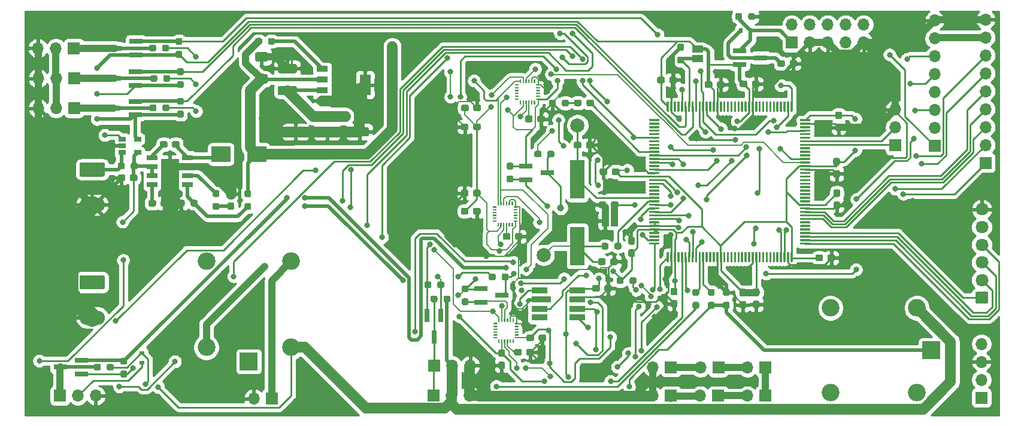
<source format=gbr>
%TF.GenerationSoftware,KiCad,Pcbnew,(5.1.8)-1*%
%TF.CreationDate,2022-04-23T21:59:24-07:00*%
%TF.ProjectId,AttitudeMotorController,41747469-7475-4646-954d-6f746f72436f,rev?*%
%TF.SameCoordinates,Original*%
%TF.FileFunction,Copper,L1,Top*%
%TF.FilePolarity,Positive*%
%FSLAX46Y46*%
G04 Gerber Fmt 4.6, Leading zero omitted, Abs format (unit mm)*
G04 Created by KiCad (PCBNEW (5.1.8)-1) date 2022-04-23 21:59:24*
%MOMM*%
%LPD*%
G01*
G04 APERTURE LIST*
%TA.AperFunction,SMDPad,CuDef*%
%ADD10R,0.600000X0.700000*%
%TD*%
%TA.AperFunction,SMDPad,CuDef*%
%ADD11R,0.700000X0.600000*%
%TD*%
%TA.AperFunction,ComponentPad*%
%ADD12R,1.700000X1.700000*%
%TD*%
%TA.AperFunction,ComponentPad*%
%ADD13O,1.700000X1.700000*%
%TD*%
%TA.AperFunction,ComponentPad*%
%ADD14O,1.850000X1.700000*%
%TD*%
%TA.AperFunction,ComponentPad*%
%ADD15O,3.600000X2.000000*%
%TD*%
%TA.AperFunction,SMDPad,CuDef*%
%ADD16R,1.000000X1.500000*%
%TD*%
%TA.AperFunction,SMDPad,CuDef*%
%ADD17R,1.500000X1.000000*%
%TD*%
%TA.AperFunction,ComponentPad*%
%ADD18R,2.500000X2.500000*%
%TD*%
%TA.AperFunction,ComponentPad*%
%ADD19O,2.500000X2.500000*%
%TD*%
%TA.AperFunction,SMDPad,CuDef*%
%ADD20R,2.700000X2.200000*%
%TD*%
%TA.AperFunction,SMDPad,CuDef*%
%ADD21R,1.900000X0.800000*%
%TD*%
%TA.AperFunction,SMDPad,CuDef*%
%ADD22R,0.800000X1.900000*%
%TD*%
%TA.AperFunction,ComponentPad*%
%ADD23C,2.000000*%
%TD*%
%TA.AperFunction,SMDPad,CuDef*%
%ADD24R,1.505000X0.802000*%
%TD*%
%TA.AperFunction,SMDPad,CuDef*%
%ADD25R,2.613000X3.502000*%
%TD*%
%TA.AperFunction,SMDPad,CuDef*%
%ADD26R,1.060000X0.650000*%
%TD*%
%TA.AperFunction,SMDPad,CuDef*%
%ADD27R,2.250000X0.900000*%
%TD*%
%TA.AperFunction,SMDPad,CuDef*%
%ADD28R,2.800000X0.900000*%
%TD*%
%TA.AperFunction,SMDPad,CuDef*%
%ADD29R,1.600200X2.997200*%
%TD*%
%TA.AperFunction,SMDPad,CuDef*%
%ADD30R,1.600200X0.838200*%
%TD*%
%TA.AperFunction,SMDPad,CuDef*%
%ADD31R,2.000000X5.500000*%
%TD*%
%TA.AperFunction,ViaPad*%
%ADD32C,0.800000*%
%TD*%
%TA.AperFunction,ViaPad*%
%ADD33C,1.500000*%
%TD*%
%TA.AperFunction,ViaPad*%
%ADD34C,1.000000*%
%TD*%
%TA.AperFunction,Conductor*%
%ADD35C,1.000000*%
%TD*%
%TA.AperFunction,Conductor*%
%ADD36C,2.500000*%
%TD*%
%TA.AperFunction,Conductor*%
%ADD37C,0.500000*%
%TD*%
%TA.AperFunction,Conductor*%
%ADD38C,0.250000*%
%TD*%
%TA.AperFunction,Conductor*%
%ADD39C,1.500000*%
%TD*%
%TA.AperFunction,Conductor*%
%ADD40C,0.200000*%
%TD*%
%TA.AperFunction,Conductor*%
%ADD41C,0.254000*%
%TD*%
%TA.AperFunction,Conductor*%
%ADD42C,0.100000*%
%TD*%
G04 APERTURE END LIST*
%TO.P,C1,2*%
%TO.N,GND*%
%TA.AperFunction,SMDPad,CuDef*%
G36*
G01*
X169718700Y-8263900D02*
X169718700Y-7788900D01*
G75*
G02*
X169956200Y-7551400I237500J0D01*
G01*
X170556200Y-7551400D01*
G75*
G02*
X170793700Y-7788900I0J-237500D01*
G01*
X170793700Y-8263900D01*
G75*
G02*
X170556200Y-8501400I-237500J0D01*
G01*
X169956200Y-8501400D01*
G75*
G02*
X169718700Y-8263900I0J237500D01*
G01*
G37*
%TD.AperFunction*%
%TO.P,C1,1*%
%TO.N,VDD*%
%TA.AperFunction,SMDPad,CuDef*%
G36*
G01*
X167993700Y-8263900D02*
X167993700Y-7788900D01*
G75*
G02*
X168231200Y-7551400I237500J0D01*
G01*
X168831200Y-7551400D01*
G75*
G02*
X169068700Y-7788900I0J-237500D01*
G01*
X169068700Y-8263900D01*
G75*
G02*
X168831200Y-8501400I-237500J0D01*
G01*
X168231200Y-8501400D01*
G75*
G02*
X167993700Y-8263900I0J237500D01*
G01*
G37*
%TD.AperFunction*%
%TD*%
%TO.P,C2,2*%
%TO.N,GND*%
%TA.AperFunction,SMDPad,CuDef*%
G36*
G01*
X140938300Y-19820900D02*
X140938300Y-19345900D01*
G75*
G02*
X141175800Y-19108400I237500J0D01*
G01*
X141775800Y-19108400D01*
G75*
G02*
X142013300Y-19345900I0J-237500D01*
G01*
X142013300Y-19820900D01*
G75*
G02*
X141775800Y-20058400I-237500J0D01*
G01*
X141175800Y-20058400D01*
G75*
G02*
X140938300Y-19820900I0J237500D01*
G01*
G37*
%TD.AperFunction*%
%TO.P,C2,1*%
%TO.N,OSC_IN*%
%TA.AperFunction,SMDPad,CuDef*%
G36*
G01*
X139213300Y-19820900D02*
X139213300Y-19345900D01*
G75*
G02*
X139450800Y-19108400I237500J0D01*
G01*
X140050800Y-19108400D01*
G75*
G02*
X140288300Y-19345900I0J-237500D01*
G01*
X140288300Y-19820900D01*
G75*
G02*
X140050800Y-20058400I-237500J0D01*
G01*
X139450800Y-20058400D01*
G75*
G02*
X139213300Y-19820900I0J237500D01*
G01*
G37*
%TD.AperFunction*%
%TD*%
%TO.P,C3,1*%
%TO.N,OSC_OUT*%
%TA.AperFunction,SMDPad,CuDef*%
G36*
G01*
X142639420Y-36356300D02*
X142639420Y-35881300D01*
G75*
G02*
X142876920Y-35643800I237500J0D01*
G01*
X143476920Y-35643800D01*
G75*
G02*
X143714420Y-35881300I0J-237500D01*
G01*
X143714420Y-36356300D01*
G75*
G02*
X143476920Y-36593800I-237500J0D01*
G01*
X142876920Y-36593800D01*
G75*
G02*
X142639420Y-36356300I0J237500D01*
G01*
G37*
%TD.AperFunction*%
%TO.P,C3,2*%
%TO.N,GND*%
%TA.AperFunction,SMDPad,CuDef*%
G36*
G01*
X144364420Y-36356300D02*
X144364420Y-35881300D01*
G75*
G02*
X144601920Y-35643800I237500J0D01*
G01*
X145201920Y-35643800D01*
G75*
G02*
X145439420Y-35881300I0J-237500D01*
G01*
X145439420Y-36356300D01*
G75*
G02*
X145201920Y-36593800I-237500J0D01*
G01*
X144601920Y-36593800D01*
G75*
G02*
X144364420Y-36356300I0J237500D01*
G01*
G37*
%TD.AperFunction*%
%TD*%
%TO.P,C4,1*%
%TO.N,GND*%
%TA.AperFunction,SMDPad,CuDef*%
G36*
G01*
X142720700Y-28291800D02*
X142720700Y-27816800D01*
G75*
G02*
X142958200Y-27579300I237500J0D01*
G01*
X143558200Y-27579300D01*
G75*
G02*
X143795700Y-27816800I0J-237500D01*
G01*
X143795700Y-28291800D01*
G75*
G02*
X143558200Y-28529300I-237500J0D01*
G01*
X142958200Y-28529300D01*
G75*
G02*
X142720700Y-28291800I0J237500D01*
G01*
G37*
%TD.AperFunction*%
%TO.P,C4,2*%
%TO.N,Net-(C4-Pad2)*%
%TA.AperFunction,SMDPad,CuDef*%
G36*
G01*
X144445700Y-28291800D02*
X144445700Y-27816800D01*
G75*
G02*
X144683200Y-27579300I237500J0D01*
G01*
X145283200Y-27579300D01*
G75*
G02*
X145520700Y-27816800I0J-237500D01*
G01*
X145520700Y-28291800D01*
G75*
G02*
X145283200Y-28529300I-237500J0D01*
G01*
X144683200Y-28529300D01*
G75*
G02*
X144445700Y-28291800I0J237500D01*
G01*
G37*
%TD.AperFunction*%
%TD*%
%TO.P,C5,2*%
%TO.N,GND*%
%TA.AperFunction,SMDPad,CuDef*%
G36*
G01*
X147608300Y-33716080D02*
X147133300Y-33716080D01*
G75*
G02*
X146895800Y-33478580I0J237500D01*
G01*
X146895800Y-32878580D01*
G75*
G02*
X147133300Y-32641080I237500J0D01*
G01*
X147608300Y-32641080D01*
G75*
G02*
X147845800Y-32878580I0J-237500D01*
G01*
X147845800Y-33478580D01*
G75*
G02*
X147608300Y-33716080I-237500J0D01*
G01*
G37*
%TD.AperFunction*%
%TO.P,C5,1*%
%TO.N,+3V3*%
%TA.AperFunction,SMDPad,CuDef*%
G36*
G01*
X147608300Y-35441080D02*
X147133300Y-35441080D01*
G75*
G02*
X146895800Y-35203580I0J237500D01*
G01*
X146895800Y-34603580D01*
G75*
G02*
X147133300Y-34366080I237500J0D01*
G01*
X147608300Y-34366080D01*
G75*
G02*
X147845800Y-34603580I0J-237500D01*
G01*
X147845800Y-35203580D01*
G75*
G02*
X147608300Y-35441080I-237500J0D01*
G01*
G37*
%TD.AperFunction*%
%TD*%
%TO.P,C6,2*%
%TO.N,GND*%
%TA.AperFunction,SMDPad,CuDef*%
G36*
G01*
X176165500Y-27591900D02*
X176640500Y-27591900D01*
G75*
G02*
X176878000Y-27829400I0J-237500D01*
G01*
X176878000Y-28429400D01*
G75*
G02*
X176640500Y-28666900I-237500J0D01*
G01*
X176165500Y-28666900D01*
G75*
G02*
X175928000Y-28429400I0J237500D01*
G01*
X175928000Y-27829400D01*
G75*
G02*
X176165500Y-27591900I237500J0D01*
G01*
G37*
%TD.AperFunction*%
%TO.P,C6,1*%
%TO.N,+3V3*%
%TA.AperFunction,SMDPad,CuDef*%
G36*
G01*
X176165500Y-25866900D02*
X176640500Y-25866900D01*
G75*
G02*
X176878000Y-26104400I0J-237500D01*
G01*
X176878000Y-26704400D01*
G75*
G02*
X176640500Y-26941900I-237500J0D01*
G01*
X176165500Y-26941900D01*
G75*
G02*
X175928000Y-26704400I0J237500D01*
G01*
X175928000Y-26104400D01*
G75*
G02*
X176165500Y-25866900I237500J0D01*
G01*
G37*
%TD.AperFunction*%
%TD*%
%TO.P,C7,1*%
%TO.N,+3V3*%
%TA.AperFunction,SMDPad,CuDef*%
G36*
G01*
X173364700Y-35810200D02*
X173364700Y-35335200D01*
G75*
G02*
X173602200Y-35097700I237500J0D01*
G01*
X174202200Y-35097700D01*
G75*
G02*
X174439700Y-35335200I0J-237500D01*
G01*
X174439700Y-35810200D01*
G75*
G02*
X174202200Y-36047700I-237500J0D01*
G01*
X173602200Y-36047700D01*
G75*
G02*
X173364700Y-35810200I0J237500D01*
G01*
G37*
%TD.AperFunction*%
%TO.P,C7,2*%
%TO.N,GND*%
%TA.AperFunction,SMDPad,CuDef*%
G36*
G01*
X175089700Y-35810200D02*
X175089700Y-35335200D01*
G75*
G02*
X175327200Y-35097700I237500J0D01*
G01*
X175927200Y-35097700D01*
G75*
G02*
X176164700Y-35335200I0J-237500D01*
G01*
X176164700Y-35810200D01*
G75*
G02*
X175927200Y-36047700I-237500J0D01*
G01*
X175327200Y-36047700D01*
G75*
G02*
X175089700Y-35810200I0J237500D01*
G01*
G37*
%TD.AperFunction*%
%TD*%
%TO.P,C8,1*%
%TO.N,+3V3*%
%TA.AperFunction,SMDPad,CuDef*%
G36*
G01*
X164745660Y-39920720D02*
X165220660Y-39920720D01*
G75*
G02*
X165458160Y-40158220I0J-237500D01*
G01*
X165458160Y-40758220D01*
G75*
G02*
X165220660Y-40995720I-237500J0D01*
G01*
X164745660Y-40995720D01*
G75*
G02*
X164508160Y-40758220I0J237500D01*
G01*
X164508160Y-40158220D01*
G75*
G02*
X164745660Y-39920720I237500J0D01*
G01*
G37*
%TD.AperFunction*%
%TO.P,C8,2*%
%TO.N,GND*%
%TA.AperFunction,SMDPad,CuDef*%
G36*
G01*
X164745660Y-41645720D02*
X165220660Y-41645720D01*
G75*
G02*
X165458160Y-41883220I0J-237500D01*
G01*
X165458160Y-42483220D01*
G75*
G02*
X165220660Y-42720720I-237500J0D01*
G01*
X164745660Y-42720720D01*
G75*
G02*
X164508160Y-42483220I0J237500D01*
G01*
X164508160Y-41883220D01*
G75*
G02*
X164745660Y-41645720I237500J0D01*
G01*
G37*
%TD.AperFunction*%
%TD*%
%TO.P,C9,2*%
%TO.N,GND*%
%TA.AperFunction,SMDPad,CuDef*%
G36*
G01*
X162878760Y-41683820D02*
X163353760Y-41683820D01*
G75*
G02*
X163591260Y-41921320I0J-237500D01*
G01*
X163591260Y-42521320D01*
G75*
G02*
X163353760Y-42758820I-237500J0D01*
G01*
X162878760Y-42758820D01*
G75*
G02*
X162641260Y-42521320I0J237500D01*
G01*
X162641260Y-41921320D01*
G75*
G02*
X162878760Y-41683820I237500J0D01*
G01*
G37*
%TD.AperFunction*%
%TO.P,C9,1*%
%TO.N,+3V3*%
%TA.AperFunction,SMDPad,CuDef*%
G36*
G01*
X162878760Y-39958820D02*
X163353760Y-39958820D01*
G75*
G02*
X163591260Y-40196320I0J-237500D01*
G01*
X163591260Y-40796320D01*
G75*
G02*
X163353760Y-41033820I-237500J0D01*
G01*
X162878760Y-41033820D01*
G75*
G02*
X162641260Y-40796320I0J237500D01*
G01*
X162641260Y-40196320D01*
G75*
G02*
X162878760Y-39958820I237500J0D01*
G01*
G37*
%TD.AperFunction*%
%TD*%
%TO.P,C10,2*%
%TO.N,GND*%
%TA.AperFunction,SMDPad,CuDef*%
G36*
G01*
X153153100Y-41549200D02*
X153628100Y-41549200D01*
G75*
G02*
X153865600Y-41786700I0J-237500D01*
G01*
X153865600Y-42386700D01*
G75*
G02*
X153628100Y-42624200I-237500J0D01*
G01*
X153153100Y-42624200D01*
G75*
G02*
X152915600Y-42386700I0J237500D01*
G01*
X152915600Y-41786700D01*
G75*
G02*
X153153100Y-41549200I237500J0D01*
G01*
G37*
%TD.AperFunction*%
%TO.P,C10,1*%
%TO.N,+3V3*%
%TA.AperFunction,SMDPad,CuDef*%
G36*
G01*
X153153100Y-39824200D02*
X153628100Y-39824200D01*
G75*
G02*
X153865600Y-40061700I0J-237500D01*
G01*
X153865600Y-40661700D01*
G75*
G02*
X153628100Y-40899200I-237500J0D01*
G01*
X153153100Y-40899200D01*
G75*
G02*
X152915600Y-40661700I0J237500D01*
G01*
X152915600Y-40061700D01*
G75*
G02*
X153153100Y-39824200I237500J0D01*
G01*
G37*
%TD.AperFunction*%
%TD*%
%TO.P,C11,1*%
%TO.N,+3V3*%
%TA.AperFunction,SMDPad,CuDef*%
G36*
G01*
X145672000Y-23130500D02*
X145672000Y-23605500D01*
G75*
G02*
X145434500Y-23843000I-237500J0D01*
G01*
X144834500Y-23843000D01*
G75*
G02*
X144597000Y-23605500I0J237500D01*
G01*
X144597000Y-23130500D01*
G75*
G02*
X144834500Y-22893000I237500J0D01*
G01*
X145434500Y-22893000D01*
G75*
G02*
X145672000Y-23130500I0J-237500D01*
G01*
G37*
%TD.AperFunction*%
%TO.P,C11,2*%
%TO.N,GND*%
%TA.AperFunction,SMDPad,CuDef*%
G36*
G01*
X143947000Y-23130500D02*
X143947000Y-23605500D01*
G75*
G02*
X143709500Y-23843000I-237500J0D01*
G01*
X143109500Y-23843000D01*
G75*
G02*
X142872000Y-23605500I0J237500D01*
G01*
X142872000Y-23130500D01*
G75*
G02*
X143109500Y-22893000I237500J0D01*
G01*
X143709500Y-22893000D01*
G75*
G02*
X143947000Y-23130500I0J-237500D01*
G01*
G37*
%TD.AperFunction*%
%TD*%
%TO.P,C15,1*%
%TO.N,+3V3*%
%TA.AperFunction,SMDPad,CuDef*%
G36*
G01*
X141805200Y-40140900D02*
X141805200Y-39665900D01*
G75*
G02*
X142042700Y-39428400I237500J0D01*
G01*
X142642700Y-39428400D01*
G75*
G02*
X142880200Y-39665900I0J-237500D01*
G01*
X142880200Y-40140900D01*
G75*
G02*
X142642700Y-40378400I-237500J0D01*
G01*
X142042700Y-40378400D01*
G75*
G02*
X141805200Y-40140900I0J237500D01*
G01*
G37*
%TD.AperFunction*%
%TO.P,C15,2*%
%TO.N,GND*%
%TA.AperFunction,SMDPad,CuDef*%
G36*
G01*
X143530200Y-40140900D02*
X143530200Y-39665900D01*
G75*
G02*
X143767700Y-39428400I237500J0D01*
G01*
X144367700Y-39428400D01*
G75*
G02*
X144605200Y-39665900I0J-237500D01*
G01*
X144605200Y-40140900D01*
G75*
G02*
X144367700Y-40378400I-237500J0D01*
G01*
X143767700Y-40378400D01*
G75*
G02*
X143530200Y-40140900I0J237500D01*
G01*
G37*
%TD.AperFunction*%
%TD*%
%TO.P,C16,2*%
%TO.N,+1V8*%
%TA.AperFunction,SMDPad,CuDef*%
G36*
G01*
X124962601Y-26626801D02*
X124962601Y-26151801D01*
G75*
G02*
X125200101Y-25914301I237500J0D01*
G01*
X125800101Y-25914301D01*
G75*
G02*
X126037601Y-26151801I0J-237500D01*
G01*
X126037601Y-26626801D01*
G75*
G02*
X125800101Y-26864301I-237500J0D01*
G01*
X125200101Y-26864301D01*
G75*
G02*
X124962601Y-26626801I0J237500D01*
G01*
G37*
%TD.AperFunction*%
%TO.P,C16,1*%
%TO.N,GND*%
%TA.AperFunction,SMDPad,CuDef*%
G36*
G01*
X123237601Y-26626801D02*
X123237601Y-26151801D01*
G75*
G02*
X123475101Y-25914301I237500J0D01*
G01*
X124075101Y-25914301D01*
G75*
G02*
X124312601Y-26151801I0J-237500D01*
G01*
X124312601Y-26626801D01*
G75*
G02*
X124075101Y-26864301I-237500J0D01*
G01*
X123475101Y-26864301D01*
G75*
G02*
X123237601Y-26626801I0J237500D01*
G01*
G37*
%TD.AperFunction*%
%TD*%
%TO.P,C17,1*%
%TO.N,+1V8*%
%TA.AperFunction,SMDPad,CuDef*%
G36*
G01*
X123237800Y-29206200D02*
X123237800Y-28731200D01*
G75*
G02*
X123475300Y-28493700I237500J0D01*
G01*
X124075300Y-28493700D01*
G75*
G02*
X124312800Y-28731200I0J-237500D01*
G01*
X124312800Y-29206200D01*
G75*
G02*
X124075300Y-29443700I-237500J0D01*
G01*
X123475300Y-29443700D01*
G75*
G02*
X123237800Y-29206200I0J237500D01*
G01*
G37*
%TD.AperFunction*%
%TO.P,C17,2*%
%TO.N,GND*%
%TA.AperFunction,SMDPad,CuDef*%
G36*
G01*
X124962800Y-29206200D02*
X124962800Y-28731200D01*
G75*
G02*
X125200300Y-28493700I237500J0D01*
G01*
X125800300Y-28493700D01*
G75*
G02*
X126037800Y-28731200I0J-237500D01*
G01*
X126037800Y-29206200D01*
G75*
G02*
X125800300Y-29443700I-237500J0D01*
G01*
X125200300Y-29443700D01*
G75*
G02*
X124962800Y-29206200I0J237500D01*
G01*
G37*
%TD.AperFunction*%
%TD*%
%TO.P,C18,1*%
%TO.N,Net-(C18-Pad1)*%
%TA.AperFunction,SMDPad,CuDef*%
G36*
G01*
X129169800Y-32787600D02*
X129169800Y-32312600D01*
G75*
G02*
X129407300Y-32075100I237500J0D01*
G01*
X130007300Y-32075100D01*
G75*
G02*
X130244800Y-32312600I0J-237500D01*
G01*
X130244800Y-32787600D01*
G75*
G02*
X130007300Y-33025100I-237500J0D01*
G01*
X129407300Y-33025100D01*
G75*
G02*
X129169800Y-32787600I0J237500D01*
G01*
G37*
%TD.AperFunction*%
%TO.P,C18,2*%
%TO.N,GND*%
%TA.AperFunction,SMDPad,CuDef*%
G36*
G01*
X130894800Y-32787600D02*
X130894800Y-32312600D01*
G75*
G02*
X131132300Y-32075100I237500J0D01*
G01*
X131732300Y-32075100D01*
G75*
G02*
X131969800Y-32312600I0J-237500D01*
G01*
X131969800Y-32787600D01*
G75*
G02*
X131732300Y-33025100I-237500J0D01*
G01*
X131132300Y-33025100D01*
G75*
G02*
X130894800Y-32787600I0J237500D01*
G01*
G37*
%TD.AperFunction*%
%TD*%
%TO.P,C19,2*%
%TO.N,+1V8*%
%TA.AperFunction,SMDPad,CuDef*%
G36*
G01*
X124976600Y-17255500D02*
X124976600Y-16780500D01*
G75*
G02*
X125214100Y-16543000I237500J0D01*
G01*
X125814100Y-16543000D01*
G75*
G02*
X126051600Y-16780500I0J-237500D01*
G01*
X126051600Y-17255500D01*
G75*
G02*
X125814100Y-17493000I-237500J0D01*
G01*
X125214100Y-17493000D01*
G75*
G02*
X124976600Y-17255500I0J237500D01*
G01*
G37*
%TD.AperFunction*%
%TO.P,C19,1*%
%TO.N,GND*%
%TA.AperFunction,SMDPad,CuDef*%
G36*
G01*
X123251600Y-17255500D02*
X123251600Y-16780500D01*
G75*
G02*
X123489100Y-16543000I237500J0D01*
G01*
X124089100Y-16543000D01*
G75*
G02*
X124326600Y-16780500I0J-237500D01*
G01*
X124326600Y-17255500D01*
G75*
G02*
X124089100Y-17493000I-237500J0D01*
G01*
X123489100Y-17493000D01*
G75*
G02*
X123251600Y-17255500I0J237500D01*
G01*
G37*
%TD.AperFunction*%
%TD*%
%TO.P,C20,1*%
%TO.N,+1V8*%
%TA.AperFunction,SMDPad,CuDef*%
G36*
G01*
X123277000Y-14563100D02*
X123277000Y-14088100D01*
G75*
G02*
X123514500Y-13850600I237500J0D01*
G01*
X124114500Y-13850600D01*
G75*
G02*
X124352000Y-14088100I0J-237500D01*
G01*
X124352000Y-14563100D01*
G75*
G02*
X124114500Y-14800600I-237500J0D01*
G01*
X123514500Y-14800600D01*
G75*
G02*
X123277000Y-14563100I0J237500D01*
G01*
G37*
%TD.AperFunction*%
%TO.P,C20,2*%
%TO.N,GND*%
%TA.AperFunction,SMDPad,CuDef*%
G36*
G01*
X125002000Y-14563100D02*
X125002000Y-14088100D01*
G75*
G02*
X125239500Y-13850600I237500J0D01*
G01*
X125839500Y-13850600D01*
G75*
G02*
X126077000Y-14088100I0J-237500D01*
G01*
X126077000Y-14563100D01*
G75*
G02*
X125839500Y-14800600I-237500J0D01*
G01*
X125239500Y-14800600D01*
G75*
G02*
X125002000Y-14563100I0J237500D01*
G01*
G37*
%TD.AperFunction*%
%TD*%
%TO.P,C21,1*%
%TO.N,Net-(C21-Pad1)*%
%TA.AperFunction,SMDPad,CuDef*%
G36*
G01*
X132319400Y-16125200D02*
X132319400Y-15650200D01*
G75*
G02*
X132556900Y-15412700I237500J0D01*
G01*
X133156900Y-15412700D01*
G75*
G02*
X133394400Y-15650200I0J-237500D01*
G01*
X133394400Y-16125200D01*
G75*
G02*
X133156900Y-16362700I-237500J0D01*
G01*
X132556900Y-16362700D01*
G75*
G02*
X132319400Y-16125200I0J237500D01*
G01*
G37*
%TD.AperFunction*%
%TO.P,C21,2*%
%TO.N,GND*%
%TA.AperFunction,SMDPad,CuDef*%
G36*
G01*
X134044400Y-16125200D02*
X134044400Y-15650200D01*
G75*
G02*
X134281900Y-15412700I237500J0D01*
G01*
X134881900Y-15412700D01*
G75*
G02*
X135119400Y-15650200I0J-237500D01*
G01*
X135119400Y-16125200D01*
G75*
G02*
X134881900Y-16362700I-237500J0D01*
G01*
X134281900Y-16362700D01*
G75*
G02*
X134044400Y-16125200I0J237500D01*
G01*
G37*
%TD.AperFunction*%
%TD*%
%TO.P,C22,2*%
%TO.N,+1V8*%
%TA.AperFunction,SMDPad,CuDef*%
G36*
G01*
X129256800Y-49624100D02*
X128781800Y-49624100D01*
G75*
G02*
X128544300Y-49386600I0J237500D01*
G01*
X128544300Y-48786600D01*
G75*
G02*
X128781800Y-48549100I237500J0D01*
G01*
X129256800Y-48549100D01*
G75*
G02*
X129494300Y-48786600I0J-237500D01*
G01*
X129494300Y-49386600D01*
G75*
G02*
X129256800Y-49624100I-237500J0D01*
G01*
G37*
%TD.AperFunction*%
%TO.P,C22,1*%
%TO.N,GND*%
%TA.AperFunction,SMDPad,CuDef*%
G36*
G01*
X129256800Y-51349100D02*
X128781800Y-51349100D01*
G75*
G02*
X128544300Y-51111600I0J237500D01*
G01*
X128544300Y-50511600D01*
G75*
G02*
X128781800Y-50274100I237500J0D01*
G01*
X129256800Y-50274100D01*
G75*
G02*
X129494300Y-50511600I0J-237500D01*
G01*
X129494300Y-51111600D01*
G75*
G02*
X129256800Y-51349100I-237500J0D01*
G01*
G37*
%TD.AperFunction*%
%TD*%
%TO.P,C23,1*%
%TO.N,+1V8*%
%TA.AperFunction,SMDPad,CuDef*%
G36*
G01*
X132509900Y-47151300D02*
X132509900Y-46676300D01*
G75*
G02*
X132747400Y-46438800I237500J0D01*
G01*
X133347400Y-46438800D01*
G75*
G02*
X133584900Y-46676300I0J-237500D01*
G01*
X133584900Y-47151300D01*
G75*
G02*
X133347400Y-47388800I-237500J0D01*
G01*
X132747400Y-47388800D01*
G75*
G02*
X132509900Y-47151300I0J237500D01*
G01*
G37*
%TD.AperFunction*%
%TO.P,C23,2*%
%TO.N,GND*%
%TA.AperFunction,SMDPad,CuDef*%
G36*
G01*
X134234900Y-47151300D02*
X134234900Y-46676300D01*
G75*
G02*
X134472400Y-46438800I237500J0D01*
G01*
X135072400Y-46438800D01*
G75*
G02*
X135309900Y-46676300I0J-237500D01*
G01*
X135309900Y-47151300D01*
G75*
G02*
X135072400Y-47388800I-237500J0D01*
G01*
X134472400Y-47388800D01*
G75*
G02*
X134234900Y-47151300I0J237500D01*
G01*
G37*
%TD.AperFunction*%
%TD*%
%TO.P,C24,2*%
%TO.N,GND*%
%TA.AperFunction,SMDPad,CuDef*%
G36*
G01*
X132481200Y-49183300D02*
X132481200Y-48708300D01*
G75*
G02*
X132718700Y-48470800I237500J0D01*
G01*
X133318700Y-48470800D01*
G75*
G02*
X133556200Y-48708300I0J-237500D01*
G01*
X133556200Y-49183300D01*
G75*
G02*
X133318700Y-49420800I-237500J0D01*
G01*
X132718700Y-49420800D01*
G75*
G02*
X132481200Y-49183300I0J237500D01*
G01*
G37*
%TD.AperFunction*%
%TO.P,C24,1*%
%TO.N,Net-(C24-Pad1)*%
%TA.AperFunction,SMDPad,CuDef*%
G36*
G01*
X130756200Y-49183300D02*
X130756200Y-48708300D01*
G75*
G02*
X130993700Y-48470800I237500J0D01*
G01*
X131593700Y-48470800D01*
G75*
G02*
X131831200Y-48708300I0J-237500D01*
G01*
X131831200Y-49183300D01*
G75*
G02*
X131593700Y-49420800I-237500J0D01*
G01*
X130993700Y-49420800D01*
G75*
G02*
X130756200Y-49183300I0J237500D01*
G01*
G37*
%TD.AperFunction*%
%TD*%
%TO.P,C27,2*%
%TO.N,PSUVoltage*%
%TA.AperFunction,SMDPad,CuDef*%
G36*
G01*
X76448800Y-24469100D02*
X76448800Y-23994100D01*
G75*
G02*
X76686300Y-23756600I237500J0D01*
G01*
X77286300Y-23756600D01*
G75*
G02*
X77523800Y-23994100I0J-237500D01*
G01*
X77523800Y-24469100D01*
G75*
G02*
X77286300Y-24706600I-237500J0D01*
G01*
X76686300Y-24706600D01*
G75*
G02*
X76448800Y-24469100I0J237500D01*
G01*
G37*
%TD.AperFunction*%
%TO.P,C27,1*%
%TO.N,GND*%
%TA.AperFunction,SMDPad,CuDef*%
G36*
G01*
X74723800Y-24469100D02*
X74723800Y-23994100D01*
G75*
G02*
X74961300Y-23756600I237500J0D01*
G01*
X75561300Y-23756600D01*
G75*
G02*
X75798800Y-23994100I0J-237500D01*
G01*
X75798800Y-24469100D01*
G75*
G02*
X75561300Y-24706600I-237500J0D01*
G01*
X74961300Y-24706600D01*
G75*
G02*
X74723800Y-24469100I0J237500D01*
G01*
G37*
%TD.AperFunction*%
%TD*%
%TO.P,C29,1*%
%TO.N,GND*%
%TA.AperFunction,SMDPad,CuDef*%
G36*
G01*
X81867200Y-27600900D02*
X81867200Y-28075900D01*
G75*
G02*
X81629700Y-28313400I-237500J0D01*
G01*
X81029700Y-28313400D01*
G75*
G02*
X80792200Y-28075900I0J237500D01*
G01*
X80792200Y-27600900D01*
G75*
G02*
X81029700Y-27363400I237500J0D01*
G01*
X81629700Y-27363400D01*
G75*
G02*
X81867200Y-27600900I0J-237500D01*
G01*
G37*
%TD.AperFunction*%
%TO.P,C29,2*%
%TO.N,Net-(C29-Pad2)*%
%TA.AperFunction,SMDPad,CuDef*%
G36*
G01*
X80142200Y-27600900D02*
X80142200Y-28075900D01*
G75*
G02*
X79904700Y-28313400I-237500J0D01*
G01*
X79304700Y-28313400D01*
G75*
G02*
X79067200Y-28075900I0J237500D01*
G01*
X79067200Y-27600900D01*
G75*
G02*
X79304700Y-27363400I237500J0D01*
G01*
X79904700Y-27363400D01*
G75*
G02*
X80142200Y-27600900I0J-237500D01*
G01*
G37*
%TD.AperFunction*%
%TD*%
%TO.P,C30,1*%
%TO.N,Net-(C30-Pad1)*%
%TA.AperFunction,SMDPad,CuDef*%
G36*
G01*
X83480100Y-19257000D02*
X83480100Y-19732000D01*
G75*
G02*
X83242600Y-19969500I-237500J0D01*
G01*
X82642600Y-19969500D01*
G75*
G02*
X82405100Y-19732000I0J237500D01*
G01*
X82405100Y-19257000D01*
G75*
G02*
X82642600Y-19019500I237500J0D01*
G01*
X83242600Y-19019500D01*
G75*
G02*
X83480100Y-19257000I0J-237500D01*
G01*
G37*
%TD.AperFunction*%
%TO.P,C30,2*%
%TO.N,Net-(C30-Pad2)*%
%TA.AperFunction,SMDPad,CuDef*%
G36*
G01*
X81755100Y-19257000D02*
X81755100Y-19732000D01*
G75*
G02*
X81517600Y-19969500I-237500J0D01*
G01*
X80917600Y-19969500D01*
G75*
G02*
X80680100Y-19732000I0J237500D01*
G01*
X80680100Y-19257000D01*
G75*
G02*
X80917600Y-19019500I237500J0D01*
G01*
X81517600Y-19019500D01*
G75*
G02*
X81755100Y-19257000I0J-237500D01*
G01*
G37*
%TD.AperFunction*%
%TD*%
%TO.P,C32,2*%
%TO.N,Net-(C32-Pad2)*%
%TA.AperFunction,SMDPad,CuDef*%
G36*
G01*
X90491300Y-27718900D02*
X90966300Y-27718900D01*
G75*
G02*
X91203800Y-27956400I0J-237500D01*
G01*
X91203800Y-28556400D01*
G75*
G02*
X90966300Y-28793900I-237500J0D01*
G01*
X90491300Y-28793900D01*
G75*
G02*
X90253800Y-28556400I0J237500D01*
G01*
X90253800Y-27956400D01*
G75*
G02*
X90491300Y-27718900I237500J0D01*
G01*
G37*
%TD.AperFunction*%
%TO.P,C32,1*%
%TO.N,GND*%
%TA.AperFunction,SMDPad,CuDef*%
G36*
G01*
X90491300Y-25993900D02*
X90966300Y-25993900D01*
G75*
G02*
X91203800Y-26231400I0J-237500D01*
G01*
X91203800Y-26831400D01*
G75*
G02*
X90966300Y-27068900I-237500J0D01*
G01*
X90491300Y-27068900D01*
G75*
G02*
X90253800Y-26831400I0J237500D01*
G01*
X90253800Y-26231400D01*
G75*
G02*
X90491300Y-25993900I237500J0D01*
G01*
G37*
%TD.AperFunction*%
%TD*%
%TO.P,C34,1*%
%TO.N,GND*%
%TA.AperFunction,SMDPad,CuDef*%
G36*
G01*
X98772798Y-17066300D02*
X100972802Y-17066300D01*
G75*
G02*
X101222800Y-17316298I0J-249998D01*
G01*
X101222800Y-18141302D01*
G75*
G02*
X100972802Y-18391300I-249998J0D01*
G01*
X98772798Y-18391300D01*
G75*
G02*
X98522800Y-18141302I0J249998D01*
G01*
X98522800Y-17316298D01*
G75*
G02*
X98772798Y-17066300I249998J0D01*
G01*
G37*
%TD.AperFunction*%
%TO.P,C34,2*%
%TO.N,+3V8*%
%TA.AperFunction,SMDPad,CuDef*%
G36*
G01*
X98772798Y-20191300D02*
X100972802Y-20191300D01*
G75*
G02*
X101222800Y-20441298I0J-249998D01*
G01*
X101222800Y-21266302D01*
G75*
G02*
X100972802Y-21516300I-249998J0D01*
G01*
X98772798Y-21516300D01*
G75*
G02*
X98522800Y-21266302I0J249998D01*
G01*
X98522800Y-20441298D01*
G75*
G02*
X98772798Y-20191300I249998J0D01*
G01*
G37*
%TD.AperFunction*%
%TD*%
%TO.P,C36,1*%
%TO.N,GND*%
%TA.AperFunction,SMDPad,CuDef*%
G36*
G01*
X103217798Y-17066300D02*
X105417802Y-17066300D01*
G75*
G02*
X105667800Y-17316298I0J-249998D01*
G01*
X105667800Y-18141302D01*
G75*
G02*
X105417802Y-18391300I-249998J0D01*
G01*
X103217798Y-18391300D01*
G75*
G02*
X102967800Y-18141302I0J249998D01*
G01*
X102967800Y-17316298D01*
G75*
G02*
X103217798Y-17066300I249998J0D01*
G01*
G37*
%TD.AperFunction*%
%TO.P,C36,2*%
%TO.N,+3V8*%
%TA.AperFunction,SMDPad,CuDef*%
G36*
G01*
X103217798Y-20191300D02*
X105417802Y-20191300D01*
G75*
G02*
X105667800Y-20441298I0J-249998D01*
G01*
X105667800Y-21266302D01*
G75*
G02*
X105417802Y-21516300I-249998J0D01*
G01*
X103217798Y-21516300D01*
G75*
G02*
X102967800Y-21266302I0J249998D01*
G01*
X102967800Y-20441298D01*
G75*
G02*
X103217798Y-20191300I249998J0D01*
G01*
G37*
%TD.AperFunction*%
%TD*%
%TO.P,C37,2*%
%TO.N,+3V8*%
%TA.AperFunction,SMDPad,CuDef*%
G36*
G01*
X107802498Y-20178600D02*
X110002502Y-20178600D01*
G75*
G02*
X110252500Y-20428598I0J-249998D01*
G01*
X110252500Y-21253602D01*
G75*
G02*
X110002502Y-21503600I-249998J0D01*
G01*
X107802498Y-21503600D01*
G75*
G02*
X107552500Y-21253602I0J249998D01*
G01*
X107552500Y-20428598D01*
G75*
G02*
X107802498Y-20178600I249998J0D01*
G01*
G37*
%TD.AperFunction*%
%TO.P,C37,1*%
%TO.N,GND*%
%TA.AperFunction,SMDPad,CuDef*%
G36*
G01*
X107802498Y-17053600D02*
X110002502Y-17053600D01*
G75*
G02*
X110252500Y-17303598I0J-249998D01*
G01*
X110252500Y-18128602D01*
G75*
G02*
X110002502Y-18378600I-249998J0D01*
G01*
X107802498Y-18378600D01*
G75*
G02*
X107552500Y-18128602I0J249998D01*
G01*
X107552500Y-17303598D01*
G75*
G02*
X107802498Y-17053600I249998J0D01*
G01*
G37*
%TD.AperFunction*%
%TD*%
%TO.P,C38,2*%
%TO.N,GND*%
%TA.AperFunction,SMDPad,CuDef*%
G36*
G01*
X95709502Y-7761800D02*
X94409498Y-7761800D01*
G75*
G02*
X94159500Y-7511802I0J249998D01*
G01*
X94159500Y-6686798D01*
G75*
G02*
X94409498Y-6436800I249998J0D01*
G01*
X95709502Y-6436800D01*
G75*
G02*
X95959500Y-6686798I0J-249998D01*
G01*
X95959500Y-7511802D01*
G75*
G02*
X95709502Y-7761800I-249998J0D01*
G01*
G37*
%TD.AperFunction*%
%TO.P,C38,1*%
%TO.N,+3V8*%
%TA.AperFunction,SMDPad,CuDef*%
G36*
G01*
X95709502Y-10886800D02*
X94409498Y-10886800D01*
G75*
G02*
X94159500Y-10636802I0J249998D01*
G01*
X94159500Y-9811798D01*
G75*
G02*
X94409498Y-9561800I249998J0D01*
G01*
X95709502Y-9561800D01*
G75*
G02*
X95959500Y-9811798I0J-249998D01*
G01*
X95959500Y-10636802D01*
G75*
G02*
X95709502Y-10886800I-249998J0D01*
G01*
G37*
%TD.AperFunction*%
%TD*%
%TO.P,C39,2*%
%TO.N,GND*%
%TA.AperFunction,SMDPad,CuDef*%
G36*
G01*
X99804402Y-9412800D02*
X97604398Y-9412800D01*
G75*
G02*
X97354400Y-9162802I0J249998D01*
G01*
X97354400Y-8337798D01*
G75*
G02*
X97604398Y-8087800I249998J0D01*
G01*
X99804402Y-8087800D01*
G75*
G02*
X100054400Y-8337798I0J-249998D01*
G01*
X100054400Y-9162802D01*
G75*
G02*
X99804402Y-9412800I-249998J0D01*
G01*
G37*
%TD.AperFunction*%
%TO.P,C39,1*%
%TO.N,+3V3*%
%TA.AperFunction,SMDPad,CuDef*%
G36*
G01*
X99804402Y-12537800D02*
X97604398Y-12537800D01*
G75*
G02*
X97354400Y-12287802I0J249998D01*
G01*
X97354400Y-11462798D01*
G75*
G02*
X97604398Y-11212800I249998J0D01*
G01*
X99804402Y-11212800D01*
G75*
G02*
X100054400Y-11462798I0J-249998D01*
G01*
X100054400Y-12287802D01*
G75*
G02*
X99804402Y-12537800I-249998J0D01*
G01*
G37*
%TD.AperFunction*%
%TD*%
%TO.P,C40,2*%
%TO.N,+3V3*%
%TA.AperFunction,SMDPad,CuDef*%
G36*
G01*
X152062300Y-10138400D02*
X152062300Y-10613400D01*
G75*
G02*
X151824800Y-10850900I-237500J0D01*
G01*
X151224800Y-10850900D01*
G75*
G02*
X150987300Y-10613400I0J237500D01*
G01*
X150987300Y-10138400D01*
G75*
G02*
X151224800Y-9900900I237500J0D01*
G01*
X151824800Y-9900900D01*
G75*
G02*
X152062300Y-10138400I0J-237500D01*
G01*
G37*
%TD.AperFunction*%
%TO.P,C40,1*%
%TO.N,GND*%
%TA.AperFunction,SMDPad,CuDef*%
G36*
G01*
X153787300Y-10138400D02*
X153787300Y-10613400D01*
G75*
G02*
X153549800Y-10850900I-237500J0D01*
G01*
X152949800Y-10850900D01*
G75*
G02*
X152712300Y-10613400I0J237500D01*
G01*
X152712300Y-10138400D01*
G75*
G02*
X152949800Y-9900900I237500J0D01*
G01*
X153549800Y-9900900D01*
G75*
G02*
X153787300Y-10138400I0J-237500D01*
G01*
G37*
%TD.AperFunction*%
%TD*%
%TO.P,C41,1*%
%TO.N,GND*%
%TA.AperFunction,SMDPad,CuDef*%
G36*
G01*
X160531000Y-10786100D02*
X160531000Y-11261100D01*
G75*
G02*
X160293500Y-11498600I-237500J0D01*
G01*
X159693500Y-11498600D01*
G75*
G02*
X159456000Y-11261100I0J237500D01*
G01*
X159456000Y-10786100D01*
G75*
G02*
X159693500Y-10548600I237500J0D01*
G01*
X160293500Y-10548600D01*
G75*
G02*
X160531000Y-10786100I0J-237500D01*
G01*
G37*
%TD.AperFunction*%
%TO.P,C41,2*%
%TO.N,+3V3*%
%TA.AperFunction,SMDPad,CuDef*%
G36*
G01*
X158806000Y-10786100D02*
X158806000Y-11261100D01*
G75*
G02*
X158568500Y-11498600I-237500J0D01*
G01*
X157968500Y-11498600D01*
G75*
G02*
X157731000Y-11261100I0J237500D01*
G01*
X157731000Y-10786100D01*
G75*
G02*
X157968500Y-10548600I237500J0D01*
G01*
X158568500Y-10548600D01*
G75*
G02*
X158806000Y-10786100I0J-237500D01*
G01*
G37*
%TD.AperFunction*%
%TD*%
%TO.P,C42,2*%
%TO.N,+3V3*%
%TA.AperFunction,SMDPad,CuDef*%
G36*
G01*
X163746300Y-10697200D02*
X163746300Y-11172200D01*
G75*
G02*
X163508800Y-11409700I-237500J0D01*
G01*
X162908800Y-11409700D01*
G75*
G02*
X162671300Y-11172200I0J237500D01*
G01*
X162671300Y-10697200D01*
G75*
G02*
X162908800Y-10459700I237500J0D01*
G01*
X163508800Y-10459700D01*
G75*
G02*
X163746300Y-10697200I0J-237500D01*
G01*
G37*
%TD.AperFunction*%
%TO.P,C42,1*%
%TO.N,GND*%
%TA.AperFunction,SMDPad,CuDef*%
G36*
G01*
X165471300Y-10697200D02*
X165471300Y-11172200D01*
G75*
G02*
X165233800Y-11409700I-237500J0D01*
G01*
X164633800Y-11409700D01*
G75*
G02*
X164396300Y-11172200I0J237500D01*
G01*
X164396300Y-10697200D01*
G75*
G02*
X164633800Y-10459700I237500J0D01*
G01*
X165233800Y-10459700D01*
G75*
G02*
X165471300Y-10697200I0J-237500D01*
G01*
G37*
%TD.AperFunction*%
%TD*%
%TO.P,C43,1*%
%TO.N,GND*%
%TA.AperFunction,SMDPad,CuDef*%
G36*
G01*
X176894500Y-17630600D02*
X176419500Y-17630600D01*
G75*
G02*
X176182000Y-17393100I0J237500D01*
G01*
X176182000Y-16793100D01*
G75*
G02*
X176419500Y-16555600I237500J0D01*
G01*
X176894500Y-16555600D01*
G75*
G02*
X177132000Y-16793100I0J-237500D01*
G01*
X177132000Y-17393100D01*
G75*
G02*
X176894500Y-17630600I-237500J0D01*
G01*
G37*
%TD.AperFunction*%
%TO.P,C43,2*%
%TO.N,+3V3*%
%TA.AperFunction,SMDPad,CuDef*%
G36*
G01*
X176894500Y-15905600D02*
X176419500Y-15905600D01*
G75*
G02*
X176182000Y-15668100I0J237500D01*
G01*
X176182000Y-15068100D01*
G75*
G02*
X176419500Y-14830600I237500J0D01*
G01*
X176894500Y-14830600D01*
G75*
G02*
X177132000Y-15068100I0J-237500D01*
G01*
X177132000Y-15668100D01*
G75*
G02*
X176894500Y-15905600I-237500J0D01*
G01*
G37*
%TD.AperFunction*%
%TD*%
%TO.P,C44,2*%
%TO.N,+3V3*%
%TA.AperFunction,SMDPad,CuDef*%
G36*
G01*
X176602400Y-22484200D02*
X176127400Y-22484200D01*
G75*
G02*
X175889900Y-22246700I0J237500D01*
G01*
X175889900Y-21646700D01*
G75*
G02*
X176127400Y-21409200I237500J0D01*
G01*
X176602400Y-21409200D01*
G75*
G02*
X176839900Y-21646700I0J-237500D01*
G01*
X176839900Y-22246700D01*
G75*
G02*
X176602400Y-22484200I-237500J0D01*
G01*
G37*
%TD.AperFunction*%
%TO.P,C44,1*%
%TO.N,GND*%
%TA.AperFunction,SMDPad,CuDef*%
G36*
G01*
X176602400Y-24209200D02*
X176127400Y-24209200D01*
G75*
G02*
X175889900Y-23971700I0J237500D01*
G01*
X175889900Y-23371700D01*
G75*
G02*
X176127400Y-23134200I237500J0D01*
G01*
X176602400Y-23134200D01*
G75*
G02*
X176839900Y-23371700I0J-237500D01*
G01*
X176839900Y-23971700D01*
G75*
G02*
X176602400Y-24209200I-237500J0D01*
G01*
G37*
%TD.AperFunction*%
%TD*%
%TO.P,D1,1*%
%TO.N,Net-(D1-Pad1)*%
%TA.AperFunction,SMDPad,CuDef*%
G36*
G01*
X139251200Y-13851900D02*
X139251200Y-13376900D01*
G75*
G02*
X139488700Y-13139400I237500J0D01*
G01*
X140063700Y-13139400D01*
G75*
G02*
X140301200Y-13376900I0J-237500D01*
G01*
X140301200Y-13851900D01*
G75*
G02*
X140063700Y-14089400I-237500J0D01*
G01*
X139488700Y-14089400D01*
G75*
G02*
X139251200Y-13851900I0J237500D01*
G01*
G37*
%TD.AperFunction*%
%TO.P,D1,2*%
%TO.N,Net-(D1-Pad2)*%
%TA.AperFunction,SMDPad,CuDef*%
G36*
G01*
X141001200Y-13851900D02*
X141001200Y-13376900D01*
G75*
G02*
X141238700Y-13139400I237500J0D01*
G01*
X141813700Y-13139400D01*
G75*
G02*
X142051200Y-13376900I0J-237500D01*
G01*
X142051200Y-13851900D01*
G75*
G02*
X141813700Y-14089400I-237500J0D01*
G01*
X141238700Y-14089400D01*
G75*
G02*
X141001200Y-13851900I0J237500D01*
G01*
G37*
%TD.AperFunction*%
%TD*%
D10*
%TO.P,D2,1*%
%TO.N,VDD*%
X162812500Y-3390900D03*
%TO.P,D2,2*%
%TO.N,Net-(D2-Pad2)*%
X164212500Y-3390900D03*
%TD*%
D11*
%TO.P,D3,2*%
%TO.N,Net-(D3-Pad2)*%
X78143100Y-50458600D03*
%TO.P,D3,1*%
%TO.N,+5V*%
X78143100Y-49058600D03*
%TD*%
D12*
%TO.P,J1,1*%
%TO.N,JTRST*%
X190220600Y-19723100D03*
D13*
%TO.P,J1,2*%
%TO.N,SPI3_MOSI*%
X190220600Y-17183100D03*
%TO.P,J1,3*%
%TO.N,SPI3_CS2*%
X190220600Y-14643100D03*
%TO.P,J1,4*%
%TO.N,JTDO-TRACESWO*%
X190220600Y-12103100D03*
%TO.P,J1,5*%
%TO.N,SPI3_NOTIFY*%
X190220600Y-9563100D03*
%TO.P,J1,6*%
%TO.N,WIFI_SLEEP*%
X190220600Y-7023100D03*
%TO.P,J1,7*%
%TO.N,+3V8*%
X190220600Y-4483100D03*
%TO.P,J1,8*%
%TO.N,GND*%
X190220600Y-1943100D03*
%TD*%
D12*
%TO.P,J2,1*%
%TO.N,Net-(J2-Pad1)*%
X119481600Y-50838100D03*
D13*
%TO.P,J2,2*%
%TO.N,+5V*%
X122021600Y-50838100D03*
%TO.P,J2,3*%
%TO.N,GND*%
X124561600Y-50838100D03*
%TD*%
D12*
%TO.P,J3,1*%
%TO.N,Net-(D2-Pad2)*%
X170027600Y-5054600D03*
D13*
%TO.P,J3,2*%
%TO.N,SWDIO-JTMS*%
X170027600Y-2514600D03*
%TO.P,J3,3*%
%TO.N,GND*%
X172567600Y-5054600D03*
%TO.P,J3,4*%
%TO.N,SWCLK-JTCK*%
X172567600Y-2514600D03*
%TO.P,J3,5*%
%TO.N,GND*%
X175107600Y-5054600D03*
%TO.P,J3,6*%
%TO.N,JTDO-TRACESWO*%
X175107600Y-2514600D03*
%TO.P,J3,7*%
%TO.N,Net-(J3-Pad7)*%
X177647600Y-5054600D03*
%TO.P,J3,8*%
%TO.N,JTDI*%
X177647600Y-2514600D03*
%TO.P,J3,9*%
%TO.N,GND*%
X180187600Y-5054600D03*
%TO.P,J3,10*%
%TO.N,JTRST*%
X180187600Y-2514600D03*
%TD*%
D12*
%TO.P,J4,1*%
%TO.N,UART1_TX*%
X184658000Y-19646900D03*
D13*
%TO.P,J4,2*%
%TO.N,UART1_RX*%
X184658000Y-17106900D03*
%TO.P,J4,3*%
%TO.N,GND*%
X184658000Y-14566900D03*
%TD*%
D12*
%TO.P,J5,1*%
%TO.N,Net-(J5-Pad1)*%
X68529200Y-5880100D03*
D13*
%TO.P,J5,2*%
%TO.N,+5V*%
X65989200Y-5880100D03*
%TO.P,J5,3*%
%TO.N,GND*%
X63449200Y-5880100D03*
%TD*%
%TO.P,J6,1*%
%TO.N,SPI2_MOSI*%
%TA.AperFunction,ComponentPad*%
G36*
G01*
X197575800Y-42061500D02*
X196225800Y-42061500D01*
G75*
G02*
X195975800Y-41811500I0J250000D01*
G01*
X195975800Y-40611500D01*
G75*
G02*
X196225800Y-40361500I250000J0D01*
G01*
X197575800Y-40361500D01*
G75*
G02*
X197825800Y-40611500I0J-250000D01*
G01*
X197825800Y-41811500D01*
G75*
G02*
X197575800Y-42061500I-250000J0D01*
G01*
G37*
%TD.AperFunction*%
D14*
%TO.P,J6,2*%
%TO.N,SPI2_MISO*%
X196900800Y-38711500D03*
%TO.P,J6,3*%
%TO.N,SPI2_SCK*%
X196900800Y-36211500D03*
%TO.P,J6,4*%
%TO.N,SPI2_NSS*%
X196900800Y-33711500D03*
%TO.P,J6,5*%
%TO.N,+3V8*%
X196900800Y-31211500D03*
%TO.P,J6,6*%
%TO.N,GND*%
X196900800Y-28711500D03*
%TD*%
D13*
%TO.P,J7,3*%
%TO.N,GND*%
X124485400Y-55054500D03*
%TO.P,J7,2*%
%TO.N,+5V*%
X121945400Y-55054500D03*
D12*
%TO.P,J7,1*%
%TO.N,Net-(J2-Pad1)*%
X119405400Y-55054500D03*
%TD*%
%TO.P,J8,1*%
%TO.N,UART3_RX*%
X197434200Y-22123400D03*
D13*
%TO.P,J8,2*%
%TO.N,UART3_TX*%
X197434200Y-19583400D03*
%TO.P,J8,3*%
%TO.N,UART3_CTS*%
X197434200Y-17043400D03*
%TO.P,J8,4*%
%TO.N,UART3_RTS_DE*%
X197434200Y-14503400D03*
%TO.P,J8,5*%
%TO.N,DTR*%
X197434200Y-11963400D03*
%TO.P,J8,6*%
%TO.N,POWER_ON_LTE*%
X197434200Y-9423400D03*
%TO.P,J8,7*%
%TO.N,LTE_STATUS*%
X197434200Y-6883400D03*
%TO.P,J8,8*%
%TO.N,+3V8*%
X197434200Y-4343400D03*
%TO.P,J8,9*%
%TO.N,GND*%
X197434200Y-1803400D03*
%TD*%
D12*
%TO.P,J9,1*%
%TO.N,UART2_RX*%
X196850000Y-55397400D03*
D13*
%TO.P,J9,2*%
%TO.N,UART2_TX*%
X196850000Y-52857400D03*
%TO.P,J9,3*%
%TO.N,GND*%
X196850000Y-50317400D03*
%TO.P,J9,4*%
%TO.N,+3V8*%
X196850000Y-47777400D03*
%TD*%
%TO.P,J10,2*%
%TO.N,Net-(J10-Pad2)*%
X163733480Y-55102760D03*
D12*
%TO.P,J10,1*%
%TO.N,/LEDs/OUTPUT*%
X166273480Y-55102760D03*
%TD*%
%TO.P,J11,1*%
%TO.N,Net-(J10-Pad2)*%
X159639000Y-55102760D03*
D13*
%TO.P,J11,2*%
%TO.N,Net-(J11-Pad2)*%
X157099000Y-55102760D03*
%TD*%
D12*
%TO.P,J12,1*%
%TO.N,Net-(J11-Pad2)*%
X152948640Y-55128160D03*
D13*
%TO.P,J12,2*%
%TO.N,GND*%
X150408640Y-55128160D03*
%TD*%
%TO.P,J13,2*%
%TO.N,Net-(J13-Pad2)*%
X163753800Y-51117500D03*
D12*
%TO.P,J13,1*%
%TO.N,/LEDs/OUTPUT*%
X166293800Y-51117500D03*
%TD*%
D13*
%TO.P,J14,2*%
%TO.N,Net-(J14-Pad2)*%
X157111700Y-51104800D03*
D12*
%TO.P,J14,1*%
%TO.N,Net-(J13-Pad2)*%
X159651700Y-51104800D03*
%TD*%
%TO.P,J15,1*%
%TO.N,Net-(J14-Pad2)*%
X152946100Y-51092100D03*
D13*
%TO.P,J15,2*%
%TO.N,GND*%
X150406100Y-51092100D03*
%TD*%
D12*
%TO.P,J16,1*%
%TO.N,/BuoyancyTanks/OUTPUT*%
X96507300Y-55524400D03*
D13*
%TO.P,J16,2*%
%TO.N,GND*%
X93967300Y-55524400D03*
%TD*%
D12*
%TO.P,J17,1*%
%TO.N,Net-(J17-Pad1)*%
X66548000Y-55105300D03*
D13*
%TO.P,J17,2*%
%TO.N,Net-(D3-Pad2)*%
X69088000Y-55105300D03*
%TO.P,J17,3*%
%TO.N,GND*%
X71628000Y-55105300D03*
%TD*%
D15*
%TO.P,J19,2*%
%TO.N,GND*%
X71120000Y-28063200D03*
%TO.P,J19,1*%
%TO.N,Net-(J19-Pad1)*%
%TA.AperFunction,ComponentPad*%
G36*
G01*
X69570000Y-22063200D02*
X72670000Y-22063200D01*
G75*
G02*
X72920000Y-22313200I0J-250000D01*
G01*
X72920000Y-23813200D01*
G75*
G02*
X72670000Y-24063200I-250000J0D01*
G01*
X69570000Y-24063200D01*
G75*
G02*
X69320000Y-23813200I0J250000D01*
G01*
X69320000Y-22313200D01*
G75*
G02*
X69570000Y-22063200I250000J0D01*
G01*
G37*
%TD.AperFunction*%
%TD*%
%TO.P,J20,1*%
%TO.N,Net-(J19-Pad1)*%
%TA.AperFunction,ComponentPad*%
G36*
G01*
X69570000Y-38052500D02*
X72670000Y-38052500D01*
G75*
G02*
X72920000Y-38302500I0J-250000D01*
G01*
X72920000Y-39802500D01*
G75*
G02*
X72670000Y-40052500I-250000J0D01*
G01*
X69570000Y-40052500D01*
G75*
G02*
X69320000Y-39802500I0J250000D01*
G01*
X69320000Y-38302500D01*
G75*
G02*
X69570000Y-38052500I250000J0D01*
G01*
G37*
%TD.AperFunction*%
%TO.P,J20,2*%
%TO.N,GND*%
X71120000Y-44052500D03*
%TD*%
D13*
%TO.P,J21,3*%
%TO.N,GND*%
X63461900Y-14363700D03*
%TO.P,J21,2*%
%TO.N,+5V*%
X66001900Y-14363700D03*
D12*
%TO.P,J21,1*%
%TO.N,Net-(J21-Pad1)*%
X68541900Y-14363700D03*
%TD*%
D13*
%TO.P,J22,3*%
%TO.N,GND*%
X63461900Y-10147300D03*
%TO.P,J22,2*%
%TO.N,+5V*%
X66001900Y-10147300D03*
D12*
%TO.P,J22,1*%
%TO.N,Net-(J22-Pad1)*%
X68541900Y-10147300D03*
%TD*%
D16*
%TO.P,JP1,1*%
%TO.N,GND*%
X143647400Y-30340300D03*
%TO.P,JP1,2*%
%TO.N,Net-(C4-Pad2)*%
X144947400Y-30340300D03*
%TD*%
D17*
%TO.P,JP2,2*%
%TO.N,+3V3*%
X156679900Y-6017500D03*
%TO.P,JP2,1*%
%TO.N,Net-(JP2-Pad1)*%
X156679900Y-7317500D03*
%TD*%
D18*
%TO.P,K1,1*%
%TO.N,+1V5*%
X93256100Y-50253900D03*
D19*
%TO.P,K1,2*%
%TO.N,+5V*%
X99256100Y-48253900D03*
%TO.P,K1,3*%
%TO.N,/BuoyancyTanks/OUTPUT*%
X99256100Y-36053900D03*
%TO.P,K1,4*%
%TO.N,Net-(K1-Pad4)*%
X87256100Y-36053900D03*
%TO.P,K1,5*%
%TO.N,Net-(K1-Pad5)*%
X87256100Y-48253900D03*
%TD*%
%TO.P,K2,5*%
%TO.N,Net-(K2-Pad5)*%
X187712600Y-54679100D03*
%TO.P,K2,4*%
%TO.N,Net-(K2-Pad4)*%
X175512600Y-54679100D03*
%TO.P,K2,3*%
%TO.N,/LEDs/OUTPUT*%
X175512600Y-42679100D03*
%TO.P,K2,2*%
%TO.N,+5V*%
X187712600Y-42679100D03*
D18*
%TO.P,K2,1*%
%TO.N,PSUVoltage*%
X189712600Y-48679100D03*
%TD*%
D20*
%TO.P,L2,2*%
%TO.N,+3V8*%
X94421800Y-20878800D03*
%TO.P,L2,1*%
%TO.N,Net-(C30-Pad1)*%
X89321800Y-20878800D03*
%TD*%
D21*
%TO.P,Q1,3*%
%TO.N,VDD*%
X165647500Y-7213600D03*
%TO.P,Q1,2*%
%TO.N,+3V3*%
X162647500Y-8163600D03*
%TO.P,Q1,1*%
%TO.N,Net-(D2-Pad2)*%
X162647500Y-6263600D03*
%TD*%
%TO.P,Q2,1*%
%TO.N,+3V3*%
X69597400Y-52004000D03*
%TO.P,Q2,2*%
%TO.N,ThrustOut*%
X69597400Y-50104000D03*
%TO.P,Q2,3*%
%TO.N,Net-(J17-Pad1)*%
X66597400Y-51054000D03*
%TD*%
D22*
%TO.P,Q9,3*%
%TO.N,Net-(J2-Pad1)*%
X119443500Y-46762800D03*
%TO.P,Q9,2*%
%TO.N,SERVO_OUT*%
X118493500Y-43762800D03*
%TO.P,Q9,1*%
%TO.N,+3V3*%
X120393500Y-43762800D03*
%TD*%
D21*
%TO.P,Q10,1*%
%TO.N,+3V3*%
X77306300Y-6817400D03*
%TO.P,Q10,2*%
%TO.N,FLAP_TOP*%
X77306300Y-4917400D03*
%TO.P,Q10,3*%
%TO.N,Net-(J5-Pad1)*%
X74306300Y-5867400D03*
%TD*%
%TO.P,Q11,1*%
%TO.N,+3V3*%
X77179300Y-15288300D03*
%TO.P,Q11,2*%
%TO.N,FLAP_LEFT*%
X77179300Y-13388300D03*
%TO.P,Q11,3*%
%TO.N,Net-(J21-Pad1)*%
X74179300Y-14338300D03*
%TD*%
%TO.P,Q12,3*%
%TO.N,Net-(J22-Pad1)*%
X74255500Y-10160000D03*
%TO.P,Q12,2*%
%TO.N,FLAP_RIGHT*%
X77255500Y-9210000D03*
%TO.P,Q12,1*%
%TO.N,+3V3*%
X77255500Y-11110000D03*
%TD*%
%TO.P,R1,2*%
%TO.N,GND*%
%TA.AperFunction,SMDPad,CuDef*%
G36*
G01*
X136673400Y-13402300D02*
X136673400Y-13877300D01*
G75*
G02*
X136435900Y-14114800I-237500J0D01*
G01*
X135935900Y-14114800D01*
G75*
G02*
X135698400Y-13877300I0J237500D01*
G01*
X135698400Y-13402300D01*
G75*
G02*
X135935900Y-13164800I237500J0D01*
G01*
X136435900Y-13164800D01*
G75*
G02*
X136673400Y-13402300I0J-237500D01*
G01*
G37*
%TD.AperFunction*%
%TO.P,R1,1*%
%TO.N,Net-(D1-Pad1)*%
%TA.AperFunction,SMDPad,CuDef*%
G36*
G01*
X138498400Y-13402300D02*
X138498400Y-13877300D01*
G75*
G02*
X138260900Y-14114800I-237500J0D01*
G01*
X137760900Y-14114800D01*
G75*
G02*
X137523400Y-13877300I0J237500D01*
G01*
X137523400Y-13402300D01*
G75*
G02*
X137760900Y-13164800I237500J0D01*
G01*
X138260900Y-13164800D01*
G75*
G02*
X138498400Y-13402300I0J-237500D01*
G01*
G37*
%TD.AperFunction*%
%TD*%
%TO.P,R2,1*%
%TO.N,Net-(R2-Pad1)*%
%TA.AperFunction,SMDPad,CuDef*%
G36*
G01*
X145936800Y-33684200D02*
X145936800Y-34159200D01*
G75*
G02*
X145699300Y-34396700I-237500J0D01*
G01*
X145199300Y-34396700D01*
G75*
G02*
X144961800Y-34159200I0J237500D01*
G01*
X144961800Y-33684200D01*
G75*
G02*
X145199300Y-33446700I237500J0D01*
G01*
X145699300Y-33446700D01*
G75*
G02*
X145936800Y-33684200I0J-237500D01*
G01*
G37*
%TD.AperFunction*%
%TO.P,R2,2*%
%TO.N,OSC_OUT*%
%TA.AperFunction,SMDPad,CuDef*%
G36*
G01*
X144111800Y-33684200D02*
X144111800Y-34159200D01*
G75*
G02*
X143874300Y-34396700I-237500J0D01*
G01*
X143374300Y-34396700D01*
G75*
G02*
X143136800Y-34159200I0J237500D01*
G01*
X143136800Y-33684200D01*
G75*
G02*
X143374300Y-33446700I237500J0D01*
G01*
X143874300Y-33446700D01*
G75*
G02*
X144111800Y-33684200I0J-237500D01*
G01*
G37*
%TD.AperFunction*%
%TD*%
%TO.P,R3,2*%
%TO.N,GND*%
%TA.AperFunction,SMDPad,CuDef*%
G36*
G01*
X163874000Y-1609100D02*
X163874000Y-1134100D01*
G75*
G02*
X164111500Y-896600I237500J0D01*
G01*
X164611500Y-896600D01*
G75*
G02*
X164849000Y-1134100I0J-237500D01*
G01*
X164849000Y-1609100D01*
G75*
G02*
X164611500Y-1846600I-237500J0D01*
G01*
X164111500Y-1846600D01*
G75*
G02*
X163874000Y-1609100I0J237500D01*
G01*
G37*
%TD.AperFunction*%
%TO.P,R3,1*%
%TO.N,Net-(D2-Pad2)*%
%TA.AperFunction,SMDPad,CuDef*%
G36*
G01*
X162049000Y-1609100D02*
X162049000Y-1134100D01*
G75*
G02*
X162286500Y-896600I237500J0D01*
G01*
X162786500Y-896600D01*
G75*
G02*
X163024000Y-1134100I0J-237500D01*
G01*
X163024000Y-1609100D01*
G75*
G02*
X162786500Y-1846600I-237500J0D01*
G01*
X162286500Y-1846600D01*
G75*
G02*
X162049000Y-1609100I0J237500D01*
G01*
G37*
%TD.AperFunction*%
%TD*%
%TO.P,R4,2*%
%TO.N,ThrustOut*%
%TA.AperFunction,SMDPad,CuDef*%
G36*
G01*
X75815200Y-50703300D02*
X75340200Y-50703300D01*
G75*
G02*
X75102700Y-50465800I0J237500D01*
G01*
X75102700Y-49965800D01*
G75*
G02*
X75340200Y-49728300I237500J0D01*
G01*
X75815200Y-49728300D01*
G75*
G02*
X76052700Y-49965800I0J-237500D01*
G01*
X76052700Y-50465800D01*
G75*
G02*
X75815200Y-50703300I-237500J0D01*
G01*
G37*
%TD.AperFunction*%
%TO.P,R4,1*%
%TO.N,+3V3*%
%TA.AperFunction,SMDPad,CuDef*%
G36*
G01*
X75815200Y-52528300D02*
X75340200Y-52528300D01*
G75*
G02*
X75102700Y-52290800I0J237500D01*
G01*
X75102700Y-51790800D01*
G75*
G02*
X75340200Y-51553300I237500J0D01*
G01*
X75815200Y-51553300D01*
G75*
G02*
X76052700Y-51790800I0J-237500D01*
G01*
X76052700Y-52290800D01*
G75*
G02*
X75815200Y-52528300I-237500J0D01*
G01*
G37*
%TD.AperFunction*%
%TD*%
%TO.P,R5,1*%
%TO.N,+5V*%
%TA.AperFunction,SMDPad,CuDef*%
G36*
G01*
X74160200Y-50829200D02*
X74160200Y-51304200D01*
G75*
G02*
X73922700Y-51541700I-237500J0D01*
G01*
X73422700Y-51541700D01*
G75*
G02*
X73185200Y-51304200I0J237500D01*
G01*
X73185200Y-50829200D01*
G75*
G02*
X73422700Y-50591700I237500J0D01*
G01*
X73922700Y-50591700D01*
G75*
G02*
X74160200Y-50829200I0J-237500D01*
G01*
G37*
%TD.AperFunction*%
%TO.P,R5,2*%
%TO.N,Net-(J17-Pad1)*%
%TA.AperFunction,SMDPad,CuDef*%
G36*
G01*
X72335200Y-50829200D02*
X72335200Y-51304200D01*
G75*
G02*
X72097700Y-51541700I-237500J0D01*
G01*
X71597700Y-51541700D01*
G75*
G02*
X71360200Y-51304200I0J237500D01*
G01*
X71360200Y-50829200D01*
G75*
G02*
X71597700Y-50591700I237500J0D01*
G01*
X72097700Y-50591700D01*
G75*
G02*
X72335200Y-50829200I0J-237500D01*
G01*
G37*
%TD.AperFunction*%
%TD*%
%TO.P,R23,1*%
%TO.N,Net-(C32-Pad2)*%
%TA.AperFunction,SMDPad,CuDef*%
G36*
G01*
X88858100Y-28768500D02*
X88383100Y-28768500D01*
G75*
G02*
X88145600Y-28531000I0J237500D01*
G01*
X88145600Y-28031000D01*
G75*
G02*
X88383100Y-27793500I237500J0D01*
G01*
X88858100Y-27793500D01*
G75*
G02*
X89095600Y-28031000I0J-237500D01*
G01*
X89095600Y-28531000D01*
G75*
G02*
X88858100Y-28768500I-237500J0D01*
G01*
G37*
%TD.AperFunction*%
%TO.P,R23,2*%
%TO.N,Net-(R23-Pad2)*%
%TA.AperFunction,SMDPad,CuDef*%
G36*
G01*
X88858100Y-26943500D02*
X88383100Y-26943500D01*
G75*
G02*
X88145600Y-26706000I0J237500D01*
G01*
X88145600Y-26206000D01*
G75*
G02*
X88383100Y-25968500I237500J0D01*
G01*
X88858100Y-25968500D01*
G75*
G02*
X89095600Y-26206000I0J-237500D01*
G01*
X89095600Y-26706000D01*
G75*
G02*
X88858100Y-26943500I-237500J0D01*
G01*
G37*
%TD.AperFunction*%
%TD*%
%TO.P,R24,2*%
%TO.N,+3V8*%
%TA.AperFunction,SMDPad,CuDef*%
G36*
G01*
X93353900Y-26968900D02*
X92878900Y-26968900D01*
G75*
G02*
X92641400Y-26731400I0J237500D01*
G01*
X92641400Y-26231400D01*
G75*
G02*
X92878900Y-25993900I237500J0D01*
G01*
X93353900Y-25993900D01*
G75*
G02*
X93591400Y-26231400I0J-237500D01*
G01*
X93591400Y-26731400D01*
G75*
G02*
X93353900Y-26968900I-237500J0D01*
G01*
G37*
%TD.AperFunction*%
%TO.P,R24,1*%
%TO.N,Net-(R24-Pad1)*%
%TA.AperFunction,SMDPad,CuDef*%
G36*
G01*
X93353900Y-28793900D02*
X92878900Y-28793900D01*
G75*
G02*
X92641400Y-28556400I0J237500D01*
G01*
X92641400Y-28056400D01*
G75*
G02*
X92878900Y-27818900I237500J0D01*
G01*
X93353900Y-27818900D01*
G75*
G02*
X93591400Y-28056400I0J-237500D01*
G01*
X93591400Y-28556400D01*
G75*
G02*
X93353900Y-28793900I-237500J0D01*
G01*
G37*
%TD.AperFunction*%
%TD*%
%TO.P,R25,1*%
%TO.N,GND*%
%TA.AperFunction,SMDPad,CuDef*%
G36*
G01*
X83220100Y-28063200D02*
X83220100Y-27588200D01*
G75*
G02*
X83457600Y-27350700I237500J0D01*
G01*
X83957600Y-27350700D01*
G75*
G02*
X84195100Y-27588200I0J-237500D01*
G01*
X84195100Y-28063200D01*
G75*
G02*
X83957600Y-28300700I-237500J0D01*
G01*
X83457600Y-28300700D01*
G75*
G02*
X83220100Y-28063200I0J237500D01*
G01*
G37*
%TD.AperFunction*%
%TO.P,R25,2*%
%TO.N,Net-(R24-Pad1)*%
%TA.AperFunction,SMDPad,CuDef*%
G36*
G01*
X85045100Y-28063200D02*
X85045100Y-27588200D01*
G75*
G02*
X85282600Y-27350700I237500J0D01*
G01*
X85782600Y-27350700D01*
G75*
G02*
X86020100Y-27588200I0J-237500D01*
G01*
X86020100Y-28063200D01*
G75*
G02*
X85782600Y-28300700I-237500J0D01*
G01*
X85282600Y-28300700D01*
G75*
G02*
X85045100Y-28063200I0J237500D01*
G01*
G37*
%TD.AperFunction*%
%TD*%
%TO.P,R27,1*%
%TO.N,Net-(J19-Pad1)*%
%TA.AperFunction,SMDPad,CuDef*%
G36*
G01*
X74749200Y-22792700D02*
X74749200Y-22317700D01*
G75*
G02*
X74986700Y-22080200I237500J0D01*
G01*
X75486700Y-22080200D01*
G75*
G02*
X75724200Y-22317700I0J-237500D01*
G01*
X75724200Y-22792700D01*
G75*
G02*
X75486700Y-23030200I-237500J0D01*
G01*
X74986700Y-23030200D01*
G75*
G02*
X74749200Y-22792700I0J237500D01*
G01*
G37*
%TD.AperFunction*%
%TO.P,R27,2*%
%TO.N,PSUVoltage*%
%TA.AperFunction,SMDPad,CuDef*%
G36*
G01*
X76574200Y-22792700D02*
X76574200Y-22317700D01*
G75*
G02*
X76811700Y-22080200I237500J0D01*
G01*
X77311700Y-22080200D01*
G75*
G02*
X77549200Y-22317700I0J-237500D01*
G01*
X77549200Y-22792700D01*
G75*
G02*
X77311700Y-23030200I-237500J0D01*
G01*
X76811700Y-23030200D01*
G75*
G02*
X76574200Y-22792700I0J237500D01*
G01*
G37*
%TD.AperFunction*%
%TD*%
%TO.P,R28,1*%
%TO.N,Net-(R28-Pad1)*%
%TA.AperFunction,SMDPad,CuDef*%
G36*
G01*
X96954800Y-4652000D02*
X96954800Y-5127000D01*
G75*
G02*
X96717300Y-5364500I-237500J0D01*
G01*
X96217300Y-5364500D01*
G75*
G02*
X95979800Y-5127000I0J237500D01*
G01*
X95979800Y-4652000D01*
G75*
G02*
X96217300Y-4414500I237500J0D01*
G01*
X96717300Y-4414500D01*
G75*
G02*
X96954800Y-4652000I0J-237500D01*
G01*
G37*
%TD.AperFunction*%
%TO.P,R28,2*%
%TO.N,+3V8*%
%TA.AperFunction,SMDPad,CuDef*%
G36*
G01*
X95129800Y-4652000D02*
X95129800Y-5127000D01*
G75*
G02*
X94892300Y-5364500I-237500J0D01*
G01*
X94392300Y-5364500D01*
G75*
G02*
X94154800Y-5127000I0J237500D01*
G01*
X94154800Y-4652000D01*
G75*
G02*
X94392300Y-4414500I237500J0D01*
G01*
X94892300Y-4414500D01*
G75*
G02*
X95129800Y-4652000I0J-237500D01*
G01*
G37*
%TD.AperFunction*%
%TD*%
%TO.P,R29,1*%
%TO.N,Net-(JP2-Pad1)*%
%TA.AperFunction,SMDPad,CuDef*%
G36*
G01*
X154555200Y-8029400D02*
X154080200Y-8029400D01*
G75*
G02*
X153842700Y-7791900I0J237500D01*
G01*
X153842700Y-7291900D01*
G75*
G02*
X154080200Y-7054400I237500J0D01*
G01*
X154555200Y-7054400D01*
G75*
G02*
X154792700Y-7291900I0J-237500D01*
G01*
X154792700Y-7791900D01*
G75*
G02*
X154555200Y-8029400I-237500J0D01*
G01*
G37*
%TD.AperFunction*%
%TO.P,R29,2*%
%TO.N,GND*%
%TA.AperFunction,SMDPad,CuDef*%
G36*
G01*
X154555200Y-6204400D02*
X154080200Y-6204400D01*
G75*
G02*
X153842700Y-5966900I0J237500D01*
G01*
X153842700Y-5466900D01*
G75*
G02*
X154080200Y-5229400I237500J0D01*
G01*
X154555200Y-5229400D01*
G75*
G02*
X154792700Y-5466900I0J-237500D01*
G01*
X154792700Y-5966900D01*
G75*
G02*
X154555200Y-6204400I-237500J0D01*
G01*
G37*
%TD.AperFunction*%
%TD*%
%TO.P,R30,1*%
%TO.N,PSUCurrent*%
%TA.AperFunction,SMDPad,CuDef*%
G36*
G01*
X156696420Y-42788660D02*
X156221420Y-42788660D01*
G75*
G02*
X155983920Y-42551160I0J237500D01*
G01*
X155983920Y-42051160D01*
G75*
G02*
X156221420Y-41813660I237500J0D01*
G01*
X156696420Y-41813660D01*
G75*
G02*
X156933920Y-42051160I0J-237500D01*
G01*
X156933920Y-42551160D01*
G75*
G02*
X156696420Y-42788660I-237500J0D01*
G01*
G37*
%TD.AperFunction*%
%TO.P,R30,2*%
%TO.N,Net-(R30-Pad2)*%
%TA.AperFunction,SMDPad,CuDef*%
G36*
G01*
X156696420Y-40963660D02*
X156221420Y-40963660D01*
G75*
G02*
X155983920Y-40726160I0J237500D01*
G01*
X155983920Y-40226160D01*
G75*
G02*
X156221420Y-39988660I237500J0D01*
G01*
X156696420Y-39988660D01*
G75*
G02*
X156933920Y-40226160I0J-237500D01*
G01*
X156933920Y-40726160D01*
G75*
G02*
X156696420Y-40963660I-237500J0D01*
G01*
G37*
%TD.AperFunction*%
%TD*%
%TO.P,R31,2*%
%TO.N,Net-(R31-Pad2)*%
%TA.AperFunction,SMDPad,CuDef*%
G36*
G01*
X158890980Y-40951600D02*
X158415980Y-40951600D01*
G75*
G02*
X158178480Y-40714100I0J237500D01*
G01*
X158178480Y-40214100D01*
G75*
G02*
X158415980Y-39976600I237500J0D01*
G01*
X158890980Y-39976600D01*
G75*
G02*
X159128480Y-40214100I0J-237500D01*
G01*
X159128480Y-40714100D01*
G75*
G02*
X158890980Y-40951600I-237500J0D01*
G01*
G37*
%TD.AperFunction*%
%TO.P,R31,1*%
%TO.N,PSUVoltage*%
%TA.AperFunction,SMDPad,CuDef*%
G36*
G01*
X158890980Y-42776600D02*
X158415980Y-42776600D01*
G75*
G02*
X158178480Y-42539100I0J237500D01*
G01*
X158178480Y-42039100D01*
G75*
G02*
X158415980Y-41801600I237500J0D01*
G01*
X158890980Y-41801600D01*
G75*
G02*
X159128480Y-42039100I0J-237500D01*
G01*
X159128480Y-42539100D01*
G75*
G02*
X158890980Y-42776600I-237500J0D01*
G01*
G37*
%TD.AperFunction*%
%TD*%
%TO.P,R32,1*%
%TO.N,GND*%
%TA.AperFunction,SMDPad,CuDef*%
G36*
G01*
X160529260Y-39971520D02*
X161004260Y-39971520D01*
G75*
G02*
X161241760Y-40209020I0J-237500D01*
G01*
X161241760Y-40709020D01*
G75*
G02*
X161004260Y-40946520I-237500J0D01*
G01*
X160529260Y-40946520D01*
G75*
G02*
X160291760Y-40709020I0J237500D01*
G01*
X160291760Y-40209020D01*
G75*
G02*
X160529260Y-39971520I237500J0D01*
G01*
G37*
%TD.AperFunction*%
%TO.P,R32,2*%
%TO.N,PSUVoltage*%
%TA.AperFunction,SMDPad,CuDef*%
G36*
G01*
X160529260Y-41796520D02*
X161004260Y-41796520D01*
G75*
G02*
X161241760Y-42034020I0J-237500D01*
G01*
X161241760Y-42534020D01*
G75*
G02*
X161004260Y-42771520I-237500J0D01*
G01*
X160529260Y-42771520D01*
G75*
G02*
X160291760Y-42534020I0J237500D01*
G01*
X160291760Y-42034020D01*
G75*
G02*
X160529260Y-41796520I237500J0D01*
G01*
G37*
%TD.AperFunction*%
%TD*%
%TO.P,R33,2*%
%TO.N,SERVO_OUT*%
%TA.AperFunction,SMDPad,CuDef*%
G36*
G01*
X119056600Y-39145200D02*
X119056600Y-39620200D01*
G75*
G02*
X118819100Y-39857700I-237500J0D01*
G01*
X118319100Y-39857700D01*
G75*
G02*
X118081600Y-39620200I0J237500D01*
G01*
X118081600Y-39145200D01*
G75*
G02*
X118319100Y-38907700I237500J0D01*
G01*
X118819100Y-38907700D01*
G75*
G02*
X119056600Y-39145200I0J-237500D01*
G01*
G37*
%TD.AperFunction*%
%TO.P,R33,1*%
%TO.N,+3V3*%
%TA.AperFunction,SMDPad,CuDef*%
G36*
G01*
X120881600Y-39145200D02*
X120881600Y-39620200D01*
G75*
G02*
X120644100Y-39857700I-237500J0D01*
G01*
X120144100Y-39857700D01*
G75*
G02*
X119906600Y-39620200I0J237500D01*
G01*
X119906600Y-39145200D01*
G75*
G02*
X120144100Y-38907700I237500J0D01*
G01*
X120644100Y-38907700D01*
G75*
G02*
X120881600Y-39145200I0J-237500D01*
G01*
G37*
%TD.AperFunction*%
%TD*%
%TO.P,R34,2*%
%TO.N,FLAP_TOP*%
%TA.AperFunction,SMDPad,CuDef*%
G36*
G01*
X83625700Y-5402400D02*
X83150700Y-5402400D01*
G75*
G02*
X82913200Y-5164900I0J237500D01*
G01*
X82913200Y-4664900D01*
G75*
G02*
X83150700Y-4427400I237500J0D01*
G01*
X83625700Y-4427400D01*
G75*
G02*
X83863200Y-4664900I0J-237500D01*
G01*
X83863200Y-5164900D01*
G75*
G02*
X83625700Y-5402400I-237500J0D01*
G01*
G37*
%TD.AperFunction*%
%TO.P,R34,1*%
%TO.N,+3V3*%
%TA.AperFunction,SMDPad,CuDef*%
G36*
G01*
X83625700Y-7227400D02*
X83150700Y-7227400D01*
G75*
G02*
X82913200Y-6989900I0J237500D01*
G01*
X82913200Y-6489900D01*
G75*
G02*
X83150700Y-6252400I237500J0D01*
G01*
X83625700Y-6252400D01*
G75*
G02*
X83863200Y-6489900I0J-237500D01*
G01*
X83863200Y-6989900D01*
G75*
G02*
X83625700Y-7227400I-237500J0D01*
G01*
G37*
%TD.AperFunction*%
%TD*%
%TO.P,R35,1*%
%TO.N,+3V3*%
%TA.AperFunction,SMDPad,CuDef*%
G36*
G01*
X83828900Y-15700200D02*
X83353900Y-15700200D01*
G75*
G02*
X83116400Y-15462700I0J237500D01*
G01*
X83116400Y-14962700D01*
G75*
G02*
X83353900Y-14725200I237500J0D01*
G01*
X83828900Y-14725200D01*
G75*
G02*
X84066400Y-14962700I0J-237500D01*
G01*
X84066400Y-15462700D01*
G75*
G02*
X83828900Y-15700200I-237500J0D01*
G01*
G37*
%TD.AperFunction*%
%TO.P,R35,2*%
%TO.N,FLAP_LEFT*%
%TA.AperFunction,SMDPad,CuDef*%
G36*
G01*
X83828900Y-13875200D02*
X83353900Y-13875200D01*
G75*
G02*
X83116400Y-13637700I0J237500D01*
G01*
X83116400Y-13137700D01*
G75*
G02*
X83353900Y-12900200I237500J0D01*
G01*
X83828900Y-12900200D01*
G75*
G02*
X84066400Y-13137700I0J-237500D01*
G01*
X84066400Y-13637700D01*
G75*
G02*
X83828900Y-13875200I-237500J0D01*
G01*
G37*
%TD.AperFunction*%
%TD*%
%TO.P,R36,2*%
%TO.N,FLAP_RIGHT*%
%TA.AperFunction,SMDPad,CuDef*%
G36*
G01*
X83828900Y-9684200D02*
X83353900Y-9684200D01*
G75*
G02*
X83116400Y-9446700I0J237500D01*
G01*
X83116400Y-8946700D01*
G75*
G02*
X83353900Y-8709200I237500J0D01*
G01*
X83828900Y-8709200D01*
G75*
G02*
X84066400Y-8946700I0J-237500D01*
G01*
X84066400Y-9446700D01*
G75*
G02*
X83828900Y-9684200I-237500J0D01*
G01*
G37*
%TD.AperFunction*%
%TO.P,R36,1*%
%TO.N,+3V3*%
%TA.AperFunction,SMDPad,CuDef*%
G36*
G01*
X83828900Y-11509200D02*
X83353900Y-11509200D01*
G75*
G02*
X83116400Y-11271700I0J237500D01*
G01*
X83116400Y-10771700D01*
G75*
G02*
X83353900Y-10534200I237500J0D01*
G01*
X83828900Y-10534200D01*
G75*
G02*
X84066400Y-10771700I0J-237500D01*
G01*
X84066400Y-11271700D01*
G75*
G02*
X83828900Y-11509200I-237500J0D01*
G01*
G37*
%TD.AperFunction*%
%TD*%
%TO.P,R37,1*%
%TO.N,+5V*%
%TA.AperFunction,SMDPad,CuDef*%
G36*
G01*
X121759800Y-41164500D02*
X121759800Y-41639500D01*
G75*
G02*
X121522300Y-41877000I-237500J0D01*
G01*
X121022300Y-41877000D01*
G75*
G02*
X120784800Y-41639500I0J237500D01*
G01*
X120784800Y-41164500D01*
G75*
G02*
X121022300Y-40927000I237500J0D01*
G01*
X121522300Y-40927000D01*
G75*
G02*
X121759800Y-41164500I0J-237500D01*
G01*
G37*
%TD.AperFunction*%
%TO.P,R37,2*%
%TO.N,Net-(J2-Pad1)*%
%TA.AperFunction,SMDPad,CuDef*%
G36*
G01*
X119934800Y-41164500D02*
X119934800Y-41639500D01*
G75*
G02*
X119697300Y-41877000I-237500J0D01*
G01*
X119197300Y-41877000D01*
G75*
G02*
X118959800Y-41639500I0J237500D01*
G01*
X118959800Y-41164500D01*
G75*
G02*
X119197300Y-40927000I237500J0D01*
G01*
X119697300Y-40927000D01*
G75*
G02*
X119934800Y-41164500I0J-237500D01*
G01*
G37*
%TD.AperFunction*%
%TD*%
%TO.P,R38,1*%
%TO.N,+5V*%
%TA.AperFunction,SMDPad,CuDef*%
G36*
G01*
X81994200Y-5604500D02*
X81994200Y-6079500D01*
G75*
G02*
X81756700Y-6317000I-237500J0D01*
G01*
X81256700Y-6317000D01*
G75*
G02*
X81019200Y-6079500I0J237500D01*
G01*
X81019200Y-5604500D01*
G75*
G02*
X81256700Y-5367000I237500J0D01*
G01*
X81756700Y-5367000D01*
G75*
G02*
X81994200Y-5604500I0J-237500D01*
G01*
G37*
%TD.AperFunction*%
%TO.P,R38,2*%
%TO.N,Net-(J5-Pad1)*%
%TA.AperFunction,SMDPad,CuDef*%
G36*
G01*
X80169200Y-5604500D02*
X80169200Y-6079500D01*
G75*
G02*
X79931700Y-6317000I-237500J0D01*
G01*
X79431700Y-6317000D01*
G75*
G02*
X79194200Y-6079500I0J237500D01*
G01*
X79194200Y-5604500D01*
G75*
G02*
X79431700Y-5367000I237500J0D01*
G01*
X79931700Y-5367000D01*
G75*
G02*
X80169200Y-5604500I0J-237500D01*
G01*
G37*
%TD.AperFunction*%
%TD*%
%TO.P,R39,2*%
%TO.N,Net-(J21-Pad1)*%
%TA.AperFunction,SMDPad,CuDef*%
G36*
G01*
X80194600Y-14075400D02*
X80194600Y-14550400D01*
G75*
G02*
X79957100Y-14787900I-237500J0D01*
G01*
X79457100Y-14787900D01*
G75*
G02*
X79219600Y-14550400I0J237500D01*
G01*
X79219600Y-14075400D01*
G75*
G02*
X79457100Y-13837900I237500J0D01*
G01*
X79957100Y-13837900D01*
G75*
G02*
X80194600Y-14075400I0J-237500D01*
G01*
G37*
%TD.AperFunction*%
%TO.P,R39,1*%
%TO.N,+5V*%
%TA.AperFunction,SMDPad,CuDef*%
G36*
G01*
X82019600Y-14075400D02*
X82019600Y-14550400D01*
G75*
G02*
X81782100Y-14787900I-237500J0D01*
G01*
X81282100Y-14787900D01*
G75*
G02*
X81044600Y-14550400I0J237500D01*
G01*
X81044600Y-14075400D01*
G75*
G02*
X81282100Y-13837900I237500J0D01*
G01*
X81782100Y-13837900D01*
G75*
G02*
X82019600Y-14075400I0J-237500D01*
G01*
G37*
%TD.AperFunction*%
%TD*%
%TO.P,R40,2*%
%TO.N,Net-(J22-Pad1)*%
%TA.AperFunction,SMDPad,CuDef*%
G36*
G01*
X80321600Y-9909800D02*
X80321600Y-10384800D01*
G75*
G02*
X80084100Y-10622300I-237500J0D01*
G01*
X79584100Y-10622300D01*
G75*
G02*
X79346600Y-10384800I0J237500D01*
G01*
X79346600Y-9909800D01*
G75*
G02*
X79584100Y-9672300I237500J0D01*
G01*
X80084100Y-9672300D01*
G75*
G02*
X80321600Y-9909800I0J-237500D01*
G01*
G37*
%TD.AperFunction*%
%TO.P,R40,1*%
%TO.N,+5V*%
%TA.AperFunction,SMDPad,CuDef*%
G36*
G01*
X82146600Y-9909800D02*
X82146600Y-10384800D01*
G75*
G02*
X81909100Y-10622300I-237500J0D01*
G01*
X81409100Y-10622300D01*
G75*
G02*
X81171600Y-10384800I0J237500D01*
G01*
X81171600Y-9909800D01*
G75*
G02*
X81409100Y-9672300I237500J0D01*
G01*
X81909100Y-9672300D01*
G75*
G02*
X82146600Y-9909800I0J-237500D01*
G01*
G37*
%TD.AperFunction*%
%TD*%
D23*
%TO.P,TP20,1*%
%TO.N,OSC_IN*%
X139738100Y-16789400D03*
%TD*%
%TO.P,TP21,1*%
%TO.N,OSC_OUT*%
X134962900Y-35179000D03*
%TD*%
%TO.P,U1,1*%
%TO.N,Net-(U1-Pad1)*%
%TA.AperFunction,SMDPad,CuDef*%
G36*
G01*
X149851900Y-16128100D02*
X149851900Y-15978100D01*
G75*
G02*
X149926900Y-15903100I75000J0D01*
G01*
X151251900Y-15903100D01*
G75*
G02*
X151326900Y-15978100I0J-75000D01*
G01*
X151326900Y-16128100D01*
G75*
G02*
X151251900Y-16203100I-75000J0D01*
G01*
X149926900Y-16203100D01*
G75*
G02*
X149851900Y-16128100I0J75000D01*
G01*
G37*
%TD.AperFunction*%
%TO.P,U1,2*%
%TO.N,Net-(U1-Pad2)*%
%TA.AperFunction,SMDPad,CuDef*%
G36*
G01*
X149851900Y-16628100D02*
X149851900Y-16478100D01*
G75*
G02*
X149926900Y-16403100I75000J0D01*
G01*
X151251900Y-16403100D01*
G75*
G02*
X151326900Y-16478100I0J-75000D01*
G01*
X151326900Y-16628100D01*
G75*
G02*
X151251900Y-16703100I-75000J0D01*
G01*
X149926900Y-16703100D01*
G75*
G02*
X149851900Y-16628100I0J75000D01*
G01*
G37*
%TD.AperFunction*%
%TO.P,U1,3*%
%TO.N,Net-(U1-Pad3)*%
%TA.AperFunction,SMDPad,CuDef*%
G36*
G01*
X149851900Y-17128100D02*
X149851900Y-16978100D01*
G75*
G02*
X149926900Y-16903100I75000J0D01*
G01*
X151251900Y-16903100D01*
G75*
G02*
X151326900Y-16978100I0J-75000D01*
G01*
X151326900Y-17128100D01*
G75*
G02*
X151251900Y-17203100I-75000J0D01*
G01*
X149926900Y-17203100D01*
G75*
G02*
X149851900Y-17128100I0J75000D01*
G01*
G37*
%TD.AperFunction*%
%TO.P,U1,4*%
%TO.N,Net-(U1-Pad4)*%
%TA.AperFunction,SMDPad,CuDef*%
G36*
G01*
X149851900Y-17628100D02*
X149851900Y-17478100D01*
G75*
G02*
X149926900Y-17403100I75000J0D01*
G01*
X151251900Y-17403100D01*
G75*
G02*
X151326900Y-17478100I0J-75000D01*
G01*
X151326900Y-17628100D01*
G75*
G02*
X151251900Y-17703100I-75000J0D01*
G01*
X149926900Y-17703100D01*
G75*
G02*
X149851900Y-17628100I0J75000D01*
G01*
G37*
%TD.AperFunction*%
%TO.P,U1,5*%
%TO.N,Net-(U1-Pad5)*%
%TA.AperFunction,SMDPad,CuDef*%
G36*
G01*
X149851900Y-18128100D02*
X149851900Y-17978100D01*
G75*
G02*
X149926900Y-17903100I75000J0D01*
G01*
X151251900Y-17903100D01*
G75*
G02*
X151326900Y-17978100I0J-75000D01*
G01*
X151326900Y-18128100D01*
G75*
G02*
X151251900Y-18203100I-75000J0D01*
G01*
X149926900Y-18203100D01*
G75*
G02*
X149851900Y-18128100I0J75000D01*
G01*
G37*
%TD.AperFunction*%
%TO.P,U1,6*%
%TO.N,+BATT*%
%TA.AperFunction,SMDPad,CuDef*%
G36*
G01*
X149851900Y-18628100D02*
X149851900Y-18478100D01*
G75*
G02*
X149926900Y-18403100I75000J0D01*
G01*
X151251900Y-18403100D01*
G75*
G02*
X151326900Y-18478100I0J-75000D01*
G01*
X151326900Y-18628100D01*
G75*
G02*
X151251900Y-18703100I-75000J0D01*
G01*
X149926900Y-18703100D01*
G75*
G02*
X149851900Y-18628100I0J75000D01*
G01*
G37*
%TD.AperFunction*%
%TO.P,U1,7*%
%TO.N,Net-(U1-Pad7)*%
%TA.AperFunction,SMDPad,CuDef*%
G36*
G01*
X149851900Y-19128100D02*
X149851900Y-18978100D01*
G75*
G02*
X149926900Y-18903100I75000J0D01*
G01*
X151251900Y-18903100D01*
G75*
G02*
X151326900Y-18978100I0J-75000D01*
G01*
X151326900Y-19128100D01*
G75*
G02*
X151251900Y-19203100I-75000J0D01*
G01*
X149926900Y-19203100D01*
G75*
G02*
X149851900Y-19128100I0J75000D01*
G01*
G37*
%TD.AperFunction*%
%TO.P,U1,8*%
%TO.N,Net-(U1-Pad8)*%
%TA.AperFunction,SMDPad,CuDef*%
G36*
G01*
X149851900Y-19628100D02*
X149851900Y-19478100D01*
G75*
G02*
X149926900Y-19403100I75000J0D01*
G01*
X151251900Y-19403100D01*
G75*
G02*
X151326900Y-19478100I0J-75000D01*
G01*
X151326900Y-19628100D01*
G75*
G02*
X151251900Y-19703100I-75000J0D01*
G01*
X149926900Y-19703100D01*
G75*
G02*
X149851900Y-19628100I0J75000D01*
G01*
G37*
%TD.AperFunction*%
%TO.P,U1,9*%
%TO.N,Net-(U1-Pad9)*%
%TA.AperFunction,SMDPad,CuDef*%
G36*
G01*
X149851900Y-20128100D02*
X149851900Y-19978100D01*
G75*
G02*
X149926900Y-19903100I75000J0D01*
G01*
X151251900Y-19903100D01*
G75*
G02*
X151326900Y-19978100I0J-75000D01*
G01*
X151326900Y-20128100D01*
G75*
G02*
X151251900Y-20203100I-75000J0D01*
G01*
X149926900Y-20203100D01*
G75*
G02*
X149851900Y-20128100I0J75000D01*
G01*
G37*
%TD.AperFunction*%
%TO.P,U1,10*%
%TO.N,Net-(D1-Pad2)*%
%TA.AperFunction,SMDPad,CuDef*%
G36*
G01*
X149851900Y-20628100D02*
X149851900Y-20478100D01*
G75*
G02*
X149926900Y-20403100I75000J0D01*
G01*
X151251900Y-20403100D01*
G75*
G02*
X151326900Y-20478100I0J-75000D01*
G01*
X151326900Y-20628100D01*
G75*
G02*
X151251900Y-20703100I-75000J0D01*
G01*
X149926900Y-20703100D01*
G75*
G02*
X149851900Y-20628100I0J75000D01*
G01*
G37*
%TD.AperFunction*%
%TO.P,U1,11*%
%TO.N,WIFI_SLEEP*%
%TA.AperFunction,SMDPad,CuDef*%
G36*
G01*
X149851900Y-21128100D02*
X149851900Y-20978100D01*
G75*
G02*
X149926900Y-20903100I75000J0D01*
G01*
X151251900Y-20903100D01*
G75*
G02*
X151326900Y-20978100I0J-75000D01*
G01*
X151326900Y-21128100D01*
G75*
G02*
X151251900Y-21203100I-75000J0D01*
G01*
X149926900Y-21203100D01*
G75*
G02*
X149851900Y-21128100I0J75000D01*
G01*
G37*
%TD.AperFunction*%
%TO.P,U1,12*%
%TO.N,LED_ON*%
%TA.AperFunction,SMDPad,CuDef*%
G36*
G01*
X149851900Y-21628100D02*
X149851900Y-21478100D01*
G75*
G02*
X149926900Y-21403100I75000J0D01*
G01*
X151251900Y-21403100D01*
G75*
G02*
X151326900Y-21478100I0J-75000D01*
G01*
X151326900Y-21628100D01*
G75*
G02*
X151251900Y-21703100I-75000J0D01*
G01*
X149926900Y-21703100D01*
G75*
G02*
X149851900Y-21628100I0J75000D01*
G01*
G37*
%TD.AperFunction*%
%TO.P,U1,13*%
%TO.N,BuoyancyEnable*%
%TA.AperFunction,SMDPad,CuDef*%
G36*
G01*
X149851900Y-22128100D02*
X149851900Y-21978100D01*
G75*
G02*
X149926900Y-21903100I75000J0D01*
G01*
X151251900Y-21903100D01*
G75*
G02*
X151326900Y-21978100I0J-75000D01*
G01*
X151326900Y-22128100D01*
G75*
G02*
X151251900Y-22203100I-75000J0D01*
G01*
X149926900Y-22203100D01*
G75*
G02*
X149851900Y-22128100I0J75000D01*
G01*
G37*
%TD.AperFunction*%
%TO.P,U1,14*%
%TO.N,EmergencyBuoyancy*%
%TA.AperFunction,SMDPad,CuDef*%
G36*
G01*
X149851900Y-22628100D02*
X149851900Y-22478100D01*
G75*
G02*
X149926900Y-22403100I75000J0D01*
G01*
X151251900Y-22403100D01*
G75*
G02*
X151326900Y-22478100I0J-75000D01*
G01*
X151326900Y-22628100D01*
G75*
G02*
X151251900Y-22703100I-75000J0D01*
G01*
X149926900Y-22703100D01*
G75*
G02*
X149851900Y-22628100I0J75000D01*
G01*
G37*
%TD.AperFunction*%
%TO.P,U1,15*%
%TO.N,POWER_ON_LTE*%
%TA.AperFunction,SMDPad,CuDef*%
G36*
G01*
X149851900Y-23128100D02*
X149851900Y-22978100D01*
G75*
G02*
X149926900Y-22903100I75000J0D01*
G01*
X151251900Y-22903100D01*
G75*
G02*
X151326900Y-22978100I0J-75000D01*
G01*
X151326900Y-23128100D01*
G75*
G02*
X151251900Y-23203100I-75000J0D01*
G01*
X149926900Y-23203100D01*
G75*
G02*
X149851900Y-23128100I0J75000D01*
G01*
G37*
%TD.AperFunction*%
%TO.P,U1,16*%
%TO.N,GND*%
%TA.AperFunction,SMDPad,CuDef*%
G36*
G01*
X149851900Y-23628100D02*
X149851900Y-23478100D01*
G75*
G02*
X149926900Y-23403100I75000J0D01*
G01*
X151251900Y-23403100D01*
G75*
G02*
X151326900Y-23478100I0J-75000D01*
G01*
X151326900Y-23628100D01*
G75*
G02*
X151251900Y-23703100I-75000J0D01*
G01*
X149926900Y-23703100D01*
G75*
G02*
X149851900Y-23628100I0J75000D01*
G01*
G37*
%TD.AperFunction*%
%TO.P,U1,17*%
%TO.N,+3V3*%
%TA.AperFunction,SMDPad,CuDef*%
G36*
G01*
X149851900Y-24128100D02*
X149851900Y-23978100D01*
G75*
G02*
X149926900Y-23903100I75000J0D01*
G01*
X151251900Y-23903100D01*
G75*
G02*
X151326900Y-23978100I0J-75000D01*
G01*
X151326900Y-24128100D01*
G75*
G02*
X151251900Y-24203100I-75000J0D01*
G01*
X149926900Y-24203100D01*
G75*
G02*
X149851900Y-24128100I0J75000D01*
G01*
G37*
%TD.AperFunction*%
%TO.P,U1,18*%
%TO.N,LTE_STATUS*%
%TA.AperFunction,SMDPad,CuDef*%
G36*
G01*
X149851900Y-24628100D02*
X149851900Y-24478100D01*
G75*
G02*
X149926900Y-24403100I75000J0D01*
G01*
X151251900Y-24403100D01*
G75*
G02*
X151326900Y-24478100I0J-75000D01*
G01*
X151326900Y-24628100D01*
G75*
G02*
X151251900Y-24703100I-75000J0D01*
G01*
X149926900Y-24703100D01*
G75*
G02*
X149851900Y-24628100I0J75000D01*
G01*
G37*
%TD.AperFunction*%
%TO.P,U1,19*%
%TO.N,CARD_DETECT*%
%TA.AperFunction,SMDPad,CuDef*%
G36*
G01*
X149851900Y-25128100D02*
X149851900Y-24978100D01*
G75*
G02*
X149926900Y-24903100I75000J0D01*
G01*
X151251900Y-24903100D01*
G75*
G02*
X151326900Y-24978100I0J-75000D01*
G01*
X151326900Y-25128100D01*
G75*
G02*
X151251900Y-25203100I-75000J0D01*
G01*
X149926900Y-25203100D01*
G75*
G02*
X149851900Y-25128100I0J75000D01*
G01*
G37*
%TD.AperFunction*%
%TO.P,U1,20*%
%TO.N,Net-(U1-Pad20)*%
%TA.AperFunction,SMDPad,CuDef*%
G36*
G01*
X149851900Y-25628100D02*
X149851900Y-25478100D01*
G75*
G02*
X149926900Y-25403100I75000J0D01*
G01*
X151251900Y-25403100D01*
G75*
G02*
X151326900Y-25478100I0J-75000D01*
G01*
X151326900Y-25628100D01*
G75*
G02*
X151251900Y-25703100I-75000J0D01*
G01*
X149926900Y-25703100D01*
G75*
G02*
X149851900Y-25628100I0J75000D01*
G01*
G37*
%TD.AperFunction*%
%TO.P,U1,21*%
%TO.N,Net-(U1-Pad21)*%
%TA.AperFunction,SMDPad,CuDef*%
G36*
G01*
X149851900Y-26128100D02*
X149851900Y-25978100D01*
G75*
G02*
X149926900Y-25903100I75000J0D01*
G01*
X151251900Y-25903100D01*
G75*
G02*
X151326900Y-25978100I0J-75000D01*
G01*
X151326900Y-26128100D01*
G75*
G02*
X151251900Y-26203100I-75000J0D01*
G01*
X149926900Y-26203100D01*
G75*
G02*
X149851900Y-26128100I0J75000D01*
G01*
G37*
%TD.AperFunction*%
%TO.P,U1,22*%
%TO.N,Net-(U1-Pad22)*%
%TA.AperFunction,SMDPad,CuDef*%
G36*
G01*
X149851900Y-26628100D02*
X149851900Y-26478100D01*
G75*
G02*
X149926900Y-26403100I75000J0D01*
G01*
X151251900Y-26403100D01*
G75*
G02*
X151326900Y-26478100I0J-75000D01*
G01*
X151326900Y-26628100D01*
G75*
G02*
X151251900Y-26703100I-75000J0D01*
G01*
X149926900Y-26703100D01*
G75*
G02*
X149851900Y-26628100I0J75000D01*
G01*
G37*
%TD.AperFunction*%
%TO.P,U1,23*%
%TO.N,OSC_IN*%
%TA.AperFunction,SMDPad,CuDef*%
G36*
G01*
X149851900Y-27128100D02*
X149851900Y-26978100D01*
G75*
G02*
X149926900Y-26903100I75000J0D01*
G01*
X151251900Y-26903100D01*
G75*
G02*
X151326900Y-26978100I0J-75000D01*
G01*
X151326900Y-27128100D01*
G75*
G02*
X151251900Y-27203100I-75000J0D01*
G01*
X149926900Y-27203100D01*
G75*
G02*
X149851900Y-27128100I0J75000D01*
G01*
G37*
%TD.AperFunction*%
%TO.P,U1,24*%
%TO.N,Net-(R2-Pad1)*%
%TA.AperFunction,SMDPad,CuDef*%
G36*
G01*
X149851900Y-27628100D02*
X149851900Y-27478100D01*
G75*
G02*
X149926900Y-27403100I75000J0D01*
G01*
X151251900Y-27403100D01*
G75*
G02*
X151326900Y-27478100I0J-75000D01*
G01*
X151326900Y-27628100D01*
G75*
G02*
X151251900Y-27703100I-75000J0D01*
G01*
X149926900Y-27703100D01*
G75*
G02*
X149851900Y-27628100I0J75000D01*
G01*
G37*
%TD.AperFunction*%
%TO.P,U1,25*%
%TO.N,Net-(C4-Pad2)*%
%TA.AperFunction,SMDPad,CuDef*%
G36*
G01*
X149851900Y-28128100D02*
X149851900Y-27978100D01*
G75*
G02*
X149926900Y-27903100I75000J0D01*
G01*
X151251900Y-27903100D01*
G75*
G02*
X151326900Y-27978100I0J-75000D01*
G01*
X151326900Y-28128100D01*
G75*
G02*
X151251900Y-28203100I-75000J0D01*
G01*
X149926900Y-28203100D01*
G75*
G02*
X149851900Y-28128100I0J75000D01*
G01*
G37*
%TD.AperFunction*%
%TO.P,U1,26*%
%TO.N,SPI3_CS1*%
%TA.AperFunction,SMDPad,CuDef*%
G36*
G01*
X149851900Y-28628100D02*
X149851900Y-28478100D01*
G75*
G02*
X149926900Y-28403100I75000J0D01*
G01*
X151251900Y-28403100D01*
G75*
G02*
X151326900Y-28478100I0J-75000D01*
G01*
X151326900Y-28628100D01*
G75*
G02*
X151251900Y-28703100I-75000J0D01*
G01*
X149926900Y-28703100D01*
G75*
G02*
X149851900Y-28628100I0J75000D01*
G01*
G37*
%TD.AperFunction*%
%TO.P,U1,27*%
%TO.N,SPI3_CS2*%
%TA.AperFunction,SMDPad,CuDef*%
G36*
G01*
X149851900Y-29128100D02*
X149851900Y-28978100D01*
G75*
G02*
X149926900Y-28903100I75000J0D01*
G01*
X151251900Y-28903100D01*
G75*
G02*
X151326900Y-28978100I0J-75000D01*
G01*
X151326900Y-29128100D01*
G75*
G02*
X151251900Y-29203100I-75000J0D01*
G01*
X149926900Y-29203100D01*
G75*
G02*
X149851900Y-29128100I0J75000D01*
G01*
G37*
%TD.AperFunction*%
%TO.P,U1,28*%
%TO.N,SPI3_NOTIFY*%
%TA.AperFunction,SMDPad,CuDef*%
G36*
G01*
X149851900Y-29628100D02*
X149851900Y-29478100D01*
G75*
G02*
X149926900Y-29403100I75000J0D01*
G01*
X151251900Y-29403100D01*
G75*
G02*
X151326900Y-29478100I0J-75000D01*
G01*
X151326900Y-29628100D01*
G75*
G02*
X151251900Y-29703100I-75000J0D01*
G01*
X149926900Y-29703100D01*
G75*
G02*
X149851900Y-29628100I0J75000D01*
G01*
G37*
%TD.AperFunction*%
%TO.P,U1,29*%
%TO.N,SPI1_CS5*%
%TA.AperFunction,SMDPad,CuDef*%
G36*
G01*
X149851900Y-30128100D02*
X149851900Y-29978100D01*
G75*
G02*
X149926900Y-29903100I75000J0D01*
G01*
X151251900Y-29903100D01*
G75*
G02*
X151326900Y-29978100I0J-75000D01*
G01*
X151326900Y-30128100D01*
G75*
G02*
X151251900Y-30203100I-75000J0D01*
G01*
X149926900Y-30203100D01*
G75*
G02*
X149851900Y-30128100I0J75000D01*
G01*
G37*
%TD.AperFunction*%
%TO.P,U1,30*%
%TO.N,GND*%
%TA.AperFunction,SMDPad,CuDef*%
G36*
G01*
X149851900Y-30628100D02*
X149851900Y-30478100D01*
G75*
G02*
X149926900Y-30403100I75000J0D01*
G01*
X151251900Y-30403100D01*
G75*
G02*
X151326900Y-30478100I0J-75000D01*
G01*
X151326900Y-30628100D01*
G75*
G02*
X151251900Y-30703100I-75000J0D01*
G01*
X149926900Y-30703100D01*
G75*
G02*
X149851900Y-30628100I0J75000D01*
G01*
G37*
%TD.AperFunction*%
%TO.P,U1,31*%
%TA.AperFunction,SMDPad,CuDef*%
G36*
G01*
X149851900Y-31128100D02*
X149851900Y-30978100D01*
G75*
G02*
X149926900Y-30903100I75000J0D01*
G01*
X151251900Y-30903100D01*
G75*
G02*
X151326900Y-30978100I0J-75000D01*
G01*
X151326900Y-31128100D01*
G75*
G02*
X151251900Y-31203100I-75000J0D01*
G01*
X149926900Y-31203100D01*
G75*
G02*
X149851900Y-31128100I0J75000D01*
G01*
G37*
%TD.AperFunction*%
%TO.P,U1,32*%
%TO.N,+3V3*%
%TA.AperFunction,SMDPad,CuDef*%
G36*
G01*
X149851900Y-31628100D02*
X149851900Y-31478100D01*
G75*
G02*
X149926900Y-31403100I75000J0D01*
G01*
X151251900Y-31403100D01*
G75*
G02*
X151326900Y-31478100I0J-75000D01*
G01*
X151326900Y-31628100D01*
G75*
G02*
X151251900Y-31703100I-75000J0D01*
G01*
X149926900Y-31703100D01*
G75*
G02*
X149851900Y-31628100I0J75000D01*
G01*
G37*
%TD.AperFunction*%
%TO.P,U1,33*%
%TA.AperFunction,SMDPad,CuDef*%
G36*
G01*
X149851900Y-32128100D02*
X149851900Y-31978100D01*
G75*
G02*
X149926900Y-31903100I75000J0D01*
G01*
X151251900Y-31903100D01*
G75*
G02*
X151326900Y-31978100I0J-75000D01*
G01*
X151326900Y-32128100D01*
G75*
G02*
X151251900Y-32203100I-75000J0D01*
G01*
X149926900Y-32203100D01*
G75*
G02*
X149851900Y-32128100I0J75000D01*
G01*
G37*
%TD.AperFunction*%
%TO.P,U1,34*%
%TO.N,Net-(U1-Pad34)*%
%TA.AperFunction,SMDPad,CuDef*%
G36*
G01*
X149851900Y-32628100D02*
X149851900Y-32478100D01*
G75*
G02*
X149926900Y-32403100I75000J0D01*
G01*
X151251900Y-32403100D01*
G75*
G02*
X151326900Y-32478100I0J-75000D01*
G01*
X151326900Y-32628100D01*
G75*
G02*
X151251900Y-32703100I-75000J0D01*
G01*
X149926900Y-32703100D01*
G75*
G02*
X149851900Y-32628100I0J75000D01*
G01*
G37*
%TD.AperFunction*%
%TO.P,U1,35*%
%TO.N,ThrustOut*%
%TA.AperFunction,SMDPad,CuDef*%
G36*
G01*
X149851900Y-33128100D02*
X149851900Y-32978100D01*
G75*
G02*
X149926900Y-32903100I75000J0D01*
G01*
X151251900Y-32903100D01*
G75*
G02*
X151326900Y-32978100I0J-75000D01*
G01*
X151326900Y-33128100D01*
G75*
G02*
X151251900Y-33203100I-75000J0D01*
G01*
X149926900Y-33203100D01*
G75*
G02*
X149851900Y-33128100I0J75000D01*
G01*
G37*
%TD.AperFunction*%
%TO.P,U1,36*%
%TO.N,UART2_TX*%
%TA.AperFunction,SMDPad,CuDef*%
G36*
G01*
X149851900Y-33628100D02*
X149851900Y-33478100D01*
G75*
G02*
X149926900Y-33403100I75000J0D01*
G01*
X151251900Y-33403100D01*
G75*
G02*
X151326900Y-33478100I0J-75000D01*
G01*
X151326900Y-33628100D01*
G75*
G02*
X151251900Y-33703100I-75000J0D01*
G01*
X149926900Y-33703100D01*
G75*
G02*
X149851900Y-33628100I0J75000D01*
G01*
G37*
%TD.AperFunction*%
%TO.P,U1,37*%
%TO.N,UART2_RX*%
%TA.AperFunction,SMDPad,CuDef*%
G36*
G01*
X152351900Y-36128100D02*
X152351900Y-34803100D01*
G75*
G02*
X152426900Y-34728100I75000J0D01*
G01*
X152576900Y-34728100D01*
G75*
G02*
X152651900Y-34803100I0J-75000D01*
G01*
X152651900Y-36128100D01*
G75*
G02*
X152576900Y-36203100I-75000J0D01*
G01*
X152426900Y-36203100D01*
G75*
G02*
X152351900Y-36128100I0J75000D01*
G01*
G37*
%TD.AperFunction*%
%TO.P,U1,38*%
%TO.N,GND*%
%TA.AperFunction,SMDPad,CuDef*%
G36*
G01*
X152851900Y-36128100D02*
X152851900Y-34803100D01*
G75*
G02*
X152926900Y-34728100I75000J0D01*
G01*
X153076900Y-34728100D01*
G75*
G02*
X153151900Y-34803100I0J-75000D01*
G01*
X153151900Y-36128100D01*
G75*
G02*
X153076900Y-36203100I-75000J0D01*
G01*
X152926900Y-36203100D01*
G75*
G02*
X152851900Y-36128100I0J75000D01*
G01*
G37*
%TD.AperFunction*%
%TO.P,U1,39*%
%TO.N,+3V3*%
%TA.AperFunction,SMDPad,CuDef*%
G36*
G01*
X153351900Y-36128100D02*
X153351900Y-34803100D01*
G75*
G02*
X153426900Y-34728100I75000J0D01*
G01*
X153576900Y-34728100D01*
G75*
G02*
X153651900Y-34803100I0J-75000D01*
G01*
X153651900Y-36128100D01*
G75*
G02*
X153576900Y-36203100I-75000J0D01*
G01*
X153426900Y-36203100D01*
G75*
G02*
X153351900Y-36128100I0J75000D01*
G01*
G37*
%TD.AperFunction*%
%TO.P,U1,40*%
%TO.N,Net-(U1-Pad40)*%
%TA.AperFunction,SMDPad,CuDef*%
G36*
G01*
X153851900Y-36128100D02*
X153851900Y-34803100D01*
G75*
G02*
X153926900Y-34728100I75000J0D01*
G01*
X154076900Y-34728100D01*
G75*
G02*
X154151900Y-34803100I0J-75000D01*
G01*
X154151900Y-36128100D01*
G75*
G02*
X154076900Y-36203100I-75000J0D01*
G01*
X153926900Y-36203100D01*
G75*
G02*
X153851900Y-36128100I0J75000D01*
G01*
G37*
%TD.AperFunction*%
%TO.P,U1,41*%
%TO.N,SPI1_SCK*%
%TA.AperFunction,SMDPad,CuDef*%
G36*
G01*
X154351900Y-36128100D02*
X154351900Y-34803100D01*
G75*
G02*
X154426900Y-34728100I75000J0D01*
G01*
X154576900Y-34728100D01*
G75*
G02*
X154651900Y-34803100I0J-75000D01*
G01*
X154651900Y-36128100D01*
G75*
G02*
X154576900Y-36203100I-75000J0D01*
G01*
X154426900Y-36203100D01*
G75*
G02*
X154351900Y-36128100I0J75000D01*
G01*
G37*
%TD.AperFunction*%
%TO.P,U1,42*%
%TO.N,SPI1_MISO*%
%TA.AperFunction,SMDPad,CuDef*%
G36*
G01*
X154851900Y-36128100D02*
X154851900Y-34803100D01*
G75*
G02*
X154926900Y-34728100I75000J0D01*
G01*
X155076900Y-34728100D01*
G75*
G02*
X155151900Y-34803100I0J-75000D01*
G01*
X155151900Y-36128100D01*
G75*
G02*
X155076900Y-36203100I-75000J0D01*
G01*
X154926900Y-36203100D01*
G75*
G02*
X154851900Y-36128100I0J75000D01*
G01*
G37*
%TD.AperFunction*%
%TO.P,U1,43*%
%TO.N,SPI1_MOSI*%
%TA.AperFunction,SMDPad,CuDef*%
G36*
G01*
X155351900Y-36128100D02*
X155351900Y-34803100D01*
G75*
G02*
X155426900Y-34728100I75000J0D01*
G01*
X155576900Y-34728100D01*
G75*
G02*
X155651900Y-34803100I0J-75000D01*
G01*
X155651900Y-36128100D01*
G75*
G02*
X155576900Y-36203100I-75000J0D01*
G01*
X155426900Y-36203100D01*
G75*
G02*
X155351900Y-36128100I0J75000D01*
G01*
G37*
%TD.AperFunction*%
%TO.P,U1,44*%
%TO.N,SPI1_CS4*%
%TA.AperFunction,SMDPad,CuDef*%
G36*
G01*
X155851900Y-36128100D02*
X155851900Y-34803100D01*
G75*
G02*
X155926900Y-34728100I75000J0D01*
G01*
X156076900Y-34728100D01*
G75*
G02*
X156151900Y-34803100I0J-75000D01*
G01*
X156151900Y-36128100D01*
G75*
G02*
X156076900Y-36203100I-75000J0D01*
G01*
X155926900Y-36203100D01*
G75*
G02*
X155851900Y-36128100I0J75000D01*
G01*
G37*
%TD.AperFunction*%
%TO.P,U1,45*%
%TO.N,SPI1_CS3*%
%TA.AperFunction,SMDPad,CuDef*%
G36*
G01*
X156351900Y-36128100D02*
X156351900Y-34803100D01*
G75*
G02*
X156426900Y-34728100I75000J0D01*
G01*
X156576900Y-34728100D01*
G75*
G02*
X156651900Y-34803100I0J-75000D01*
G01*
X156651900Y-36128100D01*
G75*
G02*
X156576900Y-36203100I-75000J0D01*
G01*
X156426900Y-36203100D01*
G75*
G02*
X156351900Y-36128100I0J75000D01*
G01*
G37*
%TD.AperFunction*%
%TO.P,U1,46*%
%TO.N,Net-(R30-Pad2)*%
%TA.AperFunction,SMDPad,CuDef*%
G36*
G01*
X156851900Y-36128100D02*
X156851900Y-34803100D01*
G75*
G02*
X156926900Y-34728100I75000J0D01*
G01*
X157076900Y-34728100D01*
G75*
G02*
X157151900Y-34803100I0J-75000D01*
G01*
X157151900Y-36128100D01*
G75*
G02*
X157076900Y-36203100I-75000J0D01*
G01*
X156926900Y-36203100D01*
G75*
G02*
X156851900Y-36128100I0J75000D01*
G01*
G37*
%TD.AperFunction*%
%TO.P,U1,47*%
%TO.N,Net-(R31-Pad2)*%
%TA.AperFunction,SMDPad,CuDef*%
G36*
G01*
X157351900Y-36128100D02*
X157351900Y-34803100D01*
G75*
G02*
X157426900Y-34728100I75000J0D01*
G01*
X157576900Y-34728100D01*
G75*
G02*
X157651900Y-34803100I0J-75000D01*
G01*
X157651900Y-36128100D01*
G75*
G02*
X157576900Y-36203100I-75000J0D01*
G01*
X157426900Y-36203100D01*
G75*
G02*
X157351900Y-36128100I0J75000D01*
G01*
G37*
%TD.AperFunction*%
%TO.P,U1,48*%
%TO.N,Net-(U1-Pad48)*%
%TA.AperFunction,SMDPad,CuDef*%
G36*
G01*
X157851900Y-36128100D02*
X157851900Y-34803100D01*
G75*
G02*
X157926900Y-34728100I75000J0D01*
G01*
X158076900Y-34728100D01*
G75*
G02*
X158151900Y-34803100I0J-75000D01*
G01*
X158151900Y-36128100D01*
G75*
G02*
X158076900Y-36203100I-75000J0D01*
G01*
X157926900Y-36203100D01*
G75*
G02*
X157851900Y-36128100I0J75000D01*
G01*
G37*
%TD.AperFunction*%
%TO.P,U1,49*%
%TO.N,Net-(U1-Pad49)*%
%TA.AperFunction,SMDPad,CuDef*%
G36*
G01*
X158351900Y-36128100D02*
X158351900Y-34803100D01*
G75*
G02*
X158426900Y-34728100I75000J0D01*
G01*
X158576900Y-34728100D01*
G75*
G02*
X158651900Y-34803100I0J-75000D01*
G01*
X158651900Y-36128100D01*
G75*
G02*
X158576900Y-36203100I-75000J0D01*
G01*
X158426900Y-36203100D01*
G75*
G02*
X158351900Y-36128100I0J75000D01*
G01*
G37*
%TD.AperFunction*%
%TO.P,U1,50*%
%TO.N,Net-(U1-Pad50)*%
%TA.AperFunction,SMDPad,CuDef*%
G36*
G01*
X158851900Y-36128100D02*
X158851900Y-34803100D01*
G75*
G02*
X158926900Y-34728100I75000J0D01*
G01*
X159076900Y-34728100D01*
G75*
G02*
X159151900Y-34803100I0J-75000D01*
G01*
X159151900Y-36128100D01*
G75*
G02*
X159076900Y-36203100I-75000J0D01*
G01*
X158926900Y-36203100D01*
G75*
G02*
X158851900Y-36128100I0J75000D01*
G01*
G37*
%TD.AperFunction*%
%TO.P,U1,51*%
%TO.N,GND*%
%TA.AperFunction,SMDPad,CuDef*%
G36*
G01*
X159351900Y-36128100D02*
X159351900Y-34803100D01*
G75*
G02*
X159426900Y-34728100I75000J0D01*
G01*
X159576900Y-34728100D01*
G75*
G02*
X159651900Y-34803100I0J-75000D01*
G01*
X159651900Y-36128100D01*
G75*
G02*
X159576900Y-36203100I-75000J0D01*
G01*
X159426900Y-36203100D01*
G75*
G02*
X159351900Y-36128100I0J75000D01*
G01*
G37*
%TD.AperFunction*%
%TO.P,U1,52*%
%TO.N,+3V3*%
%TA.AperFunction,SMDPad,CuDef*%
G36*
G01*
X159851900Y-36128100D02*
X159851900Y-34803100D01*
G75*
G02*
X159926900Y-34728100I75000J0D01*
G01*
X160076900Y-34728100D01*
G75*
G02*
X160151900Y-34803100I0J-75000D01*
G01*
X160151900Y-36128100D01*
G75*
G02*
X160076900Y-36203100I-75000J0D01*
G01*
X159926900Y-36203100D01*
G75*
G02*
X159851900Y-36128100I0J75000D01*
G01*
G37*
%TD.AperFunction*%
%TO.P,U1,53*%
%TO.N,Net-(U1-Pad53)*%
%TA.AperFunction,SMDPad,CuDef*%
G36*
G01*
X160351900Y-36128100D02*
X160351900Y-34803100D01*
G75*
G02*
X160426900Y-34728100I75000J0D01*
G01*
X160576900Y-34728100D01*
G75*
G02*
X160651900Y-34803100I0J-75000D01*
G01*
X160651900Y-36128100D01*
G75*
G02*
X160576900Y-36203100I-75000J0D01*
G01*
X160426900Y-36203100D01*
G75*
G02*
X160351900Y-36128100I0J75000D01*
G01*
G37*
%TD.AperFunction*%
%TO.P,U1,54*%
%TO.N,Net-(U1-Pad54)*%
%TA.AperFunction,SMDPad,CuDef*%
G36*
G01*
X160851900Y-36128100D02*
X160851900Y-34803100D01*
G75*
G02*
X160926900Y-34728100I75000J0D01*
G01*
X161076900Y-34728100D01*
G75*
G02*
X161151900Y-34803100I0J-75000D01*
G01*
X161151900Y-36128100D01*
G75*
G02*
X161076900Y-36203100I-75000J0D01*
G01*
X160926900Y-36203100D01*
G75*
G02*
X160851900Y-36128100I0J75000D01*
G01*
G37*
%TD.AperFunction*%
%TO.P,U1,55*%
%TO.N,Net-(U1-Pad55)*%
%TA.AperFunction,SMDPad,CuDef*%
G36*
G01*
X161351900Y-36128100D02*
X161351900Y-34803100D01*
G75*
G02*
X161426900Y-34728100I75000J0D01*
G01*
X161576900Y-34728100D01*
G75*
G02*
X161651900Y-34803100I0J-75000D01*
G01*
X161651900Y-36128100D01*
G75*
G02*
X161576900Y-36203100I-75000J0D01*
G01*
X161426900Y-36203100D01*
G75*
G02*
X161351900Y-36128100I0J75000D01*
G01*
G37*
%TD.AperFunction*%
%TO.P,U1,56*%
%TO.N,Net-(U1-Pad56)*%
%TA.AperFunction,SMDPad,CuDef*%
G36*
G01*
X161851900Y-36128100D02*
X161851900Y-34803100D01*
G75*
G02*
X161926900Y-34728100I75000J0D01*
G01*
X162076900Y-34728100D01*
G75*
G02*
X162151900Y-34803100I0J-75000D01*
G01*
X162151900Y-36128100D01*
G75*
G02*
X162076900Y-36203100I-75000J0D01*
G01*
X161926900Y-36203100D01*
G75*
G02*
X161851900Y-36128100I0J75000D01*
G01*
G37*
%TD.AperFunction*%
%TO.P,U1,57*%
%TO.N,Net-(U1-Pad57)*%
%TA.AperFunction,SMDPad,CuDef*%
G36*
G01*
X162351900Y-36128100D02*
X162351900Y-34803100D01*
G75*
G02*
X162426900Y-34728100I75000J0D01*
G01*
X162576900Y-34728100D01*
G75*
G02*
X162651900Y-34803100I0J-75000D01*
G01*
X162651900Y-36128100D01*
G75*
G02*
X162576900Y-36203100I-75000J0D01*
G01*
X162426900Y-36203100D01*
G75*
G02*
X162351900Y-36128100I0J75000D01*
G01*
G37*
%TD.AperFunction*%
%TO.P,U1,58*%
%TO.N,Net-(U1-Pad58)*%
%TA.AperFunction,SMDPad,CuDef*%
G36*
G01*
X162851900Y-36128100D02*
X162851900Y-34803100D01*
G75*
G02*
X162926900Y-34728100I75000J0D01*
G01*
X163076900Y-34728100D01*
G75*
G02*
X163151900Y-34803100I0J-75000D01*
G01*
X163151900Y-36128100D01*
G75*
G02*
X163076900Y-36203100I-75000J0D01*
G01*
X162926900Y-36203100D01*
G75*
G02*
X162851900Y-36128100I0J75000D01*
G01*
G37*
%TD.AperFunction*%
%TO.P,U1,59*%
%TO.N,Net-(U1-Pad59)*%
%TA.AperFunction,SMDPad,CuDef*%
G36*
G01*
X163351900Y-36128100D02*
X163351900Y-34803100D01*
G75*
G02*
X163426900Y-34728100I75000J0D01*
G01*
X163576900Y-34728100D01*
G75*
G02*
X163651900Y-34803100I0J-75000D01*
G01*
X163651900Y-36128100D01*
G75*
G02*
X163576900Y-36203100I-75000J0D01*
G01*
X163426900Y-36203100D01*
G75*
G02*
X163351900Y-36128100I0J75000D01*
G01*
G37*
%TD.AperFunction*%
%TO.P,U1,60*%
%TO.N,Net-(U1-Pad60)*%
%TA.AperFunction,SMDPad,CuDef*%
G36*
G01*
X163851900Y-36128100D02*
X163851900Y-34803100D01*
G75*
G02*
X163926900Y-34728100I75000J0D01*
G01*
X164076900Y-34728100D01*
G75*
G02*
X164151900Y-34803100I0J-75000D01*
G01*
X164151900Y-36128100D01*
G75*
G02*
X164076900Y-36203100I-75000J0D01*
G01*
X163926900Y-36203100D01*
G75*
G02*
X163851900Y-36128100I0J75000D01*
G01*
G37*
%TD.AperFunction*%
%TO.P,U1,61*%
%TO.N,GND*%
%TA.AperFunction,SMDPad,CuDef*%
G36*
G01*
X164351900Y-36128100D02*
X164351900Y-34803100D01*
G75*
G02*
X164426900Y-34728100I75000J0D01*
G01*
X164576900Y-34728100D01*
G75*
G02*
X164651900Y-34803100I0J-75000D01*
G01*
X164651900Y-36128100D01*
G75*
G02*
X164576900Y-36203100I-75000J0D01*
G01*
X164426900Y-36203100D01*
G75*
G02*
X164351900Y-36128100I0J75000D01*
G01*
G37*
%TD.AperFunction*%
%TO.P,U1,62*%
%TO.N,+3V3*%
%TA.AperFunction,SMDPad,CuDef*%
G36*
G01*
X164851900Y-36128100D02*
X164851900Y-34803100D01*
G75*
G02*
X164926900Y-34728100I75000J0D01*
G01*
X165076900Y-34728100D01*
G75*
G02*
X165151900Y-34803100I0J-75000D01*
G01*
X165151900Y-36128100D01*
G75*
G02*
X165076900Y-36203100I-75000J0D01*
G01*
X164926900Y-36203100D01*
G75*
G02*
X164851900Y-36128100I0J75000D01*
G01*
G37*
%TD.AperFunction*%
%TO.P,U1,63*%
%TO.N,Net-(U1-Pad63)*%
%TA.AperFunction,SMDPad,CuDef*%
G36*
G01*
X165351900Y-36128100D02*
X165351900Y-34803100D01*
G75*
G02*
X165426900Y-34728100I75000J0D01*
G01*
X165576900Y-34728100D01*
G75*
G02*
X165651900Y-34803100I0J-75000D01*
G01*
X165651900Y-36128100D01*
G75*
G02*
X165576900Y-36203100I-75000J0D01*
G01*
X165426900Y-36203100D01*
G75*
G02*
X165351900Y-36128100I0J75000D01*
G01*
G37*
%TD.AperFunction*%
%TO.P,U1,64*%
%TO.N,Net-(U1-Pad64)*%
%TA.AperFunction,SMDPad,CuDef*%
G36*
G01*
X165851900Y-36128100D02*
X165851900Y-34803100D01*
G75*
G02*
X165926900Y-34728100I75000J0D01*
G01*
X166076900Y-34728100D01*
G75*
G02*
X166151900Y-34803100I0J-75000D01*
G01*
X166151900Y-36128100D01*
G75*
G02*
X166076900Y-36203100I-75000J0D01*
G01*
X165926900Y-36203100D01*
G75*
G02*
X165851900Y-36128100I0J75000D01*
G01*
G37*
%TD.AperFunction*%
%TO.P,U1,65*%
%TO.N,Net-(U1-Pad65)*%
%TA.AperFunction,SMDPad,CuDef*%
G36*
G01*
X166351900Y-36128100D02*
X166351900Y-34803100D01*
G75*
G02*
X166426900Y-34728100I75000J0D01*
G01*
X166576900Y-34728100D01*
G75*
G02*
X166651900Y-34803100I0J-75000D01*
G01*
X166651900Y-36128100D01*
G75*
G02*
X166576900Y-36203100I-75000J0D01*
G01*
X166426900Y-36203100D01*
G75*
G02*
X166351900Y-36128100I0J75000D01*
G01*
G37*
%TD.AperFunction*%
%TO.P,U1,66*%
%TO.N,Net-(U1-Pad66)*%
%TA.AperFunction,SMDPad,CuDef*%
G36*
G01*
X166851900Y-36128100D02*
X166851900Y-34803100D01*
G75*
G02*
X166926900Y-34728100I75000J0D01*
G01*
X167076900Y-34728100D01*
G75*
G02*
X167151900Y-34803100I0J-75000D01*
G01*
X167151900Y-36128100D01*
G75*
G02*
X167076900Y-36203100I-75000J0D01*
G01*
X166926900Y-36203100D01*
G75*
G02*
X166851900Y-36128100I0J75000D01*
G01*
G37*
%TD.AperFunction*%
%TO.P,U1,67*%
%TO.N,Net-(U1-Pad67)*%
%TA.AperFunction,SMDPad,CuDef*%
G36*
G01*
X167351900Y-36128100D02*
X167351900Y-34803100D01*
G75*
G02*
X167426900Y-34728100I75000J0D01*
G01*
X167576900Y-34728100D01*
G75*
G02*
X167651900Y-34803100I0J-75000D01*
G01*
X167651900Y-36128100D01*
G75*
G02*
X167576900Y-36203100I-75000J0D01*
G01*
X167426900Y-36203100D01*
G75*
G02*
X167351900Y-36128100I0J75000D01*
G01*
G37*
%TD.AperFunction*%
%TO.P,U1,68*%
%TO.N,Net-(U1-Pad68)*%
%TA.AperFunction,SMDPad,CuDef*%
G36*
G01*
X167851900Y-36128100D02*
X167851900Y-34803100D01*
G75*
G02*
X167926900Y-34728100I75000J0D01*
G01*
X168076900Y-34728100D01*
G75*
G02*
X168151900Y-34803100I0J-75000D01*
G01*
X168151900Y-36128100D01*
G75*
G02*
X168076900Y-36203100I-75000J0D01*
G01*
X167926900Y-36203100D01*
G75*
G02*
X167851900Y-36128100I0J75000D01*
G01*
G37*
%TD.AperFunction*%
%TO.P,U1,69*%
%TO.N,UART3_TX*%
%TA.AperFunction,SMDPad,CuDef*%
G36*
G01*
X168351900Y-36128100D02*
X168351900Y-34803100D01*
G75*
G02*
X168426900Y-34728100I75000J0D01*
G01*
X168576900Y-34728100D01*
G75*
G02*
X168651900Y-34803100I0J-75000D01*
G01*
X168651900Y-36128100D01*
G75*
G02*
X168576900Y-36203100I-75000J0D01*
G01*
X168426900Y-36203100D01*
G75*
G02*
X168351900Y-36128100I0J75000D01*
G01*
G37*
%TD.AperFunction*%
%TO.P,U1,70*%
%TO.N,UART3_RX*%
%TA.AperFunction,SMDPad,CuDef*%
G36*
G01*
X168851900Y-36128100D02*
X168851900Y-34803100D01*
G75*
G02*
X168926900Y-34728100I75000J0D01*
G01*
X169076900Y-34728100D01*
G75*
G02*
X169151900Y-34803100I0J-75000D01*
G01*
X169151900Y-36128100D01*
G75*
G02*
X169076900Y-36203100I-75000J0D01*
G01*
X168926900Y-36203100D01*
G75*
G02*
X168851900Y-36128100I0J75000D01*
G01*
G37*
%TD.AperFunction*%
%TO.P,U1,71*%
%TO.N,GND*%
%TA.AperFunction,SMDPad,CuDef*%
G36*
G01*
X169351900Y-36128100D02*
X169351900Y-34803100D01*
G75*
G02*
X169426900Y-34728100I75000J0D01*
G01*
X169576900Y-34728100D01*
G75*
G02*
X169651900Y-34803100I0J-75000D01*
G01*
X169651900Y-36128100D01*
G75*
G02*
X169576900Y-36203100I-75000J0D01*
G01*
X169426900Y-36203100D01*
G75*
G02*
X169351900Y-36128100I0J75000D01*
G01*
G37*
%TD.AperFunction*%
%TO.P,U1,72*%
%TO.N,+3V3*%
%TA.AperFunction,SMDPad,CuDef*%
G36*
G01*
X169851900Y-36128100D02*
X169851900Y-34803100D01*
G75*
G02*
X169926900Y-34728100I75000J0D01*
G01*
X170076900Y-34728100D01*
G75*
G02*
X170151900Y-34803100I0J-75000D01*
G01*
X170151900Y-36128100D01*
G75*
G02*
X170076900Y-36203100I-75000J0D01*
G01*
X169926900Y-36203100D01*
G75*
G02*
X169851900Y-36128100I0J75000D01*
G01*
G37*
%TD.AperFunction*%
%TO.P,U1,73*%
%TO.N,SPI2_NSS*%
%TA.AperFunction,SMDPad,CuDef*%
G36*
G01*
X171176900Y-33628100D02*
X171176900Y-33478100D01*
G75*
G02*
X171251900Y-33403100I75000J0D01*
G01*
X172576900Y-33403100D01*
G75*
G02*
X172651900Y-33478100I0J-75000D01*
G01*
X172651900Y-33628100D01*
G75*
G02*
X172576900Y-33703100I-75000J0D01*
G01*
X171251900Y-33703100D01*
G75*
G02*
X171176900Y-33628100I0J75000D01*
G01*
G37*
%TD.AperFunction*%
%TO.P,U1,74*%
%TO.N,SPI2_SCK*%
%TA.AperFunction,SMDPad,CuDef*%
G36*
G01*
X171176900Y-33128100D02*
X171176900Y-32978100D01*
G75*
G02*
X171251900Y-32903100I75000J0D01*
G01*
X172576900Y-32903100D01*
G75*
G02*
X172651900Y-32978100I0J-75000D01*
G01*
X172651900Y-33128100D01*
G75*
G02*
X172576900Y-33203100I-75000J0D01*
G01*
X171251900Y-33203100D01*
G75*
G02*
X171176900Y-33128100I0J75000D01*
G01*
G37*
%TD.AperFunction*%
%TO.P,U1,75*%
%TO.N,SPI2_MISO*%
%TA.AperFunction,SMDPad,CuDef*%
G36*
G01*
X171176900Y-32628100D02*
X171176900Y-32478100D01*
G75*
G02*
X171251900Y-32403100I75000J0D01*
G01*
X172576900Y-32403100D01*
G75*
G02*
X172651900Y-32478100I0J-75000D01*
G01*
X172651900Y-32628100D01*
G75*
G02*
X172576900Y-32703100I-75000J0D01*
G01*
X171251900Y-32703100D01*
G75*
G02*
X171176900Y-32628100I0J75000D01*
G01*
G37*
%TD.AperFunction*%
%TO.P,U1,76*%
%TO.N,SPI2_MOSI*%
%TA.AperFunction,SMDPad,CuDef*%
G36*
G01*
X171176900Y-32128100D02*
X171176900Y-31978100D01*
G75*
G02*
X171251900Y-31903100I75000J0D01*
G01*
X172576900Y-31903100D01*
G75*
G02*
X172651900Y-31978100I0J-75000D01*
G01*
X172651900Y-32128100D01*
G75*
G02*
X172576900Y-32203100I-75000J0D01*
G01*
X171251900Y-32203100D01*
G75*
G02*
X171176900Y-32128100I0J75000D01*
G01*
G37*
%TD.AperFunction*%
%TO.P,U1,77*%
%TO.N,Net-(U1-Pad77)*%
%TA.AperFunction,SMDPad,CuDef*%
G36*
G01*
X171176900Y-31628100D02*
X171176900Y-31478100D01*
G75*
G02*
X171251900Y-31403100I75000J0D01*
G01*
X172576900Y-31403100D01*
G75*
G02*
X172651900Y-31478100I0J-75000D01*
G01*
X172651900Y-31628100D01*
G75*
G02*
X172576900Y-31703100I-75000J0D01*
G01*
X171251900Y-31703100D01*
G75*
G02*
X171176900Y-31628100I0J75000D01*
G01*
G37*
%TD.AperFunction*%
%TO.P,U1,78*%
%TO.N,Net-(U1-Pad78)*%
%TA.AperFunction,SMDPad,CuDef*%
G36*
G01*
X171176900Y-31128100D02*
X171176900Y-30978100D01*
G75*
G02*
X171251900Y-30903100I75000J0D01*
G01*
X172576900Y-30903100D01*
G75*
G02*
X172651900Y-30978100I0J-75000D01*
G01*
X172651900Y-31128100D01*
G75*
G02*
X172576900Y-31203100I-75000J0D01*
G01*
X171251900Y-31203100D01*
G75*
G02*
X171176900Y-31128100I0J75000D01*
G01*
G37*
%TD.AperFunction*%
%TO.P,U1,79*%
%TO.N,Net-(U1-Pad79)*%
%TA.AperFunction,SMDPad,CuDef*%
G36*
G01*
X171176900Y-30628100D02*
X171176900Y-30478100D01*
G75*
G02*
X171251900Y-30403100I75000J0D01*
G01*
X172576900Y-30403100D01*
G75*
G02*
X172651900Y-30478100I0J-75000D01*
G01*
X172651900Y-30628100D01*
G75*
G02*
X172576900Y-30703100I-75000J0D01*
G01*
X171251900Y-30703100D01*
G75*
G02*
X171176900Y-30628100I0J75000D01*
G01*
G37*
%TD.AperFunction*%
%TO.P,U1,80*%
%TO.N,UART3_CTS*%
%TA.AperFunction,SMDPad,CuDef*%
G36*
G01*
X171176900Y-30128100D02*
X171176900Y-29978100D01*
G75*
G02*
X171251900Y-29903100I75000J0D01*
G01*
X172576900Y-29903100D01*
G75*
G02*
X172651900Y-29978100I0J-75000D01*
G01*
X172651900Y-30128100D01*
G75*
G02*
X172576900Y-30203100I-75000J0D01*
G01*
X171251900Y-30203100D01*
G75*
G02*
X171176900Y-30128100I0J75000D01*
G01*
G37*
%TD.AperFunction*%
%TO.P,U1,81*%
%TO.N,UART3_RTS_DE*%
%TA.AperFunction,SMDPad,CuDef*%
G36*
G01*
X171176900Y-29628100D02*
X171176900Y-29478100D01*
G75*
G02*
X171251900Y-29403100I75000J0D01*
G01*
X172576900Y-29403100D01*
G75*
G02*
X172651900Y-29478100I0J-75000D01*
G01*
X172651900Y-29628100D01*
G75*
G02*
X172576900Y-29703100I-75000J0D01*
G01*
X171251900Y-29703100D01*
G75*
G02*
X171176900Y-29628100I0J75000D01*
G01*
G37*
%TD.AperFunction*%
%TO.P,U1,82*%
%TO.N,DTR*%
%TA.AperFunction,SMDPad,CuDef*%
G36*
G01*
X171176900Y-29128100D02*
X171176900Y-28978100D01*
G75*
G02*
X171251900Y-28903100I75000J0D01*
G01*
X172576900Y-28903100D01*
G75*
G02*
X172651900Y-28978100I0J-75000D01*
G01*
X172651900Y-29128100D01*
G75*
G02*
X172576900Y-29203100I-75000J0D01*
G01*
X171251900Y-29203100D01*
G75*
G02*
X171176900Y-29128100I0J75000D01*
G01*
G37*
%TD.AperFunction*%
%TO.P,U1,83*%
%TO.N,GND*%
%TA.AperFunction,SMDPad,CuDef*%
G36*
G01*
X171176900Y-28628100D02*
X171176900Y-28478100D01*
G75*
G02*
X171251900Y-28403100I75000J0D01*
G01*
X172576900Y-28403100D01*
G75*
G02*
X172651900Y-28478100I0J-75000D01*
G01*
X172651900Y-28628100D01*
G75*
G02*
X172576900Y-28703100I-75000J0D01*
G01*
X171251900Y-28703100D01*
G75*
G02*
X171176900Y-28628100I0J75000D01*
G01*
G37*
%TD.AperFunction*%
%TO.P,U1,84*%
%TO.N,+3V3*%
%TA.AperFunction,SMDPad,CuDef*%
G36*
G01*
X171176900Y-28128100D02*
X171176900Y-27978100D01*
G75*
G02*
X171251900Y-27903100I75000J0D01*
G01*
X172576900Y-27903100D01*
G75*
G02*
X172651900Y-27978100I0J-75000D01*
G01*
X172651900Y-28128100D01*
G75*
G02*
X172576900Y-28203100I-75000J0D01*
G01*
X171251900Y-28203100D01*
G75*
G02*
X171176900Y-28128100I0J75000D01*
G01*
G37*
%TD.AperFunction*%
%TO.P,U1,85*%
%TO.N,Net-(U1-Pad85)*%
%TA.AperFunction,SMDPad,CuDef*%
G36*
G01*
X171176900Y-27628100D02*
X171176900Y-27478100D01*
G75*
G02*
X171251900Y-27403100I75000J0D01*
G01*
X172576900Y-27403100D01*
G75*
G02*
X172651900Y-27478100I0J-75000D01*
G01*
X172651900Y-27628100D01*
G75*
G02*
X172576900Y-27703100I-75000J0D01*
G01*
X171251900Y-27703100D01*
G75*
G02*
X171176900Y-27628100I0J75000D01*
G01*
G37*
%TD.AperFunction*%
%TO.P,U1,86*%
%TO.N,Net-(U1-Pad86)*%
%TA.AperFunction,SMDPad,CuDef*%
G36*
G01*
X171176900Y-27128100D02*
X171176900Y-26978100D01*
G75*
G02*
X171251900Y-26903100I75000J0D01*
G01*
X172576900Y-26903100D01*
G75*
G02*
X172651900Y-26978100I0J-75000D01*
G01*
X172651900Y-27128100D01*
G75*
G02*
X172576900Y-27203100I-75000J0D01*
G01*
X171251900Y-27203100D01*
G75*
G02*
X171176900Y-27128100I0J75000D01*
G01*
G37*
%TD.AperFunction*%
%TO.P,U1,87*%
%TO.N,Net-(U1-Pad87)*%
%TA.AperFunction,SMDPad,CuDef*%
G36*
G01*
X171176900Y-26628100D02*
X171176900Y-26478100D01*
G75*
G02*
X171251900Y-26403100I75000J0D01*
G01*
X172576900Y-26403100D01*
G75*
G02*
X172651900Y-26478100I0J-75000D01*
G01*
X172651900Y-26628100D01*
G75*
G02*
X172576900Y-26703100I-75000J0D01*
G01*
X171251900Y-26703100D01*
G75*
G02*
X171176900Y-26628100I0J75000D01*
G01*
G37*
%TD.AperFunction*%
%TO.P,U1,88*%
%TO.N,Net-(U1-Pad88)*%
%TA.AperFunction,SMDPad,CuDef*%
G36*
G01*
X171176900Y-26128100D02*
X171176900Y-25978100D01*
G75*
G02*
X171251900Y-25903100I75000J0D01*
G01*
X172576900Y-25903100D01*
G75*
G02*
X172651900Y-25978100I0J-75000D01*
G01*
X172651900Y-26128100D01*
G75*
G02*
X172576900Y-26203100I-75000J0D01*
G01*
X171251900Y-26203100D01*
G75*
G02*
X171176900Y-26128100I0J75000D01*
G01*
G37*
%TD.AperFunction*%
%TO.P,U1,89*%
%TO.N,Net-(U1-Pad89)*%
%TA.AperFunction,SMDPad,CuDef*%
G36*
G01*
X171176900Y-25628100D02*
X171176900Y-25478100D01*
G75*
G02*
X171251900Y-25403100I75000J0D01*
G01*
X172576900Y-25403100D01*
G75*
G02*
X172651900Y-25478100I0J-75000D01*
G01*
X172651900Y-25628100D01*
G75*
G02*
X172576900Y-25703100I-75000J0D01*
G01*
X171251900Y-25703100D01*
G75*
G02*
X171176900Y-25628100I0J75000D01*
G01*
G37*
%TD.AperFunction*%
%TO.P,U1,90*%
%TO.N,Net-(U1-Pad90)*%
%TA.AperFunction,SMDPad,CuDef*%
G36*
G01*
X171176900Y-25128100D02*
X171176900Y-24978100D01*
G75*
G02*
X171251900Y-24903100I75000J0D01*
G01*
X172576900Y-24903100D01*
G75*
G02*
X172651900Y-24978100I0J-75000D01*
G01*
X172651900Y-25128100D01*
G75*
G02*
X172576900Y-25203100I-75000J0D01*
G01*
X171251900Y-25203100D01*
G75*
G02*
X171176900Y-25128100I0J75000D01*
G01*
G37*
%TD.AperFunction*%
%TO.P,U1,91*%
%TO.N,Net-(U1-Pad91)*%
%TA.AperFunction,SMDPad,CuDef*%
G36*
G01*
X171176900Y-24628100D02*
X171176900Y-24478100D01*
G75*
G02*
X171251900Y-24403100I75000J0D01*
G01*
X172576900Y-24403100D01*
G75*
G02*
X172651900Y-24478100I0J-75000D01*
G01*
X172651900Y-24628100D01*
G75*
G02*
X172576900Y-24703100I-75000J0D01*
G01*
X171251900Y-24703100D01*
G75*
G02*
X171176900Y-24628100I0J75000D01*
G01*
G37*
%TD.AperFunction*%
%TO.P,U1,92*%
%TO.N,Net-(U1-Pad92)*%
%TA.AperFunction,SMDPad,CuDef*%
G36*
G01*
X171176900Y-24128100D02*
X171176900Y-23978100D01*
G75*
G02*
X171251900Y-23903100I75000J0D01*
G01*
X172576900Y-23903100D01*
G75*
G02*
X172651900Y-23978100I0J-75000D01*
G01*
X172651900Y-24128100D01*
G75*
G02*
X172576900Y-24203100I-75000J0D01*
G01*
X171251900Y-24203100D01*
G75*
G02*
X171176900Y-24128100I0J75000D01*
G01*
G37*
%TD.AperFunction*%
%TO.P,U1,93*%
%TO.N,Net-(U1-Pad93)*%
%TA.AperFunction,SMDPad,CuDef*%
G36*
G01*
X171176900Y-23628100D02*
X171176900Y-23478100D01*
G75*
G02*
X171251900Y-23403100I75000J0D01*
G01*
X172576900Y-23403100D01*
G75*
G02*
X172651900Y-23478100I0J-75000D01*
G01*
X172651900Y-23628100D01*
G75*
G02*
X172576900Y-23703100I-75000J0D01*
G01*
X171251900Y-23703100D01*
G75*
G02*
X171176900Y-23628100I0J75000D01*
G01*
G37*
%TD.AperFunction*%
%TO.P,U1,94*%
%TO.N,GND*%
%TA.AperFunction,SMDPad,CuDef*%
G36*
G01*
X171176900Y-23128100D02*
X171176900Y-22978100D01*
G75*
G02*
X171251900Y-22903100I75000J0D01*
G01*
X172576900Y-22903100D01*
G75*
G02*
X172651900Y-22978100I0J-75000D01*
G01*
X172651900Y-23128100D01*
G75*
G02*
X172576900Y-23203100I-75000J0D01*
G01*
X171251900Y-23203100D01*
G75*
G02*
X171176900Y-23128100I0J75000D01*
G01*
G37*
%TD.AperFunction*%
%TO.P,U1,95*%
%TO.N,+3V3*%
%TA.AperFunction,SMDPad,CuDef*%
G36*
G01*
X171176900Y-22628100D02*
X171176900Y-22478100D01*
G75*
G02*
X171251900Y-22403100I75000J0D01*
G01*
X172576900Y-22403100D01*
G75*
G02*
X172651900Y-22478100I0J-75000D01*
G01*
X172651900Y-22628100D01*
G75*
G02*
X172576900Y-22703100I-75000J0D01*
G01*
X171251900Y-22703100D01*
G75*
G02*
X171176900Y-22628100I0J75000D01*
G01*
G37*
%TD.AperFunction*%
%TO.P,U1,96*%
%TO.N,SPI1_CS2*%
%TA.AperFunction,SMDPad,CuDef*%
G36*
G01*
X171176900Y-22128100D02*
X171176900Y-21978100D01*
G75*
G02*
X171251900Y-21903100I75000J0D01*
G01*
X172576900Y-21903100D01*
G75*
G02*
X172651900Y-21978100I0J-75000D01*
G01*
X172651900Y-22128100D01*
G75*
G02*
X172576900Y-22203100I-75000J0D01*
G01*
X171251900Y-22203100D01*
G75*
G02*
X171176900Y-22128100I0J75000D01*
G01*
G37*
%TD.AperFunction*%
%TO.P,U1,97*%
%TO.N,SPI1_CS1*%
%TA.AperFunction,SMDPad,CuDef*%
G36*
G01*
X171176900Y-21628100D02*
X171176900Y-21478100D01*
G75*
G02*
X171251900Y-21403100I75000J0D01*
G01*
X172576900Y-21403100D01*
G75*
G02*
X172651900Y-21478100I0J-75000D01*
G01*
X172651900Y-21628100D01*
G75*
G02*
X172576900Y-21703100I-75000J0D01*
G01*
X171251900Y-21703100D01*
G75*
G02*
X171176900Y-21628100I0J75000D01*
G01*
G37*
%TD.AperFunction*%
%TO.P,U1,98*%
%TO.N,Net-(U1-Pad98)*%
%TA.AperFunction,SMDPad,CuDef*%
G36*
G01*
X171176900Y-21128100D02*
X171176900Y-20978100D01*
G75*
G02*
X171251900Y-20903100I75000J0D01*
G01*
X172576900Y-20903100D01*
G75*
G02*
X172651900Y-20978100I0J-75000D01*
G01*
X172651900Y-21128100D01*
G75*
G02*
X172576900Y-21203100I-75000J0D01*
G01*
X171251900Y-21203100D01*
G75*
G02*
X171176900Y-21128100I0J75000D01*
G01*
G37*
%TD.AperFunction*%
%TO.P,U1,99*%
%TO.N,Net-(U1-Pad99)*%
%TA.AperFunction,SMDPad,CuDef*%
G36*
G01*
X171176900Y-20628100D02*
X171176900Y-20478100D01*
G75*
G02*
X171251900Y-20403100I75000J0D01*
G01*
X172576900Y-20403100D01*
G75*
G02*
X172651900Y-20478100I0J-75000D01*
G01*
X172651900Y-20628100D01*
G75*
G02*
X172576900Y-20703100I-75000J0D01*
G01*
X171251900Y-20703100D01*
G75*
G02*
X171176900Y-20628100I0J75000D01*
G01*
G37*
%TD.AperFunction*%
%TO.P,U1,100*%
%TO.N,Net-(U1-Pad100)*%
%TA.AperFunction,SMDPad,CuDef*%
G36*
G01*
X171176900Y-20128100D02*
X171176900Y-19978100D01*
G75*
G02*
X171251900Y-19903100I75000J0D01*
G01*
X172576900Y-19903100D01*
G75*
G02*
X172651900Y-19978100I0J-75000D01*
G01*
X172651900Y-20128100D01*
G75*
G02*
X172576900Y-20203100I-75000J0D01*
G01*
X171251900Y-20203100D01*
G75*
G02*
X171176900Y-20128100I0J75000D01*
G01*
G37*
%TD.AperFunction*%
%TO.P,U1,101*%
%TO.N,UART1_TX*%
%TA.AperFunction,SMDPad,CuDef*%
G36*
G01*
X171176900Y-19628100D02*
X171176900Y-19478100D01*
G75*
G02*
X171251900Y-19403100I75000J0D01*
G01*
X172576900Y-19403100D01*
G75*
G02*
X172651900Y-19478100I0J-75000D01*
G01*
X172651900Y-19628100D01*
G75*
G02*
X172576900Y-19703100I-75000J0D01*
G01*
X171251900Y-19703100D01*
G75*
G02*
X171176900Y-19628100I0J75000D01*
G01*
G37*
%TD.AperFunction*%
%TO.P,U1,102*%
%TO.N,UART1_RX*%
%TA.AperFunction,SMDPad,CuDef*%
G36*
G01*
X171176900Y-19128100D02*
X171176900Y-18978100D01*
G75*
G02*
X171251900Y-18903100I75000J0D01*
G01*
X172576900Y-18903100D01*
G75*
G02*
X172651900Y-18978100I0J-75000D01*
G01*
X172651900Y-19128100D01*
G75*
G02*
X172576900Y-19203100I-75000J0D01*
G01*
X171251900Y-19203100D01*
G75*
G02*
X171176900Y-19128100I0J75000D01*
G01*
G37*
%TD.AperFunction*%
%TO.P,U1,103*%
%TO.N,Net-(U1-Pad103)*%
%TA.AperFunction,SMDPad,CuDef*%
G36*
G01*
X171176900Y-18628100D02*
X171176900Y-18478100D01*
G75*
G02*
X171251900Y-18403100I75000J0D01*
G01*
X172576900Y-18403100D01*
G75*
G02*
X172651900Y-18478100I0J-75000D01*
G01*
X172651900Y-18628100D01*
G75*
G02*
X172576900Y-18703100I-75000J0D01*
G01*
X171251900Y-18703100D01*
G75*
G02*
X171176900Y-18628100I0J75000D01*
G01*
G37*
%TD.AperFunction*%
%TO.P,U1,104*%
%TO.N,Net-(U1-Pad104)*%
%TA.AperFunction,SMDPad,CuDef*%
G36*
G01*
X171176900Y-18128100D02*
X171176900Y-17978100D01*
G75*
G02*
X171251900Y-17903100I75000J0D01*
G01*
X172576900Y-17903100D01*
G75*
G02*
X172651900Y-17978100I0J-75000D01*
G01*
X172651900Y-18128100D01*
G75*
G02*
X172576900Y-18203100I-75000J0D01*
G01*
X171251900Y-18203100D01*
G75*
G02*
X171176900Y-18128100I0J75000D01*
G01*
G37*
%TD.AperFunction*%
%TO.P,U1,105*%
%TO.N,SWDIO-JTMS*%
%TA.AperFunction,SMDPad,CuDef*%
G36*
G01*
X171176900Y-17628100D02*
X171176900Y-17478100D01*
G75*
G02*
X171251900Y-17403100I75000J0D01*
G01*
X172576900Y-17403100D01*
G75*
G02*
X172651900Y-17478100I0J-75000D01*
G01*
X172651900Y-17628100D01*
G75*
G02*
X172576900Y-17703100I-75000J0D01*
G01*
X171251900Y-17703100D01*
G75*
G02*
X171176900Y-17628100I0J75000D01*
G01*
G37*
%TD.AperFunction*%
%TO.P,U1,106*%
%TO.N,Net-(U1-Pad106)*%
%TA.AperFunction,SMDPad,CuDef*%
G36*
G01*
X171176900Y-17128100D02*
X171176900Y-16978100D01*
G75*
G02*
X171251900Y-16903100I75000J0D01*
G01*
X172576900Y-16903100D01*
G75*
G02*
X172651900Y-16978100I0J-75000D01*
G01*
X172651900Y-17128100D01*
G75*
G02*
X172576900Y-17203100I-75000J0D01*
G01*
X171251900Y-17203100D01*
G75*
G02*
X171176900Y-17128100I0J75000D01*
G01*
G37*
%TD.AperFunction*%
%TO.P,U1,107*%
%TO.N,GND*%
%TA.AperFunction,SMDPad,CuDef*%
G36*
G01*
X171176900Y-16628100D02*
X171176900Y-16478100D01*
G75*
G02*
X171251900Y-16403100I75000J0D01*
G01*
X172576900Y-16403100D01*
G75*
G02*
X172651900Y-16478100I0J-75000D01*
G01*
X172651900Y-16628100D01*
G75*
G02*
X172576900Y-16703100I-75000J0D01*
G01*
X171251900Y-16703100D01*
G75*
G02*
X171176900Y-16628100I0J75000D01*
G01*
G37*
%TD.AperFunction*%
%TO.P,U1,108*%
%TO.N,+3V3*%
%TA.AperFunction,SMDPad,CuDef*%
G36*
G01*
X171176900Y-16128100D02*
X171176900Y-15978100D01*
G75*
G02*
X171251900Y-15903100I75000J0D01*
G01*
X172576900Y-15903100D01*
G75*
G02*
X172651900Y-15978100I0J-75000D01*
G01*
X172651900Y-16128100D01*
G75*
G02*
X172576900Y-16203100I-75000J0D01*
G01*
X171251900Y-16203100D01*
G75*
G02*
X171176900Y-16128100I0J75000D01*
G01*
G37*
%TD.AperFunction*%
%TO.P,U1,109*%
%TO.N,SWCLK-JTCK*%
%TA.AperFunction,SMDPad,CuDef*%
G36*
G01*
X169851900Y-14803100D02*
X169851900Y-13478100D01*
G75*
G02*
X169926900Y-13403100I75000J0D01*
G01*
X170076900Y-13403100D01*
G75*
G02*
X170151900Y-13478100I0J-75000D01*
G01*
X170151900Y-14803100D01*
G75*
G02*
X170076900Y-14878100I-75000J0D01*
G01*
X169926900Y-14878100D01*
G75*
G02*
X169851900Y-14803100I0J75000D01*
G01*
G37*
%TD.AperFunction*%
%TO.P,U1,110*%
%TO.N,JTDI*%
%TA.AperFunction,SMDPad,CuDef*%
G36*
G01*
X169351900Y-14803100D02*
X169351900Y-13478100D01*
G75*
G02*
X169426900Y-13403100I75000J0D01*
G01*
X169576900Y-13403100D01*
G75*
G02*
X169651900Y-13478100I0J-75000D01*
G01*
X169651900Y-14803100D01*
G75*
G02*
X169576900Y-14878100I-75000J0D01*
G01*
X169426900Y-14878100D01*
G75*
G02*
X169351900Y-14803100I0J75000D01*
G01*
G37*
%TD.AperFunction*%
%TO.P,U1,111*%
%TO.N,Net-(U1-Pad111)*%
%TA.AperFunction,SMDPad,CuDef*%
G36*
G01*
X168851900Y-14803100D02*
X168851900Y-13478100D01*
G75*
G02*
X168926900Y-13403100I75000J0D01*
G01*
X169076900Y-13403100D01*
G75*
G02*
X169151900Y-13478100I0J-75000D01*
G01*
X169151900Y-14803100D01*
G75*
G02*
X169076900Y-14878100I-75000J0D01*
G01*
X168926900Y-14878100D01*
G75*
G02*
X168851900Y-14803100I0J75000D01*
G01*
G37*
%TD.AperFunction*%
%TO.P,U1,112*%
%TO.N,Net-(U1-Pad112)*%
%TA.AperFunction,SMDPad,CuDef*%
G36*
G01*
X168351900Y-14803100D02*
X168351900Y-13478100D01*
G75*
G02*
X168426900Y-13403100I75000J0D01*
G01*
X168576900Y-13403100D01*
G75*
G02*
X168651900Y-13478100I0J-75000D01*
G01*
X168651900Y-14803100D01*
G75*
G02*
X168576900Y-14878100I-75000J0D01*
G01*
X168426900Y-14878100D01*
G75*
G02*
X168351900Y-14803100I0J75000D01*
G01*
G37*
%TD.AperFunction*%
%TO.P,U1,113*%
%TO.N,Net-(U1-Pad113)*%
%TA.AperFunction,SMDPad,CuDef*%
G36*
G01*
X167851900Y-14803100D02*
X167851900Y-13478100D01*
G75*
G02*
X167926900Y-13403100I75000J0D01*
G01*
X168076900Y-13403100D01*
G75*
G02*
X168151900Y-13478100I0J-75000D01*
G01*
X168151900Y-14803100D01*
G75*
G02*
X168076900Y-14878100I-75000J0D01*
G01*
X167926900Y-14878100D01*
G75*
G02*
X167851900Y-14803100I0J75000D01*
G01*
G37*
%TD.AperFunction*%
%TO.P,U1,114*%
%TO.N,Net-(U1-Pad114)*%
%TA.AperFunction,SMDPad,CuDef*%
G36*
G01*
X167351900Y-14803100D02*
X167351900Y-13478100D01*
G75*
G02*
X167426900Y-13403100I75000J0D01*
G01*
X167576900Y-13403100D01*
G75*
G02*
X167651900Y-13478100I0J-75000D01*
G01*
X167651900Y-14803100D01*
G75*
G02*
X167576900Y-14878100I-75000J0D01*
G01*
X167426900Y-14878100D01*
G75*
G02*
X167351900Y-14803100I0J75000D01*
G01*
G37*
%TD.AperFunction*%
%TO.P,U1,115*%
%TO.N,Net-(U1-Pad115)*%
%TA.AperFunction,SMDPad,CuDef*%
G36*
G01*
X166851900Y-14803100D02*
X166851900Y-13478100D01*
G75*
G02*
X166926900Y-13403100I75000J0D01*
G01*
X167076900Y-13403100D01*
G75*
G02*
X167151900Y-13478100I0J-75000D01*
G01*
X167151900Y-14803100D01*
G75*
G02*
X167076900Y-14878100I-75000J0D01*
G01*
X166926900Y-14878100D01*
G75*
G02*
X166851900Y-14803100I0J75000D01*
G01*
G37*
%TD.AperFunction*%
%TO.P,U1,116*%
%TO.N,Net-(U1-Pad116)*%
%TA.AperFunction,SMDPad,CuDef*%
G36*
G01*
X166351900Y-14803100D02*
X166351900Y-13478100D01*
G75*
G02*
X166426900Y-13403100I75000J0D01*
G01*
X166576900Y-13403100D01*
G75*
G02*
X166651900Y-13478100I0J-75000D01*
G01*
X166651900Y-14803100D01*
G75*
G02*
X166576900Y-14878100I-75000J0D01*
G01*
X166426900Y-14878100D01*
G75*
G02*
X166351900Y-14803100I0J75000D01*
G01*
G37*
%TD.AperFunction*%
%TO.P,U1,117*%
%TO.N,Net-(U1-Pad117)*%
%TA.AperFunction,SMDPad,CuDef*%
G36*
G01*
X165851900Y-14803100D02*
X165851900Y-13478100D01*
G75*
G02*
X165926900Y-13403100I75000J0D01*
G01*
X166076900Y-13403100D01*
G75*
G02*
X166151900Y-13478100I0J-75000D01*
G01*
X166151900Y-14803100D01*
G75*
G02*
X166076900Y-14878100I-75000J0D01*
G01*
X165926900Y-14878100D01*
G75*
G02*
X165851900Y-14803100I0J75000D01*
G01*
G37*
%TD.AperFunction*%
%TO.P,U1,118*%
%TO.N,Net-(U1-Pad118)*%
%TA.AperFunction,SMDPad,CuDef*%
G36*
G01*
X165351900Y-14803100D02*
X165351900Y-13478100D01*
G75*
G02*
X165426900Y-13403100I75000J0D01*
G01*
X165576900Y-13403100D01*
G75*
G02*
X165651900Y-13478100I0J-75000D01*
G01*
X165651900Y-14803100D01*
G75*
G02*
X165576900Y-14878100I-75000J0D01*
G01*
X165426900Y-14878100D01*
G75*
G02*
X165351900Y-14803100I0J75000D01*
G01*
G37*
%TD.AperFunction*%
%TO.P,U1,119*%
%TO.N,Net-(U1-Pad119)*%
%TA.AperFunction,SMDPad,CuDef*%
G36*
G01*
X164851900Y-14803100D02*
X164851900Y-13478100D01*
G75*
G02*
X164926900Y-13403100I75000J0D01*
G01*
X165076900Y-13403100D01*
G75*
G02*
X165151900Y-13478100I0J-75000D01*
G01*
X165151900Y-14803100D01*
G75*
G02*
X165076900Y-14878100I-75000J0D01*
G01*
X164926900Y-14878100D01*
G75*
G02*
X164851900Y-14803100I0J75000D01*
G01*
G37*
%TD.AperFunction*%
%TO.P,U1,120*%
%TO.N,GND*%
%TA.AperFunction,SMDPad,CuDef*%
G36*
G01*
X164351900Y-14803100D02*
X164351900Y-13478100D01*
G75*
G02*
X164426900Y-13403100I75000J0D01*
G01*
X164576900Y-13403100D01*
G75*
G02*
X164651900Y-13478100I0J-75000D01*
G01*
X164651900Y-14803100D01*
G75*
G02*
X164576900Y-14878100I-75000J0D01*
G01*
X164426900Y-14878100D01*
G75*
G02*
X164351900Y-14803100I0J75000D01*
G01*
G37*
%TD.AperFunction*%
%TO.P,U1,121*%
%TO.N,+3V3*%
%TA.AperFunction,SMDPad,CuDef*%
G36*
G01*
X163851900Y-14803100D02*
X163851900Y-13478100D01*
G75*
G02*
X163926900Y-13403100I75000J0D01*
G01*
X164076900Y-13403100D01*
G75*
G02*
X164151900Y-13478100I0J-75000D01*
G01*
X164151900Y-14803100D01*
G75*
G02*
X164076900Y-14878100I-75000J0D01*
G01*
X163926900Y-14878100D01*
G75*
G02*
X163851900Y-14803100I0J75000D01*
G01*
G37*
%TD.AperFunction*%
%TO.P,U1,122*%
%TO.N,Net-(U1-Pad122)*%
%TA.AperFunction,SMDPad,CuDef*%
G36*
G01*
X163351900Y-14803100D02*
X163351900Y-13478100D01*
G75*
G02*
X163426900Y-13403100I75000J0D01*
G01*
X163576900Y-13403100D01*
G75*
G02*
X163651900Y-13478100I0J-75000D01*
G01*
X163651900Y-14803100D01*
G75*
G02*
X163576900Y-14878100I-75000J0D01*
G01*
X163426900Y-14878100D01*
G75*
G02*
X163351900Y-14803100I0J75000D01*
G01*
G37*
%TD.AperFunction*%
%TO.P,U1,123*%
%TO.N,Net-(U1-Pad123)*%
%TA.AperFunction,SMDPad,CuDef*%
G36*
G01*
X162851900Y-14803100D02*
X162851900Y-13478100D01*
G75*
G02*
X162926900Y-13403100I75000J0D01*
G01*
X163076900Y-13403100D01*
G75*
G02*
X163151900Y-13478100I0J-75000D01*
G01*
X163151900Y-14803100D01*
G75*
G02*
X163076900Y-14878100I-75000J0D01*
G01*
X162926900Y-14878100D01*
G75*
G02*
X162851900Y-14803100I0J75000D01*
G01*
G37*
%TD.AperFunction*%
%TO.P,U1,124*%
%TO.N,Net-(U1-Pad124)*%
%TA.AperFunction,SMDPad,CuDef*%
G36*
G01*
X162351900Y-14803100D02*
X162351900Y-13478100D01*
G75*
G02*
X162426900Y-13403100I75000J0D01*
G01*
X162576900Y-13403100D01*
G75*
G02*
X162651900Y-13478100I0J-75000D01*
G01*
X162651900Y-14803100D01*
G75*
G02*
X162576900Y-14878100I-75000J0D01*
G01*
X162426900Y-14878100D01*
G75*
G02*
X162351900Y-14803100I0J75000D01*
G01*
G37*
%TD.AperFunction*%
%TO.P,U1,125*%
%TO.N,Net-(U1-Pad125)*%
%TA.AperFunction,SMDPad,CuDef*%
G36*
G01*
X161851900Y-14803100D02*
X161851900Y-13478100D01*
G75*
G02*
X161926900Y-13403100I75000J0D01*
G01*
X162076900Y-13403100D01*
G75*
G02*
X162151900Y-13478100I0J-75000D01*
G01*
X162151900Y-14803100D01*
G75*
G02*
X162076900Y-14878100I-75000J0D01*
G01*
X161926900Y-14878100D01*
G75*
G02*
X161851900Y-14803100I0J75000D01*
G01*
G37*
%TD.AperFunction*%
%TO.P,U1,126*%
%TO.N,Net-(U1-Pad126)*%
%TA.AperFunction,SMDPad,CuDef*%
G36*
G01*
X161351900Y-14803100D02*
X161351900Y-13478100D01*
G75*
G02*
X161426900Y-13403100I75000J0D01*
G01*
X161576900Y-13403100D01*
G75*
G02*
X161651900Y-13478100I0J-75000D01*
G01*
X161651900Y-14803100D01*
G75*
G02*
X161576900Y-14878100I-75000J0D01*
G01*
X161426900Y-14878100D01*
G75*
G02*
X161351900Y-14803100I0J75000D01*
G01*
G37*
%TD.AperFunction*%
%TO.P,U1,127*%
%TO.N,Net-(U1-Pad127)*%
%TA.AperFunction,SMDPad,CuDef*%
G36*
G01*
X160851900Y-14803100D02*
X160851900Y-13478100D01*
G75*
G02*
X160926900Y-13403100I75000J0D01*
G01*
X161076900Y-13403100D01*
G75*
G02*
X161151900Y-13478100I0J-75000D01*
G01*
X161151900Y-14803100D01*
G75*
G02*
X161076900Y-14878100I-75000J0D01*
G01*
X160926900Y-14878100D01*
G75*
G02*
X160851900Y-14803100I0J75000D01*
G01*
G37*
%TD.AperFunction*%
%TO.P,U1,128*%
%TO.N,Net-(U1-Pad128)*%
%TA.AperFunction,SMDPad,CuDef*%
G36*
G01*
X160351900Y-14803100D02*
X160351900Y-13478100D01*
G75*
G02*
X160426900Y-13403100I75000J0D01*
G01*
X160576900Y-13403100D01*
G75*
G02*
X160651900Y-13478100I0J-75000D01*
G01*
X160651900Y-14803100D01*
G75*
G02*
X160576900Y-14878100I-75000J0D01*
G01*
X160426900Y-14878100D01*
G75*
G02*
X160351900Y-14803100I0J75000D01*
G01*
G37*
%TD.AperFunction*%
%TO.P,U1,129*%
%TO.N,Net-(U1-Pad129)*%
%TA.AperFunction,SMDPad,CuDef*%
G36*
G01*
X159851900Y-14803100D02*
X159851900Y-13478100D01*
G75*
G02*
X159926900Y-13403100I75000J0D01*
G01*
X160076900Y-13403100D01*
G75*
G02*
X160151900Y-13478100I0J-75000D01*
G01*
X160151900Y-14803100D01*
G75*
G02*
X160076900Y-14878100I-75000J0D01*
G01*
X159926900Y-14878100D01*
G75*
G02*
X159851900Y-14803100I0J75000D01*
G01*
G37*
%TD.AperFunction*%
%TO.P,U1,130*%
%TO.N,GND*%
%TA.AperFunction,SMDPad,CuDef*%
G36*
G01*
X159351900Y-14803100D02*
X159351900Y-13478100D01*
G75*
G02*
X159426900Y-13403100I75000J0D01*
G01*
X159576900Y-13403100D01*
G75*
G02*
X159651900Y-13478100I0J-75000D01*
G01*
X159651900Y-14803100D01*
G75*
G02*
X159576900Y-14878100I-75000J0D01*
G01*
X159426900Y-14878100D01*
G75*
G02*
X159351900Y-14803100I0J75000D01*
G01*
G37*
%TD.AperFunction*%
%TO.P,U1,131*%
%TO.N,+3V3*%
%TA.AperFunction,SMDPad,CuDef*%
G36*
G01*
X158851900Y-14803100D02*
X158851900Y-13478100D01*
G75*
G02*
X158926900Y-13403100I75000J0D01*
G01*
X159076900Y-13403100D01*
G75*
G02*
X159151900Y-13478100I0J-75000D01*
G01*
X159151900Y-14803100D01*
G75*
G02*
X159076900Y-14878100I-75000J0D01*
G01*
X158926900Y-14878100D01*
G75*
G02*
X158851900Y-14803100I0J75000D01*
G01*
G37*
%TD.AperFunction*%
%TO.P,U1,132*%
%TO.N,Net-(U1-Pad132)*%
%TA.AperFunction,SMDPad,CuDef*%
G36*
G01*
X158351900Y-14803100D02*
X158351900Y-13478100D01*
G75*
G02*
X158426900Y-13403100I75000J0D01*
G01*
X158576900Y-13403100D01*
G75*
G02*
X158651900Y-13478100I0J-75000D01*
G01*
X158651900Y-14803100D01*
G75*
G02*
X158576900Y-14878100I-75000J0D01*
G01*
X158426900Y-14878100D01*
G75*
G02*
X158351900Y-14803100I0J75000D01*
G01*
G37*
%TD.AperFunction*%
%TO.P,U1,133*%
%TO.N,JTDO-TRACESWO*%
%TA.AperFunction,SMDPad,CuDef*%
G36*
G01*
X157851900Y-14803100D02*
X157851900Y-13478100D01*
G75*
G02*
X157926900Y-13403100I75000J0D01*
G01*
X158076900Y-13403100D01*
G75*
G02*
X158151900Y-13478100I0J-75000D01*
G01*
X158151900Y-14803100D01*
G75*
G02*
X158076900Y-14878100I-75000J0D01*
G01*
X157926900Y-14878100D01*
G75*
G02*
X157851900Y-14803100I0J75000D01*
G01*
G37*
%TD.AperFunction*%
%TO.P,U1,134*%
%TO.N,JTRST*%
%TA.AperFunction,SMDPad,CuDef*%
G36*
G01*
X157351900Y-14803100D02*
X157351900Y-13478100D01*
G75*
G02*
X157426900Y-13403100I75000J0D01*
G01*
X157576900Y-13403100D01*
G75*
G02*
X157651900Y-13478100I0J-75000D01*
G01*
X157651900Y-14803100D01*
G75*
G02*
X157576900Y-14878100I-75000J0D01*
G01*
X157426900Y-14878100D01*
G75*
G02*
X157351900Y-14803100I0J75000D01*
G01*
G37*
%TD.AperFunction*%
%TO.P,U1,135*%
%TO.N,SPI3_MOSI*%
%TA.AperFunction,SMDPad,CuDef*%
G36*
G01*
X156851900Y-14803100D02*
X156851900Y-13478100D01*
G75*
G02*
X156926900Y-13403100I75000J0D01*
G01*
X157076900Y-13403100D01*
G75*
G02*
X157151900Y-13478100I0J-75000D01*
G01*
X157151900Y-14803100D01*
G75*
G02*
X157076900Y-14878100I-75000J0D01*
G01*
X156926900Y-14878100D01*
G75*
G02*
X156851900Y-14803100I0J75000D01*
G01*
G37*
%TD.AperFunction*%
%TO.P,U1,136*%
%TO.N,FLAP_TOP*%
%TA.AperFunction,SMDPad,CuDef*%
G36*
G01*
X156351900Y-14803100D02*
X156351900Y-13478100D01*
G75*
G02*
X156426900Y-13403100I75000J0D01*
G01*
X156576900Y-13403100D01*
G75*
G02*
X156651900Y-13478100I0J-75000D01*
G01*
X156651900Y-14803100D01*
G75*
G02*
X156576900Y-14878100I-75000J0D01*
G01*
X156426900Y-14878100D01*
G75*
G02*
X156351900Y-14803100I0J75000D01*
G01*
G37*
%TD.AperFunction*%
%TO.P,U1,137*%
%TO.N,FLAP_LEFT*%
%TA.AperFunction,SMDPad,CuDef*%
G36*
G01*
X155851900Y-14803100D02*
X155851900Y-13478100D01*
G75*
G02*
X155926900Y-13403100I75000J0D01*
G01*
X156076900Y-13403100D01*
G75*
G02*
X156151900Y-13478100I0J-75000D01*
G01*
X156151900Y-14803100D01*
G75*
G02*
X156076900Y-14878100I-75000J0D01*
G01*
X155926900Y-14878100D01*
G75*
G02*
X155851900Y-14803100I0J75000D01*
G01*
G37*
%TD.AperFunction*%
%TO.P,U1,138*%
%TO.N,Net-(JP2-Pad1)*%
%TA.AperFunction,SMDPad,CuDef*%
G36*
G01*
X155351900Y-14803100D02*
X155351900Y-13478100D01*
G75*
G02*
X155426900Y-13403100I75000J0D01*
G01*
X155576900Y-13403100D01*
G75*
G02*
X155651900Y-13478100I0J-75000D01*
G01*
X155651900Y-14803100D01*
G75*
G02*
X155576900Y-14878100I-75000J0D01*
G01*
X155426900Y-14878100D01*
G75*
G02*
X155351900Y-14803100I0J75000D01*
G01*
G37*
%TD.AperFunction*%
%TO.P,U1,139*%
%TO.N,FLAP_RIGHT*%
%TA.AperFunction,SMDPad,CuDef*%
G36*
G01*
X154851900Y-14803100D02*
X154851900Y-13478100D01*
G75*
G02*
X154926900Y-13403100I75000J0D01*
G01*
X155076900Y-13403100D01*
G75*
G02*
X155151900Y-13478100I0J-75000D01*
G01*
X155151900Y-14803100D01*
G75*
G02*
X155076900Y-14878100I-75000J0D01*
G01*
X154926900Y-14878100D01*
G75*
G02*
X154851900Y-14803100I0J75000D01*
G01*
G37*
%TD.AperFunction*%
%TO.P,U1,140*%
%TO.N,SERVO_OUT*%
%TA.AperFunction,SMDPad,CuDef*%
G36*
G01*
X154351900Y-14803100D02*
X154351900Y-13478100D01*
G75*
G02*
X154426900Y-13403100I75000J0D01*
G01*
X154576900Y-13403100D01*
G75*
G02*
X154651900Y-13478100I0J-75000D01*
G01*
X154651900Y-14803100D01*
G75*
G02*
X154576900Y-14878100I-75000J0D01*
G01*
X154426900Y-14878100D01*
G75*
G02*
X154351900Y-14803100I0J75000D01*
G01*
G37*
%TD.AperFunction*%
%TO.P,U1,141*%
%TO.N,Net-(U1-Pad141)*%
%TA.AperFunction,SMDPad,CuDef*%
G36*
G01*
X153851900Y-14803100D02*
X153851900Y-13478100D01*
G75*
G02*
X153926900Y-13403100I75000J0D01*
G01*
X154076900Y-13403100D01*
G75*
G02*
X154151900Y-13478100I0J-75000D01*
G01*
X154151900Y-14803100D01*
G75*
G02*
X154076900Y-14878100I-75000J0D01*
G01*
X153926900Y-14878100D01*
G75*
G02*
X153851900Y-14803100I0J75000D01*
G01*
G37*
%TD.AperFunction*%
%TO.P,U1,142*%
%TO.N,Net-(U1-Pad142)*%
%TA.AperFunction,SMDPad,CuDef*%
G36*
G01*
X153351900Y-14803100D02*
X153351900Y-13478100D01*
G75*
G02*
X153426900Y-13403100I75000J0D01*
G01*
X153576900Y-13403100D01*
G75*
G02*
X153651900Y-13478100I0J-75000D01*
G01*
X153651900Y-14803100D01*
G75*
G02*
X153576900Y-14878100I-75000J0D01*
G01*
X153426900Y-14878100D01*
G75*
G02*
X153351900Y-14803100I0J75000D01*
G01*
G37*
%TD.AperFunction*%
%TO.P,U1,143*%
%TO.N,GND*%
%TA.AperFunction,SMDPad,CuDef*%
G36*
G01*
X152851900Y-14803100D02*
X152851900Y-13478100D01*
G75*
G02*
X152926900Y-13403100I75000J0D01*
G01*
X153076900Y-13403100D01*
G75*
G02*
X153151900Y-13478100I0J-75000D01*
G01*
X153151900Y-14803100D01*
G75*
G02*
X153076900Y-14878100I-75000J0D01*
G01*
X152926900Y-14878100D01*
G75*
G02*
X152851900Y-14803100I0J75000D01*
G01*
G37*
%TD.AperFunction*%
%TO.P,U1,144*%
%TO.N,+3V3*%
%TA.AperFunction,SMDPad,CuDef*%
G36*
G01*
X152351900Y-14803100D02*
X152351900Y-13478100D01*
G75*
G02*
X152426900Y-13403100I75000J0D01*
G01*
X152576900Y-13403100D01*
G75*
G02*
X152651900Y-13478100I0J-75000D01*
G01*
X152651900Y-14803100D01*
G75*
G02*
X152576900Y-14878100I-75000J0D01*
G01*
X152426900Y-14878100D01*
G75*
G02*
X152351900Y-14803100I0J75000D01*
G01*
G37*
%TD.AperFunction*%
%TD*%
D24*
%TO.P,U3,1*%
%TO.N,Net-(C30-Pad2)*%
X79595300Y-21348700D03*
%TO.P,U3,2*%
%TO.N,PSUVoltage*%
X79595300Y-22618700D03*
%TO.P,U3,3*%
X79595300Y-23888700D03*
%TO.P,U3,4*%
%TO.N,Net-(C29-Pad2)*%
X79595300Y-25158700D03*
%TO.P,U3,5*%
%TO.N,Net-(R24-Pad1)*%
X84590300Y-25158700D03*
%TO.P,U3,6*%
%TO.N,Net-(R23-Pad2)*%
X84590300Y-23888700D03*
%TO.P,U3,7*%
%TO.N,GND*%
X84590300Y-22618700D03*
%TO.P,U3,8*%
%TO.N,Net-(C30-Pad1)*%
X84590300Y-21348700D03*
D25*
%TO.N,GND*%
X82092800Y-23253700D03*
%TD*%
D26*
%TO.P,U5,1*%
%TO.N,PSUCurrent*%
X75328600Y-18735000D03*
%TO.P,U5,2*%
%TO.N,GND*%
X75328600Y-19685000D03*
%TO.P,U5,3*%
%TO.N,Net-(J19-Pad1)*%
X75328600Y-20635000D03*
%TO.P,U5,4*%
%TO.N,PSUVoltage*%
X77528600Y-20635000D03*
%TO.P,U5,5*%
%TO.N,+3V3*%
X77528600Y-18735000D03*
%TD*%
D27*
%TO.P,U6,1*%
%TO.N,SPI1_SCK*%
X134383400Y-40225900D03*
D28*
%TO.P,U6,2*%
%TO.N,GND*%
X134658400Y-41475900D03*
D27*
%TO.P,U6,3*%
%TO.N,SPI1_CS5*%
X134383400Y-42775900D03*
%TO.P,U6,4*%
%TO.N,N/C*%
X134383400Y-44025900D03*
%TO.P,U6,5*%
%TO.N,+3V3*%
X139733400Y-40225900D03*
%TO.P,U6,6*%
%TO.N,GND*%
X139733400Y-41475900D03*
%TO.P,U6,7*%
%TO.N,SPI1_MOSI*%
X139733400Y-42775900D03*
%TO.P,U6,8*%
%TO.N,SPI1_MISO*%
X139733400Y-44025900D03*
%TD*%
%TO.P,U7,1*%
%TO.N,Net-(U7-Pad1)*%
%TA.AperFunction,SMDPad,CuDef*%
G36*
G01*
X127726900Y-28412400D02*
X127726900Y-28312400D01*
G75*
G02*
X127776900Y-28262400I50000J0D01*
G01*
X128226900Y-28262400D01*
G75*
G02*
X128276900Y-28312400I0J-50000D01*
G01*
X128276900Y-28412400D01*
G75*
G02*
X128226900Y-28462400I-50000J0D01*
G01*
X127776900Y-28462400D01*
G75*
G02*
X127726900Y-28412400I0J50000D01*
G01*
G37*
%TD.AperFunction*%
%TO.P,U7,2*%
%TO.N,Net-(U7-Pad2)*%
%TA.AperFunction,SMDPad,CuDef*%
G36*
G01*
X127726900Y-28812400D02*
X127726900Y-28712400D01*
G75*
G02*
X127776900Y-28662400I50000J0D01*
G01*
X128226900Y-28662400D01*
G75*
G02*
X128276900Y-28712400I0J-50000D01*
G01*
X128276900Y-28812400D01*
G75*
G02*
X128226900Y-28862400I-50000J0D01*
G01*
X127776900Y-28862400D01*
G75*
G02*
X127726900Y-28812400I0J50000D01*
G01*
G37*
%TD.AperFunction*%
%TO.P,U7,3*%
%TO.N,Net-(U7-Pad3)*%
%TA.AperFunction,SMDPad,CuDef*%
G36*
G01*
X127726900Y-29212400D02*
X127726900Y-29112400D01*
G75*
G02*
X127776900Y-29062400I50000J0D01*
G01*
X128226900Y-29062400D01*
G75*
G02*
X128276900Y-29112400I0J-50000D01*
G01*
X128276900Y-29212400D01*
G75*
G02*
X128226900Y-29262400I-50000J0D01*
G01*
X127776900Y-29262400D01*
G75*
G02*
X127726900Y-29212400I0J50000D01*
G01*
G37*
%TD.AperFunction*%
%TO.P,U7,4*%
%TO.N,Net-(U7-Pad4)*%
%TA.AperFunction,SMDPad,CuDef*%
G36*
G01*
X127726900Y-29612400D02*
X127726900Y-29512400D01*
G75*
G02*
X127776900Y-29462400I50000J0D01*
G01*
X128226900Y-29462400D01*
G75*
G02*
X128276900Y-29512400I0J-50000D01*
G01*
X128276900Y-29612400D01*
G75*
G02*
X128226900Y-29662400I-50000J0D01*
G01*
X127776900Y-29662400D01*
G75*
G02*
X127726900Y-29612400I0J50000D01*
G01*
G37*
%TD.AperFunction*%
%TO.P,U7,5*%
%TO.N,Net-(U7-Pad5)*%
%TA.AperFunction,SMDPad,CuDef*%
G36*
G01*
X127726900Y-30012400D02*
X127726900Y-29912400D01*
G75*
G02*
X127776900Y-29862400I50000J0D01*
G01*
X128226900Y-29862400D01*
G75*
G02*
X128276900Y-29912400I0J-50000D01*
G01*
X128276900Y-30012400D01*
G75*
G02*
X128226900Y-30062400I-50000J0D01*
G01*
X127776900Y-30062400D01*
G75*
G02*
X127726900Y-30012400I0J50000D01*
G01*
G37*
%TD.AperFunction*%
%TO.P,U7,6*%
%TO.N,Net-(U7-Pad6)*%
%TA.AperFunction,SMDPad,CuDef*%
G36*
G01*
X127726900Y-30412400D02*
X127726900Y-30312400D01*
G75*
G02*
X127776900Y-30262400I50000J0D01*
G01*
X128226900Y-30262400D01*
G75*
G02*
X128276900Y-30312400I0J-50000D01*
G01*
X128276900Y-30412400D01*
G75*
G02*
X128226900Y-30462400I-50000J0D01*
G01*
X127776900Y-30462400D01*
G75*
G02*
X127726900Y-30412400I0J50000D01*
G01*
G37*
%TD.AperFunction*%
%TO.P,U7,7*%
%TO.N,Net-(U7-Pad7)*%
%TA.AperFunction,SMDPad,CuDef*%
G36*
G01*
X128551900Y-31137400D02*
X128451900Y-31137400D01*
G75*
G02*
X128401900Y-31087400I0J50000D01*
G01*
X128401900Y-30637400D01*
G75*
G02*
X128451900Y-30587400I50000J0D01*
G01*
X128551900Y-30587400D01*
G75*
G02*
X128601900Y-30637400I0J-50000D01*
G01*
X128601900Y-31087400D01*
G75*
G02*
X128551900Y-31137400I-50000J0D01*
G01*
G37*
%TD.AperFunction*%
%TO.P,U7,8*%
%TO.N,+1V8*%
%TA.AperFunction,SMDPad,CuDef*%
G36*
G01*
X128951900Y-31137400D02*
X128851900Y-31137400D01*
G75*
G02*
X128801900Y-31087400I0J50000D01*
G01*
X128801900Y-30637400D01*
G75*
G02*
X128851900Y-30587400I50000J0D01*
G01*
X128951900Y-30587400D01*
G75*
G02*
X129001900Y-30637400I0J-50000D01*
G01*
X129001900Y-31087400D01*
G75*
G02*
X128951900Y-31137400I-50000J0D01*
G01*
G37*
%TD.AperFunction*%
%TO.P,U7,9*%
%TO.N,/sensors/MISO_1.8*%
%TA.AperFunction,SMDPad,CuDef*%
G36*
G01*
X129351900Y-31137400D02*
X129251900Y-31137400D01*
G75*
G02*
X129201900Y-31087400I0J50000D01*
G01*
X129201900Y-30637400D01*
G75*
G02*
X129251900Y-30587400I50000J0D01*
G01*
X129351900Y-30587400D01*
G75*
G02*
X129401900Y-30637400I0J-50000D01*
G01*
X129401900Y-31087400D01*
G75*
G02*
X129351900Y-31137400I-50000J0D01*
G01*
G37*
%TD.AperFunction*%
%TO.P,U7,10*%
%TO.N,Net-(C18-Pad1)*%
%TA.AperFunction,SMDPad,CuDef*%
G36*
G01*
X129751900Y-31137400D02*
X129651900Y-31137400D01*
G75*
G02*
X129601900Y-31087400I0J50000D01*
G01*
X129601900Y-30637400D01*
G75*
G02*
X129651900Y-30587400I50000J0D01*
G01*
X129751900Y-30587400D01*
G75*
G02*
X129801900Y-30637400I0J-50000D01*
G01*
X129801900Y-31087400D01*
G75*
G02*
X129751900Y-31137400I-50000J0D01*
G01*
G37*
%TD.AperFunction*%
%TO.P,U7,11*%
%TO.N,Net-(U7-Pad11)*%
%TA.AperFunction,SMDPad,CuDef*%
G36*
G01*
X130151900Y-31137400D02*
X130051900Y-31137400D01*
G75*
G02*
X130001900Y-31087400I0J50000D01*
G01*
X130001900Y-30637400D01*
G75*
G02*
X130051900Y-30587400I50000J0D01*
G01*
X130151900Y-30587400D01*
G75*
G02*
X130201900Y-30637400I0J-50000D01*
G01*
X130201900Y-31087400D01*
G75*
G02*
X130151900Y-31137400I-50000J0D01*
G01*
G37*
%TD.AperFunction*%
%TO.P,U7,12*%
%TO.N,Net-(U7-Pad12)*%
%TA.AperFunction,SMDPad,CuDef*%
G36*
G01*
X130551900Y-31137400D02*
X130451900Y-31137400D01*
G75*
G02*
X130401900Y-31087400I0J50000D01*
G01*
X130401900Y-30637400D01*
G75*
G02*
X130451900Y-30587400I50000J0D01*
G01*
X130551900Y-30587400D01*
G75*
G02*
X130601900Y-30637400I0J-50000D01*
G01*
X130601900Y-31087400D01*
G75*
G02*
X130551900Y-31137400I-50000J0D01*
G01*
G37*
%TD.AperFunction*%
%TO.P,U7,13*%
%TO.N,+1V8*%
%TA.AperFunction,SMDPad,CuDef*%
G36*
G01*
X130726900Y-30412400D02*
X130726900Y-30312400D01*
G75*
G02*
X130776900Y-30262400I50000J0D01*
G01*
X131226900Y-30262400D01*
G75*
G02*
X131276900Y-30312400I0J-50000D01*
G01*
X131276900Y-30412400D01*
G75*
G02*
X131226900Y-30462400I-50000J0D01*
G01*
X130776900Y-30462400D01*
G75*
G02*
X130726900Y-30412400I0J50000D01*
G01*
G37*
%TD.AperFunction*%
%TO.P,U7,14*%
%TO.N,Net-(U7-Pad14)*%
%TA.AperFunction,SMDPad,CuDef*%
G36*
G01*
X130726900Y-30012400D02*
X130726900Y-29912400D01*
G75*
G02*
X130776900Y-29862400I50000J0D01*
G01*
X131226900Y-29862400D01*
G75*
G02*
X131276900Y-29912400I0J-50000D01*
G01*
X131276900Y-30012400D01*
G75*
G02*
X131226900Y-30062400I-50000J0D01*
G01*
X130776900Y-30062400D01*
G75*
G02*
X130726900Y-30012400I0J50000D01*
G01*
G37*
%TD.AperFunction*%
%TO.P,U7,15*%
%TO.N,Net-(U7-Pad15)*%
%TA.AperFunction,SMDPad,CuDef*%
G36*
G01*
X130726900Y-29612400D02*
X130726900Y-29512400D01*
G75*
G02*
X130776900Y-29462400I50000J0D01*
G01*
X131226900Y-29462400D01*
G75*
G02*
X131276900Y-29512400I0J-50000D01*
G01*
X131276900Y-29612400D01*
G75*
G02*
X131226900Y-29662400I-50000J0D01*
G01*
X130776900Y-29662400D01*
G75*
G02*
X130726900Y-29612400I0J50000D01*
G01*
G37*
%TD.AperFunction*%
%TO.P,U7,16*%
%TO.N,Net-(U7-Pad16)*%
%TA.AperFunction,SMDPad,CuDef*%
G36*
G01*
X130726900Y-29212400D02*
X130726900Y-29112400D01*
G75*
G02*
X130776900Y-29062400I50000J0D01*
G01*
X131226900Y-29062400D01*
G75*
G02*
X131276900Y-29112400I0J-50000D01*
G01*
X131276900Y-29212400D01*
G75*
G02*
X131226900Y-29262400I-50000J0D01*
G01*
X130776900Y-29262400D01*
G75*
G02*
X130726900Y-29212400I0J50000D01*
G01*
G37*
%TD.AperFunction*%
%TO.P,U7,17*%
%TO.N,Net-(U7-Pad17)*%
%TA.AperFunction,SMDPad,CuDef*%
G36*
G01*
X130726900Y-28812400D02*
X130726900Y-28712400D01*
G75*
G02*
X130776900Y-28662400I50000J0D01*
G01*
X131226900Y-28662400D01*
G75*
G02*
X131276900Y-28712400I0J-50000D01*
G01*
X131276900Y-28812400D01*
G75*
G02*
X131226900Y-28862400I-50000J0D01*
G01*
X130776900Y-28862400D01*
G75*
G02*
X130726900Y-28812400I0J50000D01*
G01*
G37*
%TD.AperFunction*%
%TO.P,U7,18*%
%TO.N,GND*%
%TA.AperFunction,SMDPad,CuDef*%
G36*
G01*
X130726900Y-28412400D02*
X130726900Y-28312400D01*
G75*
G02*
X130776900Y-28262400I50000J0D01*
G01*
X131226900Y-28262400D01*
G75*
G02*
X131276900Y-28312400I0J-50000D01*
G01*
X131276900Y-28412400D01*
G75*
G02*
X131226900Y-28462400I-50000J0D01*
G01*
X130776900Y-28462400D01*
G75*
G02*
X130726900Y-28412400I0J50000D01*
G01*
G37*
%TD.AperFunction*%
%TO.P,U7,19*%
%TO.N,Net-(U7-Pad19)*%
%TA.AperFunction,SMDPad,CuDef*%
G36*
G01*
X130551900Y-28137400D02*
X130451900Y-28137400D01*
G75*
G02*
X130401900Y-28087400I0J50000D01*
G01*
X130401900Y-27637400D01*
G75*
G02*
X130451900Y-27587400I50000J0D01*
G01*
X130551900Y-27587400D01*
G75*
G02*
X130601900Y-27637400I0J-50000D01*
G01*
X130601900Y-28087400D01*
G75*
G02*
X130551900Y-28137400I-50000J0D01*
G01*
G37*
%TD.AperFunction*%
%TO.P,U7,20*%
%TO.N,GND*%
%TA.AperFunction,SMDPad,CuDef*%
G36*
G01*
X130151900Y-28137400D02*
X130051900Y-28137400D01*
G75*
G02*
X130001900Y-28087400I0J50000D01*
G01*
X130001900Y-27637400D01*
G75*
G02*
X130051900Y-27587400I50000J0D01*
G01*
X130151900Y-27587400D01*
G75*
G02*
X130201900Y-27637400I0J-50000D01*
G01*
X130201900Y-28087400D01*
G75*
G02*
X130151900Y-28137400I-50000J0D01*
G01*
G37*
%TD.AperFunction*%
%TO.P,U7,21*%
%TO.N,Net-(U7-Pad21)*%
%TA.AperFunction,SMDPad,CuDef*%
G36*
G01*
X129751900Y-28137400D02*
X129651900Y-28137400D01*
G75*
G02*
X129601900Y-28087400I0J50000D01*
G01*
X129601900Y-27637400D01*
G75*
G02*
X129651900Y-27587400I50000J0D01*
G01*
X129751900Y-27587400D01*
G75*
G02*
X129801900Y-27637400I0J-50000D01*
G01*
X129801900Y-28087400D01*
G75*
G02*
X129751900Y-28137400I-50000J0D01*
G01*
G37*
%TD.AperFunction*%
%TO.P,U7,22*%
%TO.N,/sensors/LevelShifter/Signal2*%
%TA.AperFunction,SMDPad,CuDef*%
G36*
G01*
X129351900Y-28137400D02*
X129251900Y-28137400D01*
G75*
G02*
X129201900Y-28087400I0J50000D01*
G01*
X129201900Y-27637400D01*
G75*
G02*
X129251900Y-27587400I50000J0D01*
G01*
X129351900Y-27587400D01*
G75*
G02*
X129401900Y-27637400I0J-50000D01*
G01*
X129401900Y-28087400D01*
G75*
G02*
X129351900Y-28137400I-50000J0D01*
G01*
G37*
%TD.AperFunction*%
%TO.P,U7,23*%
%TO.N,/sensors/SCK_1.8*%
%TA.AperFunction,SMDPad,CuDef*%
G36*
G01*
X128951900Y-28137400D02*
X128851900Y-28137400D01*
G75*
G02*
X128801900Y-28087400I0J50000D01*
G01*
X128801900Y-27637400D01*
G75*
G02*
X128851900Y-27587400I50000J0D01*
G01*
X128951900Y-27587400D01*
G75*
G02*
X129001900Y-27637400I0J-50000D01*
G01*
X129001900Y-28087400D01*
G75*
G02*
X128951900Y-28137400I-50000J0D01*
G01*
G37*
%TD.AperFunction*%
%TO.P,U7,24*%
%TO.N,/sensors/MOSI_1.8*%
%TA.AperFunction,SMDPad,CuDef*%
G36*
G01*
X128551900Y-28137400D02*
X128451900Y-28137400D01*
G75*
G02*
X128401900Y-28087400I0J50000D01*
G01*
X128401900Y-27637400D01*
G75*
G02*
X128451900Y-27587400I50000J0D01*
G01*
X128551900Y-27587400D01*
G75*
G02*
X128601900Y-27637400I0J-50000D01*
G01*
X128601900Y-28087400D01*
G75*
G02*
X128551900Y-28137400I-50000J0D01*
G01*
G37*
%TD.AperFunction*%
%TD*%
%TO.P,U8,24*%
%TO.N,/sensors/MOSI_1.8*%
%TA.AperFunction,SMDPad,CuDef*%
G36*
G01*
X131714200Y-10840000D02*
X131614200Y-10840000D01*
G75*
G02*
X131564200Y-10790000I0J50000D01*
G01*
X131564200Y-10340000D01*
G75*
G02*
X131614200Y-10290000I50000J0D01*
G01*
X131714200Y-10290000D01*
G75*
G02*
X131764200Y-10340000I0J-50000D01*
G01*
X131764200Y-10790000D01*
G75*
G02*
X131714200Y-10840000I-50000J0D01*
G01*
G37*
%TD.AperFunction*%
%TO.P,U8,23*%
%TO.N,/sensors/SCK_1.8*%
%TA.AperFunction,SMDPad,CuDef*%
G36*
G01*
X132114200Y-10840000D02*
X132014200Y-10840000D01*
G75*
G02*
X131964200Y-10790000I0J50000D01*
G01*
X131964200Y-10340000D01*
G75*
G02*
X132014200Y-10290000I50000J0D01*
G01*
X132114200Y-10290000D01*
G75*
G02*
X132164200Y-10340000I0J-50000D01*
G01*
X132164200Y-10790000D01*
G75*
G02*
X132114200Y-10840000I-50000J0D01*
G01*
G37*
%TD.AperFunction*%
%TO.P,U8,22*%
%TO.N,/sensors/sheet625E3AF9/Signal2*%
%TA.AperFunction,SMDPad,CuDef*%
G36*
G01*
X132514200Y-10840000D02*
X132414200Y-10840000D01*
G75*
G02*
X132364200Y-10790000I0J50000D01*
G01*
X132364200Y-10340000D01*
G75*
G02*
X132414200Y-10290000I50000J0D01*
G01*
X132514200Y-10290000D01*
G75*
G02*
X132564200Y-10340000I0J-50000D01*
G01*
X132564200Y-10790000D01*
G75*
G02*
X132514200Y-10840000I-50000J0D01*
G01*
G37*
%TD.AperFunction*%
%TO.P,U8,21*%
%TO.N,Net-(U8-Pad21)*%
%TA.AperFunction,SMDPad,CuDef*%
G36*
G01*
X132914200Y-10840000D02*
X132814200Y-10840000D01*
G75*
G02*
X132764200Y-10790000I0J50000D01*
G01*
X132764200Y-10340000D01*
G75*
G02*
X132814200Y-10290000I50000J0D01*
G01*
X132914200Y-10290000D01*
G75*
G02*
X132964200Y-10340000I0J-50000D01*
G01*
X132964200Y-10790000D01*
G75*
G02*
X132914200Y-10840000I-50000J0D01*
G01*
G37*
%TD.AperFunction*%
%TO.P,U8,20*%
%TO.N,GND*%
%TA.AperFunction,SMDPad,CuDef*%
G36*
G01*
X133314200Y-10840000D02*
X133214200Y-10840000D01*
G75*
G02*
X133164200Y-10790000I0J50000D01*
G01*
X133164200Y-10340000D01*
G75*
G02*
X133214200Y-10290000I50000J0D01*
G01*
X133314200Y-10290000D01*
G75*
G02*
X133364200Y-10340000I0J-50000D01*
G01*
X133364200Y-10790000D01*
G75*
G02*
X133314200Y-10840000I-50000J0D01*
G01*
G37*
%TD.AperFunction*%
%TO.P,U8,19*%
%TO.N,Net-(U8-Pad19)*%
%TA.AperFunction,SMDPad,CuDef*%
G36*
G01*
X133714200Y-10840000D02*
X133614200Y-10840000D01*
G75*
G02*
X133564200Y-10790000I0J50000D01*
G01*
X133564200Y-10340000D01*
G75*
G02*
X133614200Y-10290000I50000J0D01*
G01*
X133714200Y-10290000D01*
G75*
G02*
X133764200Y-10340000I0J-50000D01*
G01*
X133764200Y-10790000D01*
G75*
G02*
X133714200Y-10840000I-50000J0D01*
G01*
G37*
%TD.AperFunction*%
%TO.P,U8,18*%
%TO.N,GND*%
%TA.AperFunction,SMDPad,CuDef*%
G36*
G01*
X133889200Y-11115000D02*
X133889200Y-11015000D01*
G75*
G02*
X133939200Y-10965000I50000J0D01*
G01*
X134389200Y-10965000D01*
G75*
G02*
X134439200Y-11015000I0J-50000D01*
G01*
X134439200Y-11115000D01*
G75*
G02*
X134389200Y-11165000I-50000J0D01*
G01*
X133939200Y-11165000D01*
G75*
G02*
X133889200Y-11115000I0J50000D01*
G01*
G37*
%TD.AperFunction*%
%TO.P,U8,17*%
%TO.N,Net-(U8-Pad17)*%
%TA.AperFunction,SMDPad,CuDef*%
G36*
G01*
X133889200Y-11515000D02*
X133889200Y-11415000D01*
G75*
G02*
X133939200Y-11365000I50000J0D01*
G01*
X134389200Y-11365000D01*
G75*
G02*
X134439200Y-11415000I0J-50000D01*
G01*
X134439200Y-11515000D01*
G75*
G02*
X134389200Y-11565000I-50000J0D01*
G01*
X133939200Y-11565000D01*
G75*
G02*
X133889200Y-11515000I0J50000D01*
G01*
G37*
%TD.AperFunction*%
%TO.P,U8,16*%
%TO.N,Net-(U8-Pad16)*%
%TA.AperFunction,SMDPad,CuDef*%
G36*
G01*
X133889200Y-11915000D02*
X133889200Y-11815000D01*
G75*
G02*
X133939200Y-11765000I50000J0D01*
G01*
X134389200Y-11765000D01*
G75*
G02*
X134439200Y-11815000I0J-50000D01*
G01*
X134439200Y-11915000D01*
G75*
G02*
X134389200Y-11965000I-50000J0D01*
G01*
X133939200Y-11965000D01*
G75*
G02*
X133889200Y-11915000I0J50000D01*
G01*
G37*
%TD.AperFunction*%
%TO.P,U8,15*%
%TO.N,Net-(U8-Pad15)*%
%TA.AperFunction,SMDPad,CuDef*%
G36*
G01*
X133889200Y-12315000D02*
X133889200Y-12215000D01*
G75*
G02*
X133939200Y-12165000I50000J0D01*
G01*
X134389200Y-12165000D01*
G75*
G02*
X134439200Y-12215000I0J-50000D01*
G01*
X134439200Y-12315000D01*
G75*
G02*
X134389200Y-12365000I-50000J0D01*
G01*
X133939200Y-12365000D01*
G75*
G02*
X133889200Y-12315000I0J50000D01*
G01*
G37*
%TD.AperFunction*%
%TO.P,U8,14*%
%TO.N,Net-(U8-Pad14)*%
%TA.AperFunction,SMDPad,CuDef*%
G36*
G01*
X133889200Y-12715000D02*
X133889200Y-12615000D01*
G75*
G02*
X133939200Y-12565000I50000J0D01*
G01*
X134389200Y-12565000D01*
G75*
G02*
X134439200Y-12615000I0J-50000D01*
G01*
X134439200Y-12715000D01*
G75*
G02*
X134389200Y-12765000I-50000J0D01*
G01*
X133939200Y-12765000D01*
G75*
G02*
X133889200Y-12715000I0J50000D01*
G01*
G37*
%TD.AperFunction*%
%TO.P,U8,13*%
%TO.N,+1V8*%
%TA.AperFunction,SMDPad,CuDef*%
G36*
G01*
X133889200Y-13115000D02*
X133889200Y-13015000D01*
G75*
G02*
X133939200Y-12965000I50000J0D01*
G01*
X134389200Y-12965000D01*
G75*
G02*
X134439200Y-13015000I0J-50000D01*
G01*
X134439200Y-13115000D01*
G75*
G02*
X134389200Y-13165000I-50000J0D01*
G01*
X133939200Y-13165000D01*
G75*
G02*
X133889200Y-13115000I0J50000D01*
G01*
G37*
%TD.AperFunction*%
%TO.P,U8,12*%
%TO.N,Net-(U8-Pad12)*%
%TA.AperFunction,SMDPad,CuDef*%
G36*
G01*
X133714200Y-13840000D02*
X133614200Y-13840000D01*
G75*
G02*
X133564200Y-13790000I0J50000D01*
G01*
X133564200Y-13340000D01*
G75*
G02*
X133614200Y-13290000I50000J0D01*
G01*
X133714200Y-13290000D01*
G75*
G02*
X133764200Y-13340000I0J-50000D01*
G01*
X133764200Y-13790000D01*
G75*
G02*
X133714200Y-13840000I-50000J0D01*
G01*
G37*
%TD.AperFunction*%
%TO.P,U8,11*%
%TO.N,Net-(U8-Pad11)*%
%TA.AperFunction,SMDPad,CuDef*%
G36*
G01*
X133314200Y-13840000D02*
X133214200Y-13840000D01*
G75*
G02*
X133164200Y-13790000I0J50000D01*
G01*
X133164200Y-13340000D01*
G75*
G02*
X133214200Y-13290000I50000J0D01*
G01*
X133314200Y-13290000D01*
G75*
G02*
X133364200Y-13340000I0J-50000D01*
G01*
X133364200Y-13790000D01*
G75*
G02*
X133314200Y-13840000I-50000J0D01*
G01*
G37*
%TD.AperFunction*%
%TO.P,U8,10*%
%TO.N,Net-(C21-Pad1)*%
%TA.AperFunction,SMDPad,CuDef*%
G36*
G01*
X132914200Y-13840000D02*
X132814200Y-13840000D01*
G75*
G02*
X132764200Y-13790000I0J50000D01*
G01*
X132764200Y-13340000D01*
G75*
G02*
X132814200Y-13290000I50000J0D01*
G01*
X132914200Y-13290000D01*
G75*
G02*
X132964200Y-13340000I0J-50000D01*
G01*
X132964200Y-13790000D01*
G75*
G02*
X132914200Y-13840000I-50000J0D01*
G01*
G37*
%TD.AperFunction*%
%TO.P,U8,9*%
%TO.N,/sensors/MISO_1.8*%
%TA.AperFunction,SMDPad,CuDef*%
G36*
G01*
X132514200Y-13840000D02*
X132414200Y-13840000D01*
G75*
G02*
X132364200Y-13790000I0J50000D01*
G01*
X132364200Y-13340000D01*
G75*
G02*
X132414200Y-13290000I50000J0D01*
G01*
X132514200Y-13290000D01*
G75*
G02*
X132564200Y-13340000I0J-50000D01*
G01*
X132564200Y-13790000D01*
G75*
G02*
X132514200Y-13840000I-50000J0D01*
G01*
G37*
%TD.AperFunction*%
%TO.P,U8,8*%
%TO.N,+1V8*%
%TA.AperFunction,SMDPad,CuDef*%
G36*
G01*
X132114200Y-13840000D02*
X132014200Y-13840000D01*
G75*
G02*
X131964200Y-13790000I0J50000D01*
G01*
X131964200Y-13340000D01*
G75*
G02*
X132014200Y-13290000I50000J0D01*
G01*
X132114200Y-13290000D01*
G75*
G02*
X132164200Y-13340000I0J-50000D01*
G01*
X132164200Y-13790000D01*
G75*
G02*
X132114200Y-13840000I-50000J0D01*
G01*
G37*
%TD.AperFunction*%
%TO.P,U8,7*%
%TO.N,Net-(U8-Pad7)*%
%TA.AperFunction,SMDPad,CuDef*%
G36*
G01*
X131714200Y-13840000D02*
X131614200Y-13840000D01*
G75*
G02*
X131564200Y-13790000I0J50000D01*
G01*
X131564200Y-13340000D01*
G75*
G02*
X131614200Y-13290000I50000J0D01*
G01*
X131714200Y-13290000D01*
G75*
G02*
X131764200Y-13340000I0J-50000D01*
G01*
X131764200Y-13790000D01*
G75*
G02*
X131714200Y-13840000I-50000J0D01*
G01*
G37*
%TD.AperFunction*%
%TO.P,U8,6*%
%TO.N,Net-(U8-Pad6)*%
%TA.AperFunction,SMDPad,CuDef*%
G36*
G01*
X130889200Y-13115000D02*
X130889200Y-13015000D01*
G75*
G02*
X130939200Y-12965000I50000J0D01*
G01*
X131389200Y-12965000D01*
G75*
G02*
X131439200Y-13015000I0J-50000D01*
G01*
X131439200Y-13115000D01*
G75*
G02*
X131389200Y-13165000I-50000J0D01*
G01*
X130939200Y-13165000D01*
G75*
G02*
X130889200Y-13115000I0J50000D01*
G01*
G37*
%TD.AperFunction*%
%TO.P,U8,5*%
%TO.N,Net-(U8-Pad5)*%
%TA.AperFunction,SMDPad,CuDef*%
G36*
G01*
X130889200Y-12715000D02*
X130889200Y-12615000D01*
G75*
G02*
X130939200Y-12565000I50000J0D01*
G01*
X131389200Y-12565000D01*
G75*
G02*
X131439200Y-12615000I0J-50000D01*
G01*
X131439200Y-12715000D01*
G75*
G02*
X131389200Y-12765000I-50000J0D01*
G01*
X130939200Y-12765000D01*
G75*
G02*
X130889200Y-12715000I0J50000D01*
G01*
G37*
%TD.AperFunction*%
%TO.P,U8,4*%
%TO.N,Net-(U8-Pad4)*%
%TA.AperFunction,SMDPad,CuDef*%
G36*
G01*
X130889200Y-12315000D02*
X130889200Y-12215000D01*
G75*
G02*
X130939200Y-12165000I50000J0D01*
G01*
X131389200Y-12165000D01*
G75*
G02*
X131439200Y-12215000I0J-50000D01*
G01*
X131439200Y-12315000D01*
G75*
G02*
X131389200Y-12365000I-50000J0D01*
G01*
X130939200Y-12365000D01*
G75*
G02*
X130889200Y-12315000I0J50000D01*
G01*
G37*
%TD.AperFunction*%
%TO.P,U8,3*%
%TO.N,Net-(U8-Pad3)*%
%TA.AperFunction,SMDPad,CuDef*%
G36*
G01*
X130889200Y-11915000D02*
X130889200Y-11815000D01*
G75*
G02*
X130939200Y-11765000I50000J0D01*
G01*
X131389200Y-11765000D01*
G75*
G02*
X131439200Y-11815000I0J-50000D01*
G01*
X131439200Y-11915000D01*
G75*
G02*
X131389200Y-11965000I-50000J0D01*
G01*
X130939200Y-11965000D01*
G75*
G02*
X130889200Y-11915000I0J50000D01*
G01*
G37*
%TD.AperFunction*%
%TO.P,U8,2*%
%TO.N,Net-(U8-Pad2)*%
%TA.AperFunction,SMDPad,CuDef*%
G36*
G01*
X130889200Y-11515000D02*
X130889200Y-11415000D01*
G75*
G02*
X130939200Y-11365000I50000J0D01*
G01*
X131389200Y-11365000D01*
G75*
G02*
X131439200Y-11415000I0J-50000D01*
G01*
X131439200Y-11515000D01*
G75*
G02*
X131389200Y-11565000I-50000J0D01*
G01*
X130939200Y-11565000D01*
G75*
G02*
X130889200Y-11515000I0J50000D01*
G01*
G37*
%TD.AperFunction*%
%TO.P,U8,1*%
%TO.N,Net-(U8-Pad1)*%
%TA.AperFunction,SMDPad,CuDef*%
G36*
G01*
X130889200Y-11115000D02*
X130889200Y-11015000D01*
G75*
G02*
X130939200Y-10965000I50000J0D01*
G01*
X131389200Y-10965000D01*
G75*
G02*
X131439200Y-11015000I0J-50000D01*
G01*
X131439200Y-11115000D01*
G75*
G02*
X131389200Y-11165000I-50000J0D01*
G01*
X130939200Y-11165000D01*
G75*
G02*
X130889200Y-11115000I0J50000D01*
G01*
G37*
%TD.AperFunction*%
%TD*%
%TO.P,U9,1*%
%TO.N,Net-(U9-Pad1)*%
%TA.AperFunction,SMDPad,CuDef*%
G36*
G01*
X127853900Y-44947800D02*
X127853900Y-44847800D01*
G75*
G02*
X127903900Y-44797800I50000J0D01*
G01*
X128353900Y-44797800D01*
G75*
G02*
X128403900Y-44847800I0J-50000D01*
G01*
X128403900Y-44947800D01*
G75*
G02*
X128353900Y-44997800I-50000J0D01*
G01*
X127903900Y-44997800D01*
G75*
G02*
X127853900Y-44947800I0J50000D01*
G01*
G37*
%TD.AperFunction*%
%TO.P,U9,2*%
%TO.N,Net-(U9-Pad2)*%
%TA.AperFunction,SMDPad,CuDef*%
G36*
G01*
X127853900Y-45347800D02*
X127853900Y-45247800D01*
G75*
G02*
X127903900Y-45197800I50000J0D01*
G01*
X128353900Y-45197800D01*
G75*
G02*
X128403900Y-45247800I0J-50000D01*
G01*
X128403900Y-45347800D01*
G75*
G02*
X128353900Y-45397800I-50000J0D01*
G01*
X127903900Y-45397800D01*
G75*
G02*
X127853900Y-45347800I0J50000D01*
G01*
G37*
%TD.AperFunction*%
%TO.P,U9,3*%
%TO.N,Net-(U9-Pad3)*%
%TA.AperFunction,SMDPad,CuDef*%
G36*
G01*
X127853900Y-45747800D02*
X127853900Y-45647800D01*
G75*
G02*
X127903900Y-45597800I50000J0D01*
G01*
X128353900Y-45597800D01*
G75*
G02*
X128403900Y-45647800I0J-50000D01*
G01*
X128403900Y-45747800D01*
G75*
G02*
X128353900Y-45797800I-50000J0D01*
G01*
X127903900Y-45797800D01*
G75*
G02*
X127853900Y-45747800I0J50000D01*
G01*
G37*
%TD.AperFunction*%
%TO.P,U9,4*%
%TO.N,Net-(U9-Pad4)*%
%TA.AperFunction,SMDPad,CuDef*%
G36*
G01*
X127853900Y-46147800D02*
X127853900Y-46047800D01*
G75*
G02*
X127903900Y-45997800I50000J0D01*
G01*
X128353900Y-45997800D01*
G75*
G02*
X128403900Y-46047800I0J-50000D01*
G01*
X128403900Y-46147800D01*
G75*
G02*
X128353900Y-46197800I-50000J0D01*
G01*
X127903900Y-46197800D01*
G75*
G02*
X127853900Y-46147800I0J50000D01*
G01*
G37*
%TD.AperFunction*%
%TO.P,U9,5*%
%TO.N,Net-(U9-Pad5)*%
%TA.AperFunction,SMDPad,CuDef*%
G36*
G01*
X127853900Y-46547800D02*
X127853900Y-46447800D01*
G75*
G02*
X127903900Y-46397800I50000J0D01*
G01*
X128353900Y-46397800D01*
G75*
G02*
X128403900Y-46447800I0J-50000D01*
G01*
X128403900Y-46547800D01*
G75*
G02*
X128353900Y-46597800I-50000J0D01*
G01*
X127903900Y-46597800D01*
G75*
G02*
X127853900Y-46547800I0J50000D01*
G01*
G37*
%TD.AperFunction*%
%TO.P,U9,6*%
%TO.N,Net-(U9-Pad6)*%
%TA.AperFunction,SMDPad,CuDef*%
G36*
G01*
X127853900Y-46947800D02*
X127853900Y-46847800D01*
G75*
G02*
X127903900Y-46797800I50000J0D01*
G01*
X128353900Y-46797800D01*
G75*
G02*
X128403900Y-46847800I0J-50000D01*
G01*
X128403900Y-46947800D01*
G75*
G02*
X128353900Y-46997800I-50000J0D01*
G01*
X127903900Y-46997800D01*
G75*
G02*
X127853900Y-46947800I0J50000D01*
G01*
G37*
%TD.AperFunction*%
%TO.P,U9,7*%
%TO.N,Net-(U9-Pad7)*%
%TA.AperFunction,SMDPad,CuDef*%
G36*
G01*
X128678900Y-47672800D02*
X128578900Y-47672800D01*
G75*
G02*
X128528900Y-47622800I0J50000D01*
G01*
X128528900Y-47172800D01*
G75*
G02*
X128578900Y-47122800I50000J0D01*
G01*
X128678900Y-47122800D01*
G75*
G02*
X128728900Y-47172800I0J-50000D01*
G01*
X128728900Y-47622800D01*
G75*
G02*
X128678900Y-47672800I-50000J0D01*
G01*
G37*
%TD.AperFunction*%
%TO.P,U9,8*%
%TO.N,+1V8*%
%TA.AperFunction,SMDPad,CuDef*%
G36*
G01*
X129078900Y-47672800D02*
X128978900Y-47672800D01*
G75*
G02*
X128928900Y-47622800I0J50000D01*
G01*
X128928900Y-47172800D01*
G75*
G02*
X128978900Y-47122800I50000J0D01*
G01*
X129078900Y-47122800D01*
G75*
G02*
X129128900Y-47172800I0J-50000D01*
G01*
X129128900Y-47622800D01*
G75*
G02*
X129078900Y-47672800I-50000J0D01*
G01*
G37*
%TD.AperFunction*%
%TO.P,U9,9*%
%TO.N,/sensors/MISO_1.8*%
%TA.AperFunction,SMDPad,CuDef*%
G36*
G01*
X129478900Y-47672800D02*
X129378900Y-47672800D01*
G75*
G02*
X129328900Y-47622800I0J50000D01*
G01*
X129328900Y-47172800D01*
G75*
G02*
X129378900Y-47122800I50000J0D01*
G01*
X129478900Y-47122800D01*
G75*
G02*
X129528900Y-47172800I0J-50000D01*
G01*
X129528900Y-47622800D01*
G75*
G02*
X129478900Y-47672800I-50000J0D01*
G01*
G37*
%TD.AperFunction*%
%TO.P,U9,10*%
%TO.N,Net-(C24-Pad1)*%
%TA.AperFunction,SMDPad,CuDef*%
G36*
G01*
X129878900Y-47672800D02*
X129778900Y-47672800D01*
G75*
G02*
X129728900Y-47622800I0J50000D01*
G01*
X129728900Y-47172800D01*
G75*
G02*
X129778900Y-47122800I50000J0D01*
G01*
X129878900Y-47122800D01*
G75*
G02*
X129928900Y-47172800I0J-50000D01*
G01*
X129928900Y-47622800D01*
G75*
G02*
X129878900Y-47672800I-50000J0D01*
G01*
G37*
%TD.AperFunction*%
%TO.P,U9,11*%
%TO.N,Net-(U9-Pad11)*%
%TA.AperFunction,SMDPad,CuDef*%
G36*
G01*
X130278900Y-47672800D02*
X130178900Y-47672800D01*
G75*
G02*
X130128900Y-47622800I0J50000D01*
G01*
X130128900Y-47172800D01*
G75*
G02*
X130178900Y-47122800I50000J0D01*
G01*
X130278900Y-47122800D01*
G75*
G02*
X130328900Y-47172800I0J-50000D01*
G01*
X130328900Y-47622800D01*
G75*
G02*
X130278900Y-47672800I-50000J0D01*
G01*
G37*
%TD.AperFunction*%
%TO.P,U9,12*%
%TO.N,Net-(U9-Pad12)*%
%TA.AperFunction,SMDPad,CuDef*%
G36*
G01*
X130678900Y-47672800D02*
X130578900Y-47672800D01*
G75*
G02*
X130528900Y-47622800I0J50000D01*
G01*
X130528900Y-47172800D01*
G75*
G02*
X130578900Y-47122800I50000J0D01*
G01*
X130678900Y-47122800D01*
G75*
G02*
X130728900Y-47172800I0J-50000D01*
G01*
X130728900Y-47622800D01*
G75*
G02*
X130678900Y-47672800I-50000J0D01*
G01*
G37*
%TD.AperFunction*%
%TO.P,U9,13*%
%TO.N,+1V8*%
%TA.AperFunction,SMDPad,CuDef*%
G36*
G01*
X130853900Y-46947800D02*
X130853900Y-46847800D01*
G75*
G02*
X130903900Y-46797800I50000J0D01*
G01*
X131353900Y-46797800D01*
G75*
G02*
X131403900Y-46847800I0J-50000D01*
G01*
X131403900Y-46947800D01*
G75*
G02*
X131353900Y-46997800I-50000J0D01*
G01*
X130903900Y-46997800D01*
G75*
G02*
X130853900Y-46947800I0J50000D01*
G01*
G37*
%TD.AperFunction*%
%TO.P,U9,14*%
%TO.N,Net-(U9-Pad14)*%
%TA.AperFunction,SMDPad,CuDef*%
G36*
G01*
X130853900Y-46547800D02*
X130853900Y-46447800D01*
G75*
G02*
X130903900Y-46397800I50000J0D01*
G01*
X131353900Y-46397800D01*
G75*
G02*
X131403900Y-46447800I0J-50000D01*
G01*
X131403900Y-46547800D01*
G75*
G02*
X131353900Y-46597800I-50000J0D01*
G01*
X130903900Y-46597800D01*
G75*
G02*
X130853900Y-46547800I0J50000D01*
G01*
G37*
%TD.AperFunction*%
%TO.P,U9,15*%
%TO.N,Net-(U9-Pad15)*%
%TA.AperFunction,SMDPad,CuDef*%
G36*
G01*
X130853900Y-46147800D02*
X130853900Y-46047800D01*
G75*
G02*
X130903900Y-45997800I50000J0D01*
G01*
X131353900Y-45997800D01*
G75*
G02*
X131403900Y-46047800I0J-50000D01*
G01*
X131403900Y-46147800D01*
G75*
G02*
X131353900Y-46197800I-50000J0D01*
G01*
X130903900Y-46197800D01*
G75*
G02*
X130853900Y-46147800I0J50000D01*
G01*
G37*
%TD.AperFunction*%
%TO.P,U9,16*%
%TO.N,Net-(U9-Pad16)*%
%TA.AperFunction,SMDPad,CuDef*%
G36*
G01*
X130853900Y-45747800D02*
X130853900Y-45647800D01*
G75*
G02*
X130903900Y-45597800I50000J0D01*
G01*
X131353900Y-45597800D01*
G75*
G02*
X131403900Y-45647800I0J-50000D01*
G01*
X131403900Y-45747800D01*
G75*
G02*
X131353900Y-45797800I-50000J0D01*
G01*
X130903900Y-45797800D01*
G75*
G02*
X130853900Y-45747800I0J50000D01*
G01*
G37*
%TD.AperFunction*%
%TO.P,U9,17*%
%TO.N,Net-(U9-Pad17)*%
%TA.AperFunction,SMDPad,CuDef*%
G36*
G01*
X130853900Y-45347800D02*
X130853900Y-45247800D01*
G75*
G02*
X130903900Y-45197800I50000J0D01*
G01*
X131353900Y-45197800D01*
G75*
G02*
X131403900Y-45247800I0J-50000D01*
G01*
X131403900Y-45347800D01*
G75*
G02*
X131353900Y-45397800I-50000J0D01*
G01*
X130903900Y-45397800D01*
G75*
G02*
X130853900Y-45347800I0J50000D01*
G01*
G37*
%TD.AperFunction*%
%TO.P,U9,18*%
%TO.N,GND*%
%TA.AperFunction,SMDPad,CuDef*%
G36*
G01*
X130853900Y-44947800D02*
X130853900Y-44847800D01*
G75*
G02*
X130903900Y-44797800I50000J0D01*
G01*
X131353900Y-44797800D01*
G75*
G02*
X131403900Y-44847800I0J-50000D01*
G01*
X131403900Y-44947800D01*
G75*
G02*
X131353900Y-44997800I-50000J0D01*
G01*
X130903900Y-44997800D01*
G75*
G02*
X130853900Y-44947800I0J50000D01*
G01*
G37*
%TD.AperFunction*%
%TO.P,U9,19*%
%TO.N,Net-(U9-Pad19)*%
%TA.AperFunction,SMDPad,CuDef*%
G36*
G01*
X130678900Y-44672800D02*
X130578900Y-44672800D01*
G75*
G02*
X130528900Y-44622800I0J50000D01*
G01*
X130528900Y-44172800D01*
G75*
G02*
X130578900Y-44122800I50000J0D01*
G01*
X130678900Y-44122800D01*
G75*
G02*
X130728900Y-44172800I0J-50000D01*
G01*
X130728900Y-44622800D01*
G75*
G02*
X130678900Y-44672800I-50000J0D01*
G01*
G37*
%TD.AperFunction*%
%TO.P,U9,20*%
%TO.N,GND*%
%TA.AperFunction,SMDPad,CuDef*%
G36*
G01*
X130278900Y-44672800D02*
X130178900Y-44672800D01*
G75*
G02*
X130128900Y-44622800I0J50000D01*
G01*
X130128900Y-44172800D01*
G75*
G02*
X130178900Y-44122800I50000J0D01*
G01*
X130278900Y-44122800D01*
G75*
G02*
X130328900Y-44172800I0J-50000D01*
G01*
X130328900Y-44622800D01*
G75*
G02*
X130278900Y-44672800I-50000J0D01*
G01*
G37*
%TD.AperFunction*%
%TO.P,U9,21*%
%TO.N,Net-(U9-Pad21)*%
%TA.AperFunction,SMDPad,CuDef*%
G36*
G01*
X129878900Y-44672800D02*
X129778900Y-44672800D01*
G75*
G02*
X129728900Y-44622800I0J50000D01*
G01*
X129728900Y-44172800D01*
G75*
G02*
X129778900Y-44122800I50000J0D01*
G01*
X129878900Y-44122800D01*
G75*
G02*
X129928900Y-44172800I0J-50000D01*
G01*
X129928900Y-44622800D01*
G75*
G02*
X129878900Y-44672800I-50000J0D01*
G01*
G37*
%TD.AperFunction*%
%TO.P,U9,22*%
%TO.N,/sensors/sheet625E4524/Signal2*%
%TA.AperFunction,SMDPad,CuDef*%
G36*
G01*
X129478900Y-44672800D02*
X129378900Y-44672800D01*
G75*
G02*
X129328900Y-44622800I0J50000D01*
G01*
X129328900Y-44172800D01*
G75*
G02*
X129378900Y-44122800I50000J0D01*
G01*
X129478900Y-44122800D01*
G75*
G02*
X129528900Y-44172800I0J-50000D01*
G01*
X129528900Y-44622800D01*
G75*
G02*
X129478900Y-44672800I-50000J0D01*
G01*
G37*
%TD.AperFunction*%
%TO.P,U9,23*%
%TO.N,/sensors/SCK_1.8*%
%TA.AperFunction,SMDPad,CuDef*%
G36*
G01*
X129078900Y-44672800D02*
X128978900Y-44672800D01*
G75*
G02*
X128928900Y-44622800I0J50000D01*
G01*
X128928900Y-44172800D01*
G75*
G02*
X128978900Y-44122800I50000J0D01*
G01*
X129078900Y-44122800D01*
G75*
G02*
X129128900Y-44172800I0J-50000D01*
G01*
X129128900Y-44622800D01*
G75*
G02*
X129078900Y-44672800I-50000J0D01*
G01*
G37*
%TD.AperFunction*%
%TO.P,U9,24*%
%TO.N,/sensors/MOSI_1.8*%
%TA.AperFunction,SMDPad,CuDef*%
G36*
G01*
X128678900Y-44672800D02*
X128578900Y-44672800D01*
G75*
G02*
X128528900Y-44622800I0J50000D01*
G01*
X128528900Y-44172800D01*
G75*
G02*
X128578900Y-44122800I50000J0D01*
G01*
X128678900Y-44122800D01*
G75*
G02*
X128728900Y-44172800I0J-50000D01*
G01*
X128728900Y-44622800D01*
G75*
G02*
X128678900Y-44672800I-50000J0D01*
G01*
G37*
%TD.AperFunction*%
%TD*%
D29*
%TO.P,U11,5*%
%TO.N,GND*%
X109689900Y-11061700D03*
D30*
%TO.P,U11,4*%
X103644700Y-13322300D03*
%TO.P,U11,3*%
%TO.N,+3V3*%
X103644700Y-11823700D03*
%TO.P,U11,2*%
%TO.N,+3V8*%
X103644700Y-10299700D03*
%TO.P,U11,1*%
%TO.N,Net-(R28-Pad1)*%
X103644700Y-8801100D03*
%TD*%
D31*
%TO.P,Y1,2*%
%TO.N,OSC_OUT*%
X139725400Y-33921900D03*
%TO.P,Y1,1*%
%TO.N,OSC_IN*%
X139725400Y-24421900D03*
%TD*%
D21*
%TO.P,Q13,1*%
%TO.N,+1V8*%
X132455660Y-22580560D03*
%TO.P,Q13,2*%
%TO.N,/sensors/LevelShifter/Signal2*%
X132455660Y-24480560D03*
%TO.P,Q13,3*%
%TO.N,SPI1_CS1*%
X135455660Y-23530560D03*
%TD*%
%TO.P,Q15,1*%
%TO.N,+1V8*%
X126030860Y-39936380D03*
%TO.P,Q15,2*%
%TO.N,/sensors/sheet625E4524/Signal2*%
X126030860Y-41836380D03*
%TO.P,Q15,3*%
%TO.N,SPI1_CS3*%
X129030860Y-40886380D03*
%TD*%
%TO.P,R41,2*%
%TO.N,/sensors/LevelShifter/Signal2*%
%TA.AperFunction,SMDPad,CuDef*%
G36*
G01*
X129950200Y-23912380D02*
X130425200Y-23912380D01*
G75*
G02*
X130662700Y-24149880I0J-237500D01*
G01*
X130662700Y-24649880D01*
G75*
G02*
X130425200Y-24887380I-237500J0D01*
G01*
X129950200Y-24887380D01*
G75*
G02*
X129712700Y-24649880I0J237500D01*
G01*
X129712700Y-24149880D01*
G75*
G02*
X129950200Y-23912380I237500J0D01*
G01*
G37*
%TD.AperFunction*%
%TO.P,R41,1*%
%TO.N,+1V8*%
%TA.AperFunction,SMDPad,CuDef*%
G36*
G01*
X129950200Y-22087380D02*
X130425200Y-22087380D01*
G75*
G02*
X130662700Y-22324880I0J-237500D01*
G01*
X130662700Y-22824880D01*
G75*
G02*
X130425200Y-23062380I-237500J0D01*
G01*
X129950200Y-23062380D01*
G75*
G02*
X129712700Y-22824880I0J237500D01*
G01*
X129712700Y-22324880D01*
G75*
G02*
X129950200Y-22087380I237500J0D01*
G01*
G37*
%TD.AperFunction*%
%TD*%
%TO.P,R42,1*%
%TO.N,+3V3*%
%TA.AperFunction,SMDPad,CuDef*%
G36*
G01*
X133643540Y-21108680D02*
X133643540Y-20633680D01*
G75*
G02*
X133881040Y-20396180I237500J0D01*
G01*
X134381040Y-20396180D01*
G75*
G02*
X134618540Y-20633680I0J-237500D01*
G01*
X134618540Y-21108680D01*
G75*
G02*
X134381040Y-21346180I-237500J0D01*
G01*
X133881040Y-21346180D01*
G75*
G02*
X133643540Y-21108680I0J237500D01*
G01*
G37*
%TD.AperFunction*%
%TO.P,R42,2*%
%TO.N,SPI1_CS1*%
%TA.AperFunction,SMDPad,CuDef*%
G36*
G01*
X135468540Y-21108680D02*
X135468540Y-20633680D01*
G75*
G02*
X135706040Y-20396180I237500J0D01*
G01*
X136206040Y-20396180D01*
G75*
G02*
X136443540Y-20633680I0J-237500D01*
G01*
X136443540Y-21108680D01*
G75*
G02*
X136206040Y-21346180I-237500J0D01*
G01*
X135706040Y-21346180D01*
G75*
G02*
X135468540Y-21108680I0J237500D01*
G01*
G37*
%TD.AperFunction*%
%TD*%
%TO.P,R45,1*%
%TO.N,+1V8*%
%TA.AperFunction,SMDPad,CuDef*%
G36*
G01*
X123620520Y-39486380D02*
X124095520Y-39486380D01*
G75*
G02*
X124333020Y-39723880I0J-237500D01*
G01*
X124333020Y-40223880D01*
G75*
G02*
X124095520Y-40461380I-237500J0D01*
G01*
X123620520Y-40461380D01*
G75*
G02*
X123383020Y-40223880I0J237500D01*
G01*
X123383020Y-39723880D01*
G75*
G02*
X123620520Y-39486380I237500J0D01*
G01*
G37*
%TD.AperFunction*%
%TO.P,R45,2*%
%TO.N,/sensors/sheet625E4524/Signal2*%
%TA.AperFunction,SMDPad,CuDef*%
G36*
G01*
X123620520Y-41311380D02*
X124095520Y-41311380D01*
G75*
G02*
X124333020Y-41548880I0J-237500D01*
G01*
X124333020Y-42048880D01*
G75*
G02*
X124095520Y-42286380I-237500J0D01*
G01*
X123620520Y-42286380D01*
G75*
G02*
X123383020Y-42048880I0J237500D01*
G01*
X123383020Y-41548880D01*
G75*
G02*
X123620520Y-41311380I237500J0D01*
G01*
G37*
%TD.AperFunction*%
%TD*%
%TO.P,R46,1*%
%TO.N,+3V3*%
%TA.AperFunction,SMDPad,CuDef*%
G36*
G01*
X127195120Y-38528000D02*
X127195120Y-38053000D01*
G75*
G02*
X127432620Y-37815500I237500J0D01*
G01*
X127932620Y-37815500D01*
G75*
G02*
X128170120Y-38053000I0J-237500D01*
G01*
X128170120Y-38528000D01*
G75*
G02*
X127932620Y-38765500I-237500J0D01*
G01*
X127432620Y-38765500D01*
G75*
G02*
X127195120Y-38528000I0J237500D01*
G01*
G37*
%TD.AperFunction*%
%TO.P,R46,2*%
%TO.N,SPI1_CS3*%
%TA.AperFunction,SMDPad,CuDef*%
G36*
G01*
X129020120Y-38528000D02*
X129020120Y-38053000D01*
G75*
G02*
X129257620Y-37815500I237500J0D01*
G01*
X129757620Y-37815500D01*
G75*
G02*
X129995120Y-38053000I0J-237500D01*
G01*
X129995120Y-38528000D01*
G75*
G02*
X129757620Y-38765500I-237500J0D01*
G01*
X129257620Y-38765500D01*
G75*
G02*
X129020120Y-38528000I0J237500D01*
G01*
G37*
%TD.AperFunction*%
%TD*%
%TO.P,R48,2*%
%TO.N,SPI1_CS4*%
%TA.AperFunction,SMDPad,CuDef*%
G36*
G01*
X147099840Y-39038540D02*
X147099840Y-38563540D01*
G75*
G02*
X147337340Y-38326040I237500J0D01*
G01*
X147837340Y-38326040D01*
G75*
G02*
X148074840Y-38563540I0J-237500D01*
G01*
X148074840Y-39038540D01*
G75*
G02*
X147837340Y-39276040I-237500J0D01*
G01*
X147337340Y-39276040D01*
G75*
G02*
X147099840Y-39038540I0J237500D01*
G01*
G37*
%TD.AperFunction*%
%TO.P,R48,1*%
%TO.N,+3V3*%
%TA.AperFunction,SMDPad,CuDef*%
G36*
G01*
X145274840Y-39038540D02*
X145274840Y-38563540D01*
G75*
G02*
X145512340Y-38326040I237500J0D01*
G01*
X146012340Y-38326040D01*
G75*
G02*
X146249840Y-38563540I0J-237500D01*
G01*
X146249840Y-39038540D01*
G75*
G02*
X146012340Y-39276040I-237500J0D01*
G01*
X145512340Y-39276040D01*
G75*
G02*
X145274840Y-39038540I0J237500D01*
G01*
G37*
%TD.AperFunction*%
%TD*%
D32*
%TO.N,GND*%
X81330800Y-46101000D03*
X81098059Y-48281259D03*
X187147200Y-27444700D03*
X159270700Y-9232900D03*
X166433500Y-1435100D03*
X162013900Y-18847910D03*
X162001200Y-17259300D03*
X178231800Y-28143200D03*
X177800000Y-35610800D03*
X134721600Y-50165000D03*
X89662000Y-37744400D03*
D33*
X90741500Y-24358600D03*
D32*
X162547300Y-38290500D03*
X126809500Y-35318700D03*
X179666900Y-24959310D03*
X152172510Y-38583700D03*
X147027900Y-40805100D03*
D33*
X95389700Y-15798800D03*
D32*
X152933400Y-32308800D03*
X154001454Y-31256218D03*
X146469102Y-31927800D03*
X143471900Y-31902400D03*
X156527500Y-18669000D03*
X154076400Y-15925800D03*
X143484600Y-26301700D03*
X159852360Y-38795960D03*
X135483600Y-11973560D03*
X137835640Y-11981180D03*
X132207318Y-45097382D03*
X150665600Y-43922100D03*
X109712760Y-8399780D03*
X99336860Y-6926580D03*
%TO.N,+BATT*%
X137718800Y-19735800D03*
X137045700Y-16014700D03*
X147701000Y-18529300D03*
X140452587Y-10476390D03*
X136753600Y-8877300D03*
X123162060Y-12755880D03*
%TO.N,Net-(C4-Pad2)*%
X147802600Y-28054300D03*
X152871100Y-28053100D03*
%TO.N,+1V8*%
X127520700Y-14198600D03*
X135788400Y-50493700D03*
X101206300Y-28219400D03*
X129921000Y-14655800D03*
X115041680Y-38785800D03*
X136906000Y-10476400D03*
X148768302Y-39525293D03*
X150103840Y-41032600D03*
X135670290Y-45817790D03*
X122871460Y-40845740D03*
X135074660Y-53065680D03*
X144378680Y-46816170D03*
X125313440Y-38539420D03*
X128737388Y-34616721D03*
X122999500Y-43875960D03*
%TO.N,PSUVoltage*%
X75399900Y-30505400D03*
X63639700Y-50165000D03*
X75501500Y-35902900D03*
X147040600Y-53830220D03*
D34*
%TO.N,+3V8*%
X92811600Y-6720200D03*
D33*
X113550700Y-5638800D03*
D32*
%TO.N,+3V3*%
X162306000Y-16217900D03*
X179019189Y-20332690D03*
X179019189Y-15880206D03*
X71780400Y-8674100D03*
X71780400Y-12293600D03*
X71780400Y-15913100D03*
D33*
X106908600Y-15519400D03*
D32*
X144792700Y-37470080D03*
X142760700Y-38514020D03*
X138455400Y-52420520D03*
X138073299Y-46391661D03*
X136154160Y-17594580D03*
X146756120Y-23134320D03*
X121780300Y-12773660D03*
X121737120Y-9225280D03*
X120015000Y-38242240D03*
X122882660Y-38242240D03*
X145391040Y-51026060D03*
X146913034Y-49105020D03*
X153501900Y-38818360D03*
X76881718Y-51220098D03*
X74465180Y-44472860D03*
X102679500Y-23177500D03*
%TO.N,+5V*%
X85801200Y-7086600D03*
X85801200Y-10947400D03*
X85801200Y-14795500D03*
X78621040Y-53462340D03*
X80454500Y-53898800D03*
%TO.N,JTRST*%
X183857900Y-6794500D03*
X167442564Y-16153027D03*
X157175200Y-9118600D03*
X137287000Y-3759200D03*
X137591800Y-7183120D03*
X121345960Y-7252800D03*
X112095278Y-32628840D03*
%TO.N,SPI3_MOSI*%
X157840260Y-17711840D03*
X107716320Y-23119080D03*
X107640120Y-28432760D03*
%TO.N,SPI3_CS2*%
X187426600Y-14719300D03*
X154660600Y-27165300D03*
X179184300Y-27256400D03*
X187286900Y-18656300D03*
%TO.N,JTDO-TRACESWO*%
X160020000Y-17297400D03*
X138988800Y-3759200D03*
X109956598Y-30947360D03*
%TO.N,SPI3_NOTIFY*%
X155422600Y-29591000D03*
X163693068Y-21017887D03*
X186766200Y-10909300D03*
X157975300Y-27292300D03*
%TO.N,WIFI_SLEEP*%
X186321700Y-7429500D03*
X163614100Y-19900900D03*
%TO.N,SWDIO-JTMS*%
X166717560Y-17773379D03*
%TO.N,SWCLK-JTCK*%
X168465500Y-11125200D03*
%TO.N,JTDI*%
X167887969Y-17048369D03*
%TO.N,UART3_RX*%
X185801000Y-26531400D03*
X169228600Y-31667179D03*
%TO.N,UART3_TX*%
X184670700Y-25806400D03*
X168228587Y-31667179D03*
%TO.N,POWER_ON_LTE*%
X188391800Y-22259300D03*
X159410602Y-21801898D03*
%TO.N,LTE_STATUS*%
X161507995Y-21778405D03*
X187591700Y-21170900D03*
X153803350Y-26282650D03*
X156819600Y-25271890D03*
%TO.N,UART2_RX*%
X151345900Y-40017700D03*
X150942040Y-42524680D03*
X148765260Y-48727360D03*
%TO.N,UART2_TX*%
X148412200Y-42482610D03*
X150342600Y-40058340D03*
X147888035Y-49573021D03*
%TO.N,CARD_DETECT*%
X152882600Y-26784300D03*
X130658640Y-36193009D03*
X116762910Y-46062900D03*
D34*
%TO.N,Net-(K1-Pad5)*%
X95465900Y-36766500D03*
D32*
%TO.N,ThrustOut*%
X148921210Y-32278100D03*
X101185553Y-27068353D03*
X98628200Y-27101800D03*
X129633363Y-36992571D03*
%TO.N,SPI3_CS1*%
X148640800Y-30073600D03*
X142671800Y-25260300D03*
X142570200Y-21691600D03*
X143929100Y-13436600D03*
X141452600Y-10476390D03*
X139001500Y-7023100D03*
X106542840Y-27492960D03*
%TO.N,BuoyancyEnable*%
X91122500Y-38201600D03*
X153200100Y-22278100D03*
X140430250Y-7410450D03*
%TO.N,LED_ON*%
X179120800Y-37236400D03*
X166408100Y-37820600D03*
X164647453Y-33567200D03*
X154711400Y-22288500D03*
X164907810Y-31396090D03*
%TO.N,SERVO_OUT*%
X118872000Y-33654100D03*
X152908000Y-19900900D03*
X158889700Y-20294600D03*
X154495500Y-11772900D03*
%TO.N,FLAP_TOP*%
X151066500Y-3962400D03*
X156502100Y-10528298D03*
%TO.N,Net-(R21-Pad2)*%
X82816700Y-50279300D03*
X74955400Y-53809900D03*
%TO.N,PSUCurrent*%
X72910700Y-18186400D03*
X128259840Y-53792120D03*
%TO.N,SPI1_CS4*%
X156032200Y-31877000D03*
X147975320Y-40134540D03*
%TO.N,SPI1_CS1*%
X168427400Y-20078700D03*
X165417500Y-20104100D03*
X165163500Y-26403300D03*
D34*
X137355580Y-28483560D03*
D32*
%TO.N,SPI1_CS2*%
X136015169Y-9551631D03*
%TO.N,SPI1_CS3*%
X157340300Y-33324800D03*
X130733800Y-37828220D03*
%TO.N,SPI1_MOSI*%
X155079700Y-32981900D03*
X142290800Y-48567340D03*
X142521940Y-43256200D03*
%TO.N,SPI1_SCK*%
X144408162Y-53066122D03*
X131612640Y-42090340D03*
%TO.N,SPI1_MISO*%
X141236700Y-45468540D03*
X155282900Y-40223440D03*
%TO.N,SPI1_CS5*%
X154055465Y-30257666D03*
X140962380Y-38072060D03*
%TO.N,/sensors/LevelShifter/Signal2*%
X135475980Y-28287980D03*
X134332980Y-30553660D03*
%TO.N,/sensors/sheet625E3AF9/Signal2*%
X133753860Y-8821420D03*
%TO.N,/sensors/MOSI_1.8*%
X127749300Y-43116500D03*
X119459566Y-34463278D03*
X125110240Y-10476400D03*
X139534900Y-47703740D03*
X141554200Y-41856660D03*
%TO.N,/sensors/SCK_1.8*%
X131787900Y-40208200D03*
X127609600Y-12522200D03*
X129679700Y-12877800D03*
X132484970Y-37180294D03*
X129001520Y-42406800D03*
X132407660Y-51153060D03*
X135916510Y-52363142D03*
%TO.N,/sensors/MISO_1.8*%
X131622475Y-15569875D03*
X131127500Y-51193700D03*
X128897380Y-33629600D03*
X131729480Y-39163858D03*
X137835640Y-38550680D03*
%TD*%
D35*
%TO.N,GND*%
X63461900Y-14363700D02*
X63461900Y-10147300D01*
X63461900Y-5892800D02*
X63449200Y-5880100D01*
X63461900Y-10147300D02*
X63461900Y-5892800D01*
X97053400Y-7099300D02*
X98704400Y-8750300D01*
X95059500Y-7099300D02*
X97053400Y-7099300D01*
X83694900Y-27838400D02*
X83707600Y-27825700D01*
D36*
X82092800Y-27444700D02*
X82486500Y-27838400D01*
D35*
X82486500Y-27838400D02*
X83694900Y-27838400D01*
X81329700Y-27838400D02*
X82486500Y-27838400D01*
D37*
X71429700Y-28063200D02*
X75261300Y-24231600D01*
X71120000Y-28063200D02*
X71429700Y-28063200D01*
X170256200Y-7366000D02*
X172567600Y-5054600D01*
X170256200Y-8026400D02*
X170256200Y-7366000D01*
X167347900Y-10934700D02*
X170256200Y-8026400D01*
X164933800Y-10934700D02*
X167347900Y-10934700D01*
D38*
X164501900Y-11366600D02*
X164933800Y-10934700D01*
X164501900Y-14140600D02*
X164501900Y-11366600D01*
X153249800Y-10375900D02*
X152976910Y-10648790D01*
X153001900Y-13771800D02*
X153001900Y-14140600D01*
X152976910Y-13746810D02*
X153001900Y-13771800D01*
X152976910Y-10648790D02*
X152976910Y-13746810D01*
X159501900Y-11515200D02*
X159993500Y-11023600D01*
X159501900Y-14140600D02*
X159501900Y-11515200D01*
D37*
X153249800Y-6784800D02*
X153249800Y-10375900D01*
X154317700Y-5716900D02*
X153249800Y-6784800D01*
D38*
X175746300Y-23053100D02*
X171914400Y-23053100D01*
X176364900Y-23671700D02*
X175746300Y-23053100D01*
X176117000Y-16553100D02*
X176657000Y-17093100D01*
X171914400Y-16553100D02*
X176117000Y-16553100D01*
X164945060Y-42221320D02*
X164983160Y-42183220D01*
X163116260Y-42221320D02*
X164945060Y-42221320D01*
D35*
X172567600Y-5054600D02*
X175107600Y-5054600D01*
X178637599Y-6604601D02*
X180187600Y-5054600D01*
X176657601Y-6604601D02*
X178637599Y-6604601D01*
X175107600Y-5054600D02*
X176657601Y-6604601D01*
X190360300Y-1803400D02*
X190220600Y-1943100D01*
X197434200Y-1803400D02*
X190360300Y-1803400D01*
X182131800Y-17093100D02*
X184658000Y-14566900D01*
X176657000Y-17093100D02*
X182131800Y-17093100D01*
X184658000Y-9525000D02*
X180187600Y-5054600D01*
X184658000Y-14566900D02*
X184658000Y-9525000D01*
X187109100Y-5054600D02*
X190220600Y-1943100D01*
X180187600Y-5054600D02*
X187109100Y-5054600D01*
X143647400Y-28443500D02*
X143258200Y-28054300D01*
X143647400Y-30340300D02*
X143647400Y-28443500D01*
D36*
X67869990Y-40802490D02*
X71120000Y-44052500D01*
X67869990Y-31313210D02*
X67869990Y-40802490D01*
X71120000Y-28063200D02*
X67869990Y-31313210D01*
D37*
X68783200Y-19685000D02*
X63461900Y-14363700D01*
X75328600Y-19685000D02*
X68783200Y-19685000D01*
D35*
X63461900Y-20405100D02*
X71120000Y-28063200D01*
X63461900Y-14363700D02*
X63461900Y-20405100D01*
D37*
X78714600Y-31610300D02*
X82486500Y-27838400D01*
X74667100Y-31610300D02*
X78714600Y-31610300D01*
X71120000Y-28063200D02*
X74667100Y-31610300D01*
D38*
X81330800Y-48048518D02*
X81098059Y-48281259D01*
X81330800Y-46101000D02*
X81330800Y-48048518D01*
X175979300Y-28553100D02*
X176403000Y-28129400D01*
X171914400Y-28553100D02*
X175979300Y-28553100D01*
X188414000Y-28711500D02*
X187147200Y-27444700D01*
X196900800Y-28711500D02*
X188414000Y-28711500D01*
X159501900Y-14140600D02*
X159501900Y-14943802D01*
X159993500Y-9955700D02*
X159270700Y-9232900D01*
X159993500Y-11023600D02*
X159993500Y-9955700D01*
X164425000Y-1435100D02*
X164361500Y-1371600D01*
X166433500Y-1435100D02*
X164425000Y-1435100D01*
X156906008Y-18847910D02*
X162013900Y-18847910D01*
X164501900Y-15324285D02*
X164501900Y-14140600D01*
X162566885Y-17259300D02*
X164501900Y-15324285D01*
X162001200Y-17259300D02*
X162566885Y-17259300D01*
X159501900Y-15325685D02*
X159501900Y-14140600D01*
X161435515Y-17259300D02*
X159501900Y-15325685D01*
X162001200Y-17259300D02*
X161435515Y-17259300D01*
X178218000Y-28129400D02*
X178231800Y-28143200D01*
X176403000Y-28129400D02*
X178218000Y-28129400D01*
X175665300Y-35610800D02*
X175627200Y-35572700D01*
X177800000Y-35610800D02*
X175665300Y-35610800D01*
X152109000Y-40805100D02*
X153390600Y-42086700D01*
D39*
X124485400Y-50914300D02*
X124561600Y-50838100D01*
X124485400Y-55054500D02*
X124485400Y-50914300D01*
D38*
X124588100Y-50811600D02*
X124561600Y-50838100D01*
X129019300Y-50811600D02*
X124588100Y-50811600D01*
D40*
X131128900Y-44006900D02*
X131128900Y-44897800D01*
X130944790Y-43822790D02*
X131128900Y-44006900D01*
X130294210Y-43822790D02*
X130944790Y-43822790D01*
X130228900Y-43888100D02*
X130294210Y-43822790D01*
X130228900Y-44397800D02*
X130228900Y-43888100D01*
D38*
X150589400Y-30553100D02*
X150589400Y-31053100D01*
X143409500Y-23368000D02*
X144768400Y-22009100D01*
X149778400Y-23553100D02*
X150589400Y-23553100D01*
X148234400Y-22009100D02*
X149778400Y-23553100D01*
X144768400Y-22009100D02*
X148234400Y-22009100D01*
X134772400Y-47192100D02*
X133018700Y-48945800D01*
X134772400Y-46913800D02*
X134772400Y-47192100D01*
X134237900Y-50165000D02*
X133018700Y-48945800D01*
X134721600Y-50165000D02*
X134237900Y-50165000D01*
X169761208Y-36528110D02*
X174671790Y-36528110D01*
X169501900Y-36268802D02*
X169761208Y-36528110D01*
X174671790Y-36528110D02*
X175627200Y-35572700D01*
X169501900Y-35465600D02*
X169501900Y-36268802D01*
X89662000Y-37769800D02*
X89662000Y-37744400D01*
X81330800Y-46101000D02*
X89662000Y-37769800D01*
D39*
X99872800Y-17728800D02*
X104317800Y-17728800D01*
X108889800Y-17728800D02*
X108902500Y-17716100D01*
X104317800Y-17728800D02*
X108889800Y-17728800D01*
X108902500Y-11849100D02*
X109689900Y-11061700D01*
X108902500Y-17716100D02*
X108902500Y-11849100D01*
X107429300Y-13322300D02*
X109689900Y-11061700D01*
X103644700Y-13322300D02*
X107429300Y-13322300D01*
X90741500Y-26518700D02*
X90728800Y-26531400D01*
X90741500Y-24358600D02*
X90741500Y-26518700D01*
D35*
X82727800Y-22618700D02*
X84590300Y-22618700D01*
X82092800Y-23253700D02*
X82727800Y-22618700D01*
X86816100Y-22618700D02*
X90728800Y-26531400D01*
X84590300Y-22618700D02*
X86816100Y-22618700D01*
D40*
X133469220Y-9989990D02*
X133264200Y-10195010D01*
X133264200Y-10195010D02*
X133264200Y-10565000D01*
X134164200Y-10295010D02*
X133859180Y-9989990D01*
X133859180Y-9989990D02*
X133469220Y-9989990D01*
X134164200Y-11065000D02*
X134164200Y-10295010D01*
D38*
X123775101Y-17031999D02*
X123789100Y-17018000D01*
X123775101Y-26389301D02*
X123775101Y-17031999D01*
X134581900Y-15243800D02*
X136185900Y-13639800D01*
X134581900Y-15887700D02*
X134581900Y-15243800D01*
X162547300Y-38223402D02*
X162547300Y-38290500D01*
X164501900Y-36268802D02*
X162547300Y-38223402D01*
X164501900Y-35465600D02*
X164501900Y-36268802D01*
D40*
X130101900Y-27492410D02*
X130101900Y-27862400D01*
X130306920Y-27287390D02*
X130101900Y-27492410D01*
X130696880Y-27287390D02*
X130306920Y-27287390D01*
X131001900Y-27592410D02*
X130696880Y-27287390D01*
X131001900Y-28362400D02*
X131001900Y-27592410D01*
X131576910Y-32405490D02*
X131432300Y-32550100D01*
X131576910Y-28389410D02*
X131576910Y-32405490D01*
X131549900Y-28362400D02*
X131576910Y-28389410D01*
X131001900Y-28362400D02*
X131549900Y-28362400D01*
X131432300Y-33230099D02*
X129343699Y-35318700D01*
X129343699Y-35318700D02*
X126809500Y-35318700D01*
X131432300Y-32550100D02*
X131432300Y-33230099D01*
D38*
X125500300Y-28968700D02*
X125500300Y-33465600D01*
X176878000Y-28129400D02*
X179666900Y-25340500D01*
X178379290Y-23671700D02*
X179666900Y-24959310D01*
X179666900Y-25340500D02*
X179666900Y-24959310D01*
X176364900Y-23671700D02*
X178379290Y-23671700D01*
X176403000Y-28129400D02*
X176878000Y-28129400D01*
X183239410Y-21386800D02*
X179666900Y-24959310D01*
X186117398Y-21386800D02*
X183239410Y-21386800D01*
X186309000Y-16447910D02*
X186309000Y-21195198D01*
X184658000Y-14796910D02*
X186309000Y-16447910D01*
X186309000Y-21195198D02*
X186117398Y-21386800D01*
X184658000Y-14566900D02*
X184658000Y-14796910D01*
X153001900Y-37754310D02*
X152172510Y-38583700D01*
X153001900Y-35465600D02*
X153001900Y-37754310D01*
X152572509Y-40341591D02*
X152572509Y-38983699D01*
X152572509Y-38983699D02*
X152172510Y-38583700D01*
X152109000Y-40805100D02*
X152572509Y-40341591D01*
X144067700Y-39903400D02*
X146126200Y-39903400D01*
X146126200Y-39903400D02*
X147027900Y-40805100D01*
D39*
X99872800Y-17728800D02*
X97319700Y-17728800D01*
X97319700Y-17728800D02*
X95389700Y-15798800D01*
D38*
X125500300Y-34009500D02*
X126809500Y-35318700D01*
X125500300Y-33465600D02*
X125500300Y-34009500D01*
X153001900Y-32377300D02*
X152933400Y-32308800D01*
X153001900Y-35465600D02*
X153001900Y-32377300D01*
X153798336Y-31053100D02*
X154001454Y-31256218D01*
X150589400Y-31053100D02*
X153798336Y-31053100D01*
X143647400Y-30340300D02*
X143647400Y-31726900D01*
X143647400Y-31726900D02*
X143471900Y-31902400D01*
X125082300Y-33883600D02*
X122275988Y-33883600D01*
X122275988Y-33883600D02*
X120954800Y-32562412D01*
X120954800Y-29209602D02*
X123775101Y-26389301D01*
X125500300Y-33465600D02*
X125082300Y-33883600D01*
X120954800Y-32562412D02*
X120954800Y-29209602D01*
X156706410Y-18847910D02*
X156527500Y-18669000D01*
X156906008Y-18847910D02*
X156706410Y-18847910D01*
X153001900Y-14943802D02*
X153001900Y-14140600D01*
X153983898Y-15925800D02*
X153001900Y-14943802D01*
X154076400Y-15925800D02*
X153983898Y-15925800D01*
X136185900Y-13639800D02*
X137316200Y-14770100D01*
X137316200Y-14770100D02*
X141097000Y-14770100D01*
X141097000Y-14770100D02*
X142151100Y-15824200D01*
X142151100Y-18908100D02*
X141475800Y-19583400D01*
X142151100Y-15824200D02*
X142151100Y-18908100D01*
X143409500Y-23368000D02*
X143409500Y-26226600D01*
X143409500Y-26226600D02*
X143484600Y-26301700D01*
X143370300Y-23328800D02*
X143409500Y-23368000D01*
X143370300Y-21310600D02*
X143370300Y-23328800D01*
X141643100Y-19583400D02*
X143370300Y-21310600D01*
X141475800Y-19583400D02*
X141643100Y-19583400D01*
X147370800Y-32829498D02*
X146469102Y-31927800D01*
X147370800Y-31813500D02*
X147370800Y-32829498D01*
X148131200Y-31053100D02*
X147370800Y-31813500D01*
X150589400Y-31053100D02*
X148131200Y-31053100D01*
D35*
X150406100Y-55125620D02*
X150406100Y-51092100D01*
X150408640Y-55128160D02*
X150406100Y-55125620D01*
D37*
X159852360Y-39544620D02*
X160766760Y-40459020D01*
X159852360Y-38795960D02*
X159852360Y-39544620D01*
D38*
X159501900Y-38445500D02*
X159852360Y-38795960D01*
X159501900Y-35465600D02*
X159501900Y-38445500D01*
D36*
X82092800Y-23253700D02*
X82092800Y-27444700D01*
D40*
X123789100Y-17018000D02*
X122313700Y-15542600D01*
X122313700Y-15542600D02*
X122313700Y-14097000D01*
X122954819Y-13455881D02*
X124669781Y-13455881D01*
X122313700Y-14097000D02*
X122954819Y-13455881D01*
X124669781Y-13455881D02*
X125539500Y-14325600D01*
X134575040Y-11065000D02*
X135483600Y-11973560D01*
X134164200Y-11065000D02*
X134575040Y-11065000D01*
X136185900Y-13630920D02*
X136185900Y-13639800D01*
X137835640Y-11981180D02*
X136185900Y-13630920D01*
X161353960Y-40459020D02*
X163116260Y-42221320D01*
X160766760Y-40459020D02*
X161353960Y-40459020D01*
D38*
X151754840Y-40805100D02*
X152109000Y-40805100D01*
X150802340Y-41757600D02*
X151754840Y-40805100D01*
X147027900Y-40805100D02*
X147980400Y-41757600D01*
X147980400Y-41757600D02*
X150802340Y-41757600D01*
X144067700Y-36953020D02*
X144067700Y-39903400D01*
X144901920Y-36118800D02*
X144067700Y-36953020D01*
D40*
X132007736Y-44897800D02*
X132207318Y-45097382D01*
X131128900Y-44897800D02*
X132007736Y-44897800D01*
D39*
X124485400Y-55054500D02*
X125687481Y-55054500D01*
X125687481Y-55054500D02*
X125813203Y-55180222D01*
X125813203Y-55180222D02*
X150356578Y-55180222D01*
X150356578Y-55180222D02*
X150408640Y-55128160D01*
D38*
X153390600Y-42086700D02*
X152501000Y-42086700D01*
X152501000Y-42086700D02*
X150665600Y-43922100D01*
X142839441Y-41131659D02*
X144067700Y-39903400D01*
X139733400Y-41475900D02*
X140077641Y-41131659D01*
X140077641Y-41131659D02*
X142839441Y-41131659D01*
D40*
X133263084Y-41475900D02*
X134658400Y-41475900D01*
X131948642Y-42790342D02*
X133263084Y-41475900D01*
D38*
X132207318Y-43049018D02*
X131948642Y-42790342D01*
X132207318Y-45097382D02*
X132207318Y-43049018D01*
D40*
X131276638Y-42790342D02*
X131948642Y-42790342D01*
X130606800Y-42120504D02*
X131276638Y-42790342D01*
X130606800Y-39265860D02*
X130606800Y-42120504D01*
X130970020Y-38902640D02*
X130606800Y-39265860D01*
X131433802Y-38438858D02*
X130606800Y-39265860D01*
X131433802Y-37492218D02*
X131433802Y-38438858D01*
X131432300Y-37490716D02*
X131433802Y-37492218D01*
X131432300Y-32550100D02*
X131432300Y-37490716D01*
X133633441Y-37361899D02*
X132648960Y-38346380D01*
X137253257Y-37361899D02*
X133633441Y-37361899D01*
X137362478Y-37252678D02*
X137253257Y-37361899D01*
X142797762Y-37252678D02*
X137362478Y-37252678D01*
X143097420Y-36953020D02*
X142797762Y-37252678D01*
X144067700Y-36953020D02*
X143097420Y-36953020D01*
D38*
X132556482Y-38438858D02*
X132648960Y-38346380D01*
X131433802Y-38438858D02*
X132556482Y-38438858D01*
X109689900Y-8422640D02*
X109712760Y-8399780D01*
X109689900Y-11061700D02*
X109689900Y-8422640D01*
X99336860Y-8117840D02*
X98704400Y-8750300D01*
X99336860Y-6926580D02*
X99336860Y-8117840D01*
%TO.N,+BATT*%
X137045700Y-19062700D02*
X137045700Y-16014700D01*
X137718800Y-19735800D02*
X137045700Y-19062700D01*
X150565600Y-18529300D02*
X150589400Y-18553100D01*
X147701000Y-18529300D02*
X150565600Y-18529300D01*
X147701000Y-18290488D02*
X140452587Y-11042075D01*
X140452587Y-11042075D02*
X140452587Y-10476390D01*
X147701000Y-18529300D02*
X147701000Y-18290488D01*
X123162060Y-7650480D02*
X123162060Y-12755880D01*
X123802140Y-7010400D02*
X123162060Y-7650480D01*
X134886700Y-7010400D02*
X123802140Y-7010400D01*
X136753600Y-8877300D02*
X134886700Y-7010400D01*
D37*
%TO.N,VDD*%
X167718400Y-7213600D02*
X168531200Y-8026400D01*
X165647500Y-7213600D02*
X167718400Y-7213600D01*
X161437498Y-7213600D02*
X161061400Y-6837502D01*
X165647500Y-7213600D02*
X161437498Y-7213600D01*
X161061400Y-5142000D02*
X162812500Y-3390900D01*
X161061400Y-6837502D02*
X161061400Y-5142000D01*
D39*
%TO.N,OSC_IN*%
X139750800Y-16802100D02*
X139738100Y-16789400D01*
D38*
X139738100Y-19570700D02*
X139750800Y-19583400D01*
X139738100Y-16789400D02*
X139738100Y-19570700D01*
X139725400Y-19608800D02*
X139750800Y-19583400D01*
X139725400Y-24421900D02*
X139725400Y-19608800D01*
X142406402Y-27102902D02*
X143769102Y-27102902D01*
X139725400Y-24421900D02*
X142406402Y-27102902D01*
X143769102Y-27102902D02*
X143818904Y-27053100D01*
X143818904Y-27053100D02*
X149851900Y-27053100D01*
X149851900Y-27053100D02*
X150589400Y-27053100D01*
D39*
%TO.N,OSC_OUT*%
X139725600Y-33921700D02*
X139725400Y-33921900D01*
D38*
X143624100Y-33921900D02*
X143624300Y-33921700D01*
X139725400Y-33921900D02*
X143624100Y-33921900D01*
D40*
X136220000Y-33921900D02*
X134962900Y-35179000D01*
X139725400Y-33921900D02*
X136220000Y-33921900D01*
D38*
X141922300Y-36118800D02*
X139725400Y-33921900D01*
X143176920Y-36118800D02*
X141922300Y-36118800D01*
D35*
%TO.N,Net-(C4-Pad2)*%
X144947400Y-28090100D02*
X144983200Y-28054300D01*
X144947400Y-30340300D02*
X144947400Y-28090100D01*
D38*
X144983200Y-28054300D02*
X147802600Y-28054300D01*
X150589400Y-28053100D02*
X152871100Y-28053100D01*
D40*
%TO.N,+1V8*%
X129028900Y-49077000D02*
X129019300Y-49086600D01*
X129028900Y-47397800D02*
X129028900Y-49077000D01*
X131144900Y-46913800D02*
X131128900Y-46897800D01*
X133047400Y-46913800D02*
X131144900Y-46913800D01*
D38*
X134241200Y-45720000D02*
X133047400Y-46913800D01*
X135572500Y-45720000D02*
X134241200Y-45720000D01*
D40*
X133744390Y-14254800D02*
X134164200Y-13834990D01*
X133311900Y-17449800D02*
X133744390Y-17017310D01*
X133744390Y-17017310D02*
X133744390Y-14254800D01*
X131076700Y-17449800D02*
X133311900Y-17449800D01*
X130670300Y-17043400D02*
X131076700Y-17449800D01*
X130670300Y-15532100D02*
X130670300Y-17043400D01*
X132064200Y-14138200D02*
X130670300Y-15532100D01*
X134164200Y-13834990D02*
X134164200Y-13065000D01*
X132064200Y-13565000D02*
X132064200Y-14138200D01*
X123814500Y-15318400D02*
X125514100Y-17018000D01*
X123814500Y-14325600D02*
X123814500Y-15318400D01*
X125514100Y-16205200D02*
X125514100Y-17018000D01*
X127520700Y-14198600D02*
X125514100Y-16205200D01*
D38*
X125514100Y-26375302D02*
X125500101Y-26389301D01*
X125514100Y-17018000D02*
X125514100Y-26375302D01*
X125500101Y-27243899D02*
X123775300Y-28968700D01*
X125500101Y-26389301D02*
X125500101Y-27243899D01*
D40*
X126936500Y-27825700D02*
X125500101Y-26389301D01*
X126936500Y-31559500D02*
X126936500Y-27825700D01*
X127193600Y-31816600D02*
X126936500Y-31559500D01*
D38*
X135788400Y-45935900D02*
X135788400Y-50493700D01*
D40*
X130670300Y-15532100D02*
X130670300Y-15405100D01*
X130670300Y-15405100D02*
X129921000Y-14655800D01*
D37*
X104490522Y-28214322D02*
X101211378Y-28214322D01*
X115041680Y-38765480D02*
X104490522Y-28214322D01*
X101211378Y-28214322D02*
X101206300Y-28219400D01*
X115041680Y-38785800D02*
X115041680Y-38765480D01*
D38*
X125993360Y-39973880D02*
X126030860Y-39936380D01*
X123858020Y-39973880D02*
X125993360Y-39973880D01*
X135423790Y-13090010D02*
X134164200Y-13090010D01*
X136906000Y-11607800D02*
X135423790Y-13090010D01*
X136906000Y-10476400D02*
X136906000Y-11607800D01*
D40*
X150103840Y-40860831D02*
X150103840Y-41032600D01*
X148768302Y-39525293D02*
X150103840Y-40860831D01*
D38*
X135572500Y-45720000D02*
X135670290Y-45817790D01*
X135670290Y-45817790D02*
X135788400Y-45935900D01*
X132449980Y-22574880D02*
X132455660Y-22580560D01*
X130187700Y-22574880D02*
X132449980Y-22574880D01*
X132455660Y-18306040D02*
X133311900Y-17449800D01*
X132455660Y-22580560D02*
X132455660Y-18306040D01*
D40*
X122986160Y-40845740D02*
X123858020Y-39973880D01*
X122871460Y-40845740D02*
X122986160Y-40845740D01*
D38*
X131926478Y-53065680D02*
X135074660Y-53065680D01*
X130225800Y-51365002D02*
X131926478Y-53065680D01*
X130225800Y-50293100D02*
X130225800Y-51365002D01*
X129019300Y-49086600D02*
X130225800Y-50293100D01*
X144378680Y-48188872D02*
X144378680Y-46816170D01*
X142727672Y-49839880D02*
X144378680Y-48188872D01*
X139344400Y-52669440D02*
X139344400Y-50543460D01*
X138868319Y-53145521D02*
X139344400Y-52669440D01*
X137874536Y-53145521D02*
X138868319Y-53145521D01*
X139344400Y-50543460D02*
X140047980Y-49839880D01*
X135788400Y-51059385D02*
X137874536Y-53145521D01*
X140047980Y-49839880D02*
X142727672Y-49839880D01*
X135788400Y-50493700D02*
X135788400Y-51059385D01*
X123878980Y-39973880D02*
X125313440Y-38539420D01*
X123858020Y-39973880D02*
X123878980Y-39973880D01*
D40*
X131001900Y-31132390D02*
X131001900Y-30362400D01*
X130594790Y-31539500D02*
X131001900Y-31132390D01*
X130594790Y-33501910D02*
X130594790Y-31539500D01*
X127263600Y-31816600D02*
X126898400Y-32181800D01*
X126898400Y-33667700D02*
X127622300Y-34391600D01*
X128330400Y-31816600D02*
X127263600Y-31816600D01*
X129705100Y-34391600D02*
X130594790Y-33501910D01*
X128901900Y-31245100D02*
X128330400Y-31816600D01*
X126898400Y-32181800D02*
X126898400Y-33667700D01*
X128901900Y-30862400D02*
X128901900Y-31245100D01*
D38*
X128762760Y-34591349D02*
X128737388Y-34616721D01*
X128762760Y-34391600D02*
X128762760Y-34591349D01*
D40*
X127622300Y-34391600D02*
X128762760Y-34391600D01*
X128762760Y-34391600D02*
X129705100Y-34391600D01*
D38*
X128210140Y-49086600D02*
X122999500Y-43875960D01*
X129019300Y-49086600D02*
X128210140Y-49086600D01*
D37*
%TO.N,PSUVoltage*%
X76986300Y-22630600D02*
X77061700Y-22555200D01*
X76986300Y-24231600D02*
X76986300Y-22630600D01*
X79531800Y-22555200D02*
X79595300Y-22618700D01*
X77061700Y-22555200D02*
X79531800Y-22555200D01*
X79595300Y-22618700D02*
X79595300Y-23888700D01*
X77061700Y-21101900D02*
X77528600Y-20635000D01*
X77061700Y-22555200D02*
X77061700Y-21101900D01*
D38*
X76986300Y-28919000D02*
X75399900Y-30505400D01*
X76986300Y-24231600D02*
X76986300Y-28919000D01*
X75501500Y-42344847D02*
X75501500Y-35902900D01*
X67681347Y-50165000D02*
X75501500Y-42344847D01*
X63639700Y-50165000D02*
X67681347Y-50165000D01*
D37*
X166143300Y-48679100D02*
X189712600Y-48679100D01*
X160766760Y-43302560D02*
X166143300Y-48679100D01*
X160766760Y-42284020D02*
X160766760Y-43302560D01*
X160761680Y-42289100D02*
X160766760Y-42284020D01*
X158653480Y-42289100D02*
X160761680Y-42289100D01*
D38*
X147040600Y-52774315D02*
X147040600Y-53830220D01*
X158653480Y-42289100D02*
X152372700Y-48569880D01*
X151245035Y-48569880D02*
X147040600Y-52774315D01*
X152372700Y-48569880D02*
X151245035Y-48569880D01*
D40*
%TO.N,Net-(C18-Pad1)*%
X129701900Y-32544700D02*
X129707300Y-32550100D01*
X129701900Y-30862400D02*
X129701900Y-32544700D01*
%TO.N,Net-(C21-Pad1)*%
X132864200Y-15880400D02*
X132856900Y-15887700D01*
X132864200Y-13565000D02*
X132864200Y-15880400D01*
%TO.N,Net-(C24-Pad1)*%
X129828900Y-48018500D02*
X129828900Y-47397800D01*
X130756200Y-48945800D02*
X129828900Y-48018500D01*
X131293700Y-48945800D02*
X130756200Y-48945800D01*
D37*
%TO.N,Net-(C29-Pad2)*%
X79604700Y-25168100D02*
X79595300Y-25158700D01*
X79604700Y-27838400D02*
X79604700Y-25168100D01*
%TO.N,Net-(C30-Pad1)*%
X82942600Y-19701000D02*
X84590300Y-21348700D01*
X82942600Y-19494500D02*
X82942600Y-19701000D01*
X88851900Y-21348700D02*
X89321800Y-20878800D01*
X84590300Y-21348700D02*
X88851900Y-21348700D01*
%TO.N,Net-(C30-Pad2)*%
X79595300Y-21116800D02*
X81217600Y-19494500D01*
X79595300Y-21348700D02*
X79595300Y-21116800D01*
%TO.N,Net-(C32-Pad2)*%
X90704200Y-28281000D02*
X90728800Y-28256400D01*
X88620600Y-28281000D02*
X90704200Y-28281000D01*
%TO.N,+3V8*%
X99847800Y-20878800D02*
X99872800Y-20853800D01*
D39*
X94421800Y-20878800D02*
X99847800Y-20878800D01*
X99872800Y-20853800D02*
X104317800Y-20853800D01*
D37*
X108889800Y-20853800D02*
X108902500Y-20841100D01*
D39*
X104317800Y-20853800D02*
X108889800Y-20853800D01*
D37*
X93116400Y-22184200D02*
X94421800Y-20878800D01*
X93116400Y-26481400D02*
X93116400Y-22184200D01*
X95134900Y-10299700D02*
X95059500Y-10224300D01*
X103644700Y-10299700D02*
X95134900Y-10299700D01*
D35*
X92811600Y-7976400D02*
X95059500Y-10224300D01*
X92811600Y-6720200D02*
X92811600Y-7976400D01*
X94642300Y-4889500D02*
X92811600Y-6720200D01*
X190360300Y-4343400D02*
X190220600Y-4483100D01*
X197434200Y-4343400D02*
X190360300Y-4343400D01*
D39*
X93459300Y-19916300D02*
X94421800Y-20878800D01*
X93459300Y-11824500D02*
X93459300Y-19916300D01*
X95059500Y-10224300D02*
X93459300Y-11824500D01*
X108902500Y-20841100D02*
X109996595Y-20841100D01*
X109996595Y-20841100D02*
X113550700Y-17286996D01*
X113550700Y-17286996D02*
X113550700Y-5638800D01*
D37*
%TO.N,+3V3*%
X83310700Y-6817400D02*
X83388200Y-6739900D01*
X77306300Y-6817400D02*
X83310700Y-6817400D01*
X83503100Y-11110000D02*
X83591400Y-11021700D01*
X77255500Y-11110000D02*
X83503100Y-11110000D01*
X69597400Y-52004000D02*
X69700100Y-52004000D01*
X69700100Y-52004000D02*
X69736900Y-52040800D01*
X162647500Y-10373400D02*
X163208800Y-10934700D01*
X162647500Y-8163600D02*
X162647500Y-10373400D01*
D38*
X164001900Y-11727800D02*
X163208800Y-10934700D01*
X164001900Y-14140600D02*
X164001900Y-11727800D01*
X151524800Y-13163500D02*
X152501900Y-14140600D01*
X151524800Y-10375900D02*
X151524800Y-13163500D01*
X158976910Y-11732010D02*
X158268500Y-11023600D01*
X158976910Y-14006410D02*
X158976910Y-11732010D01*
X159001900Y-14031400D02*
X158976910Y-14006410D01*
X159001900Y-14140600D02*
X159001900Y-14031400D01*
D37*
X158268500Y-6356100D02*
X158268500Y-11023600D01*
X157929900Y-6017500D02*
X158268500Y-6356100D01*
X156679900Y-6017500D02*
X157929900Y-6017500D01*
D38*
X176296000Y-22553100D02*
X171914400Y-22553100D01*
X176364900Y-22484200D02*
X176296000Y-22553100D01*
X176364900Y-21946700D02*
X176364900Y-22484200D01*
X172599400Y-15368100D02*
X171914400Y-16053100D01*
X176657000Y-15368100D02*
X172599400Y-15368100D01*
X170109000Y-35572700D02*
X170001900Y-35465600D01*
X173902200Y-35572700D02*
X170109000Y-35572700D01*
X164983160Y-40458220D02*
X165458160Y-40458220D01*
X163116260Y-40496320D02*
X162641260Y-40496320D01*
X153390600Y-40361700D02*
X153501900Y-40250400D01*
D35*
X164945060Y-40496320D02*
X164983160Y-40458220D01*
X163116260Y-40496320D02*
X164945060Y-40496320D01*
D38*
X150589400Y-31553100D02*
X150589400Y-32053100D01*
X145819600Y-24053100D02*
X150589400Y-24053100D01*
X145134500Y-23368000D02*
X145819600Y-24053100D01*
X171111198Y-28053100D02*
X169252900Y-26194802D01*
X171914400Y-28053100D02*
X171111198Y-28053100D01*
X171061218Y-22553100D02*
X171914400Y-22553100D01*
X169252900Y-24361418D02*
X171061218Y-22553100D01*
X169252900Y-26194802D02*
X169252900Y-24361418D01*
X153501900Y-35465600D02*
X153501900Y-32966200D01*
X140055900Y-39903400D02*
X139733400Y-40225900D01*
X142342700Y-39903400D02*
X140055900Y-39903400D01*
X155327700Y-31140400D02*
X157289500Y-31140400D01*
X157289500Y-31140400D02*
X159976910Y-33827810D01*
X159976910Y-33827810D02*
X159976910Y-34983510D01*
X159976910Y-34983510D02*
X160001900Y-35008500D01*
X160001900Y-35008500D02*
X160001900Y-35465600D01*
X174754300Y-28053100D02*
X171914400Y-28053100D01*
X176403000Y-26404400D02*
X174754300Y-28053100D01*
X170001900Y-31216300D02*
X170001900Y-35465600D01*
X169252900Y-30467300D02*
X170001900Y-31216300D01*
X169252900Y-26194802D02*
X169252900Y-30467300D01*
X158308000Y-8163600D02*
X162647500Y-8163600D01*
X158268500Y-8203100D02*
X158308000Y-8163600D01*
X158268500Y-11023600D02*
X158268500Y-8203100D01*
X162727802Y-16217900D02*
X162306000Y-16217900D01*
X164001900Y-14943802D02*
X162727802Y-16217900D01*
X164001900Y-14140600D02*
X164001900Y-14943802D01*
X120393500Y-39483700D02*
X120292500Y-39382700D01*
X120393500Y-43762800D02*
X120393500Y-39483700D01*
X163337420Y-30467300D02*
X159976910Y-33827810D01*
X169252900Y-30467300D02*
X163337420Y-30467300D01*
X153501900Y-38655800D02*
X153501900Y-35465600D01*
X139733400Y-40225900D02*
X138866800Y-40225900D01*
X178507083Y-15368100D02*
X179019189Y-15880206D01*
X176657000Y-15368100D02*
X178507083Y-15368100D01*
X177405179Y-21946700D02*
X179019189Y-20332690D01*
X176364900Y-21946700D02*
X177405179Y-21946700D01*
X150589400Y-24053100D02*
X152675775Y-24053100D01*
X157289500Y-28666825D02*
X157289500Y-31140400D01*
X152675775Y-24053100D02*
X157289500Y-28666825D01*
X153696502Y-31998898D02*
X153281402Y-31583798D01*
X151058702Y-31583798D02*
X150589400Y-32053100D01*
X153281402Y-31583798D02*
X151058702Y-31583798D01*
X153696502Y-32771598D02*
X153696502Y-31998898D01*
X153501900Y-32966200D02*
X153696502Y-32771598D01*
X153847200Y-4904390D02*
X155566790Y-4904390D01*
X151524800Y-7226790D02*
X153847200Y-4904390D01*
X151524800Y-10375900D02*
X151524800Y-7226790D01*
X156679900Y-6017500D02*
X155566790Y-4904390D01*
D37*
X73637100Y-6817400D02*
X71780400Y-8674100D01*
X77306300Y-6817400D02*
X73637100Y-6817400D01*
D38*
X76071900Y-12293600D02*
X77255500Y-11110000D01*
X71780400Y-12293600D02*
X76071900Y-12293600D01*
X148380500Y-31553100D02*
X148196210Y-31737390D01*
X150589400Y-31553100D02*
X148380500Y-31553100D01*
X165001900Y-40439480D02*
X165001900Y-35465600D01*
X164983160Y-40458220D02*
X165001900Y-40439480D01*
X160001900Y-37381960D02*
X160001900Y-35465600D01*
X163116260Y-40496320D02*
X160001900Y-37381960D01*
D37*
X98756000Y-11823700D02*
X98704400Y-11875300D01*
X103644700Y-11823700D02*
X98756000Y-11823700D01*
D39*
X98704400Y-11875300D02*
X102348500Y-15519400D01*
X102348500Y-15519400D02*
X106908600Y-15519400D01*
D38*
X148196210Y-34078170D02*
X147370800Y-34903580D01*
X148196210Y-31737390D02*
X148196210Y-34078170D01*
D37*
X76554500Y-15913100D02*
X77179300Y-15288300D01*
X71780400Y-15913100D02*
X76554500Y-15913100D01*
X83515800Y-15288300D02*
X83591400Y-15212700D01*
X77179300Y-15288300D02*
X83515800Y-15288300D01*
D38*
X84459901Y-7811601D02*
X83388200Y-6739900D01*
X87425417Y-7811601D02*
X84459901Y-7811601D01*
X142598898Y-4904390D02*
X139740887Y-2046378D01*
X139740887Y-2046378D02*
X93190640Y-2046378D01*
X155566790Y-4904390D02*
X142598898Y-4904390D01*
X93190640Y-2046378D02*
X87425417Y-7811601D01*
D37*
X77179300Y-18385700D02*
X77528600Y-18735000D01*
X77179300Y-15288300D02*
X77179300Y-18385700D01*
D38*
X147370800Y-37192580D02*
X145762340Y-38801040D01*
X147370800Y-34903580D02*
X147370800Y-37192580D01*
X154469202Y-31998898D02*
X155327700Y-31140400D01*
X153696502Y-31998898D02*
X154469202Y-31998898D01*
X145762340Y-38439720D02*
X144792700Y-37470080D01*
X145762340Y-38801040D02*
X145762340Y-38439720D01*
X142760700Y-39485400D02*
X142342700Y-39903400D01*
X142760700Y-38514020D02*
X142760700Y-39485400D01*
X138073299Y-52038419D02*
X138455400Y-52420520D01*
X138358400Y-40225900D02*
X138073299Y-40511001D01*
X139733400Y-40225900D02*
X138358400Y-40225900D01*
X138073299Y-46391661D02*
X138073299Y-52038419D01*
X138073299Y-40511001D02*
X138073299Y-46391661D01*
D40*
X134131040Y-19617700D02*
X136154160Y-17594580D01*
X134131040Y-20871180D02*
X134131040Y-19617700D01*
X145368180Y-23134320D02*
X145134500Y-23368000D01*
X146756120Y-23134320D02*
X145368180Y-23134320D01*
X121780300Y-9268460D02*
X121737120Y-9225280D01*
X121780300Y-12773660D02*
X121780300Y-9268460D01*
X120394100Y-38621340D02*
X120015000Y-38242240D01*
X120394100Y-39382700D02*
X120394100Y-38621340D01*
D38*
X146913034Y-49504066D02*
X146913034Y-49105020D01*
X145391040Y-51026060D02*
X146913034Y-49504066D01*
X153501900Y-38818360D02*
X153501900Y-38655800D01*
X153501900Y-40250400D02*
X153501900Y-38818360D01*
X123449080Y-37675820D02*
X122882660Y-38242240D01*
X127071120Y-37675820D02*
X123449080Y-37675820D01*
X127682620Y-38287320D02*
X127071120Y-37675820D01*
X127682620Y-38290500D02*
X127682620Y-38287320D01*
X69634200Y-52040800D02*
X69597400Y-52004000D01*
X75577700Y-52040800D02*
X69634200Y-52040800D01*
X76061016Y-52040800D02*
X76881718Y-51220098D01*
X75577700Y-52040800D02*
X76061016Y-52040800D01*
X100951500Y-23177500D02*
X102679500Y-23177500D01*
X89650101Y-34478899D02*
X100951500Y-23177500D01*
X84459141Y-34478899D02*
X89650101Y-34478899D01*
X74465180Y-44472860D02*
X84459141Y-34478899D01*
%TO.N,Net-(D1-Pad1)*%
X139750800Y-13639800D02*
X139776200Y-13614400D01*
X138010900Y-13639800D02*
X139750800Y-13639800D01*
%TO.N,Net-(D1-Pad2)*%
X148464900Y-20553100D02*
X150589400Y-20553100D01*
X141526200Y-13614400D02*
X148464900Y-20553100D01*
D37*
%TO.N,Net-(D2-Pad2)*%
X162536500Y-1714900D02*
X164212500Y-3390900D01*
X162536500Y-1371600D02*
X162536500Y-1714900D01*
X168363900Y-3390900D02*
X170027600Y-5054600D01*
X164212500Y-3390900D02*
X168363900Y-3390900D01*
X164212500Y-4698600D02*
X162647500Y-6263600D01*
X164212500Y-3390900D02*
X164212500Y-4698600D01*
D38*
%TO.N,Net-(D3-Pad2)*%
X71259700Y-52933600D02*
X69088000Y-55105300D01*
X76218100Y-52933600D02*
X71259700Y-52933600D01*
X78143100Y-51008600D02*
X76218100Y-52933600D01*
X78143100Y-50458600D02*
X78143100Y-51008600D01*
D35*
%TO.N,+5V*%
X65989200Y-10134600D02*
X66001900Y-10147300D01*
X65989200Y-5880100D02*
X65989200Y-10134600D01*
X66001900Y-10147300D02*
X66001900Y-14363700D01*
D38*
X78017910Y-49058600D02*
X78143100Y-49058600D01*
X76009810Y-51066700D02*
X78017910Y-49058600D01*
X73672700Y-51066700D02*
X76009810Y-51066700D01*
X84556600Y-5842000D02*
X85801200Y-7086600D01*
X81506700Y-5842000D02*
X84556600Y-5842000D01*
X85001100Y-10147300D02*
X85801200Y-10947400D01*
X81659100Y-10147300D02*
X85001100Y-10147300D01*
X85318600Y-14312900D02*
X81532100Y-14312900D01*
X85801200Y-14795500D02*
X85318600Y-14312900D01*
D39*
X122021600Y-54978300D02*
X121945400Y-55054500D01*
X122021600Y-50838100D02*
X122021600Y-54978300D01*
D37*
X121272300Y-50088800D02*
X122021600Y-50838100D01*
X121272300Y-41402000D02*
X121272300Y-50088800D01*
D39*
X99256100Y-48253900D02*
X101174800Y-48253900D01*
X121945400Y-55924502D02*
X121945400Y-55054500D01*
X121015401Y-56854501D02*
X121945400Y-55924502D01*
X109775401Y-56854501D02*
X121015401Y-56854501D01*
X101174800Y-48253900D02*
X109775401Y-56854501D01*
D38*
X79021039Y-53062341D02*
X78621040Y-53462340D01*
X78143100Y-49058600D02*
X79021039Y-49936539D01*
X79021039Y-49936539D02*
X79021039Y-53062341D01*
X80454500Y-53898800D02*
X83312000Y-56756300D01*
X99256100Y-55060602D02*
X99256100Y-48253900D01*
X97560402Y-56756300D02*
X99256100Y-55060602D01*
X83312000Y-56756300D02*
X97560402Y-56756300D01*
D39*
X192481200Y-53166502D02*
X192481200Y-47447700D01*
X188622712Y-57024990D02*
X192481200Y-53166502D01*
X192481200Y-47447700D02*
X187712600Y-42679100D01*
X121945400Y-56256581D02*
X122713809Y-57024990D01*
X122713809Y-57024990D02*
X188622712Y-57024990D01*
X121945400Y-55054500D02*
X121945400Y-56256581D01*
D38*
%TO.N,JTRST*%
X186042300Y-11258404D02*
X186042300Y-15544800D01*
X186042300Y-15544800D02*
X190220600Y-19723100D01*
X186041198Y-11257302D02*
X186042300Y-11258404D01*
X186041198Y-8977798D02*
X186041198Y-11257302D01*
X183857900Y-6794500D02*
X186041198Y-8977798D01*
X166876879Y-16153027D02*
X167442564Y-16153027D01*
X157501900Y-14140600D02*
X157501900Y-16325878D01*
X159298922Y-18122900D02*
X164907006Y-18122900D01*
X157501900Y-16325878D02*
X159298922Y-18122900D01*
X164907006Y-18122900D02*
X166876879Y-16153027D01*
X157501900Y-14140600D02*
X157501900Y-12315500D01*
X157501900Y-12315500D02*
X157501900Y-12201200D01*
X157227101Y-9170501D02*
X157175200Y-9118600D01*
X157227101Y-11926401D02*
X157227101Y-9170501D01*
X157501900Y-12201200D02*
X157227101Y-11926401D01*
X138544131Y-8135451D02*
X137591800Y-7183120D01*
X140778251Y-8135451D02*
X138544131Y-8135451D01*
X141155251Y-7758451D02*
X140778251Y-8135451D01*
X141155251Y-7061766D02*
X141155251Y-7758451D01*
X137852685Y-3759200D02*
X141155251Y-7061766D01*
X137287000Y-3759200D02*
X137852685Y-3759200D01*
X121345960Y-7252800D02*
X121345960Y-7093670D01*
X121345960Y-7093670D02*
X121262690Y-7010400D01*
X112095278Y-22448522D02*
X112095278Y-32628840D01*
X116007310Y-18536490D02*
X112095278Y-22448522D01*
X116007310Y-12591450D02*
X116007310Y-18536490D01*
X121345960Y-7252800D02*
X116007310Y-12591450D01*
%TO.N,SPI3_MOSI*%
X157001900Y-14140600D02*
X157001900Y-16873480D01*
X157001900Y-16873480D02*
X157840260Y-17711840D01*
X107716320Y-23119080D02*
X107716320Y-28356560D01*
X107716320Y-28356560D02*
X107640120Y-28432760D01*
%TO.N,SPI3_CS2*%
X187502800Y-14643100D02*
X187426600Y-14719300D01*
X190220600Y-14643100D02*
X187502800Y-14643100D01*
X154660600Y-27336602D02*
X154660600Y-27165300D01*
X152944102Y-29053100D02*
X154660600Y-27336602D01*
X150589400Y-29053100D02*
X152944102Y-29053100D01*
X186759010Y-19184190D02*
X187286900Y-18656300D01*
X186303799Y-21836809D02*
X186759010Y-21381598D01*
X186759010Y-21381598D02*
X186759010Y-19184190D01*
X184603891Y-21836809D02*
X186303799Y-21836809D01*
X179184300Y-27256400D02*
X184603891Y-21836809D01*
%TO.N,JTDO-TRACESWO*%
X158001900Y-14140600D02*
X158001900Y-15279300D01*
X158001900Y-15279300D02*
X160020000Y-17297400D01*
X115557300Y-12014200D02*
X115557300Y-18199100D01*
X135620760Y-6527800D02*
X121043700Y-6527800D01*
X138135360Y-9042400D02*
X135620760Y-6527800D01*
X109956598Y-23799802D02*
X109956598Y-30947360D01*
X141185900Y-9042400D02*
X138135360Y-9042400D01*
X115557300Y-18199100D02*
X109956598Y-23799802D01*
X141820900Y-8407400D02*
X141185900Y-9042400D01*
X121043700Y-6527800D02*
X115557300Y-12014200D01*
X141820900Y-6591300D02*
X141820900Y-8407400D01*
X138988800Y-3759200D02*
X141820900Y-6591300D01*
%TO.N,SPI3_NOTIFY*%
X188874400Y-10909300D02*
X186766200Y-10909300D01*
X190220600Y-9563100D02*
X188874400Y-10909300D01*
X150612936Y-29529564D02*
X150589400Y-29553100D01*
X155422600Y-29591000D02*
X155361164Y-29529564D01*
X155361164Y-29529564D02*
X150612936Y-29529564D01*
X163693068Y-21017887D02*
X157975300Y-26735655D01*
X157975300Y-26735655D02*
X157975300Y-27292300D01*
%TO.N,WIFI_SLEEP*%
X186728100Y-7023100D02*
X186321700Y-7429500D01*
X190220600Y-7023100D02*
X186728100Y-7023100D01*
X162461900Y-21053100D02*
X163614100Y-19900900D01*
X150589400Y-21053100D02*
X162461900Y-21053100D01*
%TO.N,Net-(J2-Pad1)*%
X119447300Y-46759000D02*
X119443500Y-46762800D01*
X119447300Y-41402000D02*
X119447300Y-46759000D01*
X119481600Y-46800900D02*
X119443500Y-46762800D01*
X119481600Y-50838100D02*
X119481600Y-46800900D01*
X119405400Y-50914300D02*
X119481600Y-50838100D01*
X119405400Y-55054500D02*
X119405400Y-50914300D01*
%TO.N,SWDIO-JTMS*%
X171914400Y-17553100D02*
X169397104Y-17553100D01*
X169176825Y-17773379D02*
X166717560Y-17773379D01*
X169397104Y-17553100D02*
X169176825Y-17773379D01*
%TO.N,SWCLK-JTCK*%
X169595800Y-11125200D02*
X168465500Y-11125200D01*
X170001900Y-11531300D02*
X169595800Y-11125200D01*
X170001900Y-14140600D02*
X170001900Y-11531300D01*
%TO.N,JTDI*%
X169501900Y-14140600D02*
X169501900Y-15434438D01*
X169501900Y-15434438D02*
X167887969Y-17048369D01*
%TO.N,UART1_TX*%
X184564200Y-19553100D02*
X184658000Y-19646900D01*
X171914400Y-19553100D02*
X184564200Y-19553100D01*
%TO.N,UART1_RX*%
X182711800Y-19053100D02*
X184658000Y-17106900D01*
X171914400Y-19053100D02*
X182711800Y-19053100D01*
D35*
%TO.N,Net-(J5-Pad1)*%
X68541900Y-5867400D02*
X68529200Y-5880100D01*
X74306300Y-5867400D02*
X68541900Y-5867400D01*
D37*
X79656300Y-5867400D02*
X79681700Y-5842000D01*
X74306300Y-5867400D02*
X79656300Y-5867400D01*
D38*
%TO.N,SPI2_MOSI*%
X194205860Y-41211500D02*
X196900800Y-41211500D01*
X185047460Y-32053100D02*
X194205860Y-41211500D01*
X171914400Y-32053100D02*
X185047460Y-32053100D01*
%TO.N,SPI2_MISO*%
X179663900Y-32553100D02*
X171914400Y-32553100D01*
X195695978Y-43346778D02*
X184902300Y-32553100D01*
X197569402Y-43346778D02*
X195695978Y-43346778D01*
X184902300Y-32553100D02*
X179663900Y-32553100D01*
X198401078Y-40211778D02*
X198401078Y-42515102D01*
X198401078Y-42515102D02*
X197569402Y-43346778D01*
X196900800Y-38711500D02*
X198401078Y-40211778D01*
%TO.N,SPI2_SCK*%
X198851089Y-38161789D02*
X196900800Y-36211500D01*
X198851089Y-42701501D02*
X198851089Y-38161789D01*
X197755801Y-43796789D02*
X198851089Y-42701501D01*
X195434789Y-43796789D02*
X197755801Y-43796789D01*
X184741090Y-33103090D02*
X195434789Y-43796789D01*
X172815790Y-33103090D02*
X184741090Y-33103090D01*
X172765800Y-33053100D02*
X172815790Y-33103090D01*
X171914400Y-33053100D02*
X172765800Y-33053100D01*
%TO.N,SPI2_NSS*%
X197942200Y-44246800D02*
X195110100Y-44246800D01*
X195110100Y-44246800D02*
X184416400Y-33553100D01*
X199301100Y-42887900D02*
X197942200Y-44246800D01*
X199301100Y-36111800D02*
X199301100Y-42887900D01*
X184416400Y-33553100D02*
X171914400Y-33553100D01*
X196900800Y-33711500D02*
X199301100Y-36111800D01*
%TO.N,UART3_RX*%
X193026200Y-26531400D02*
X185801000Y-26531400D01*
X197434200Y-22123400D02*
X193026200Y-26531400D01*
X169001900Y-35465600D02*
X169001900Y-31893879D01*
X169001900Y-31893879D02*
X169228600Y-31667179D01*
%TO.N,UART3_TX*%
X191211200Y-25806400D02*
X184670700Y-25806400D01*
X197434200Y-19583400D02*
X191211200Y-25806400D01*
X168501900Y-31940492D02*
X168228587Y-31667179D01*
X168501900Y-35465600D02*
X168501900Y-31940492D01*
%TO.N,UART3_CTS*%
X175563120Y-31240320D02*
X174375900Y-30053100D01*
X197434200Y-17043400D02*
X195692622Y-18784978D01*
X174375900Y-30053100D02*
X171914400Y-30053100D01*
X177715599Y-31240321D02*
X175563120Y-31240320D01*
X184071110Y-24884811D02*
X177715599Y-31240321D01*
X191411711Y-24884811D02*
X184071110Y-24884811D01*
X195692622Y-20603900D02*
X191411711Y-24884811D01*
X195692622Y-18784978D02*
X195692622Y-20603900D01*
%TO.N,UART3_RTS_DE*%
X191225311Y-24434800D02*
X183884710Y-24434800D01*
X174523600Y-29553100D02*
X171914400Y-29553100D01*
X195242611Y-20417500D02*
X191225311Y-24434800D01*
X183884710Y-24434800D02*
X177529200Y-30790311D01*
X177529200Y-30790311D02*
X175760810Y-30790310D01*
X1952426
... [355877 chars truncated]
</source>
